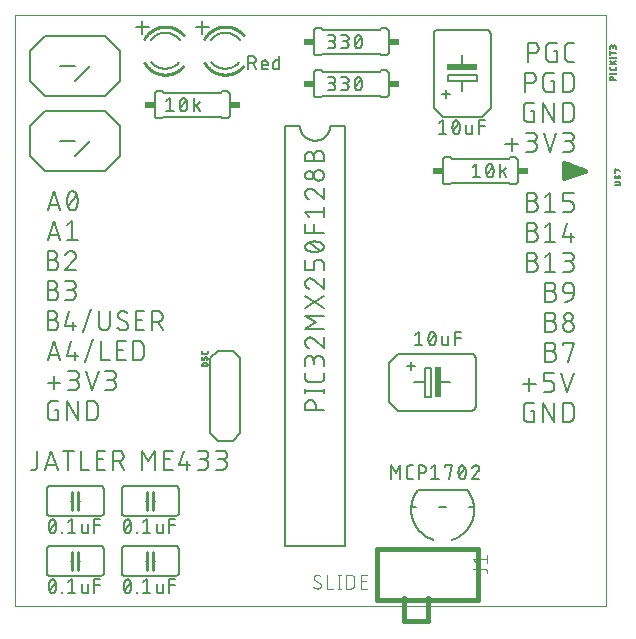
<source format=gto>
G75*
%MOIN*%
%OFA0B0*%
%FSLAX25Y25*%
%IPPOS*%
%LPD*%
%AMOC8*
5,1,8,0,0,1.08239X$1,22.5*
%
%ADD10C,0.00000*%
%ADD11C,0.00600*%
%ADD12C,0.01600*%
%ADD13C,0.01000*%
%ADD14C,0.00500*%
%ADD15R,0.02000X0.10000*%
%ADD16R,0.10000X0.02000*%
%ADD17C,0.00400*%
%ADD18R,0.03400X0.02400*%
%ADD19C,0.00700*%
%ADD20C,0.00800*%
%ADD21C,0.00787*%
D10*
X0006300Y0007048D02*
X0006300Y0203898D01*
X0203150Y0203898D01*
X0203150Y0007048D01*
X0006300Y0007048D01*
D11*
X0016800Y0018048D02*
X0016800Y0026048D01*
X0016802Y0026108D01*
X0016807Y0026169D01*
X0016816Y0026228D01*
X0016829Y0026287D01*
X0016845Y0026346D01*
X0016865Y0026403D01*
X0016888Y0026458D01*
X0016915Y0026513D01*
X0016944Y0026565D01*
X0016977Y0026616D01*
X0017013Y0026665D01*
X0017051Y0026711D01*
X0017093Y0026755D01*
X0017137Y0026797D01*
X0017183Y0026835D01*
X0017232Y0026871D01*
X0017283Y0026904D01*
X0017335Y0026933D01*
X0017390Y0026960D01*
X0017445Y0026983D01*
X0017502Y0027003D01*
X0017561Y0027019D01*
X0017620Y0027032D01*
X0017679Y0027041D01*
X0017740Y0027046D01*
X0017800Y0027048D01*
X0034800Y0027048D01*
X0034860Y0027046D01*
X0034921Y0027041D01*
X0034980Y0027032D01*
X0035039Y0027019D01*
X0035098Y0027003D01*
X0035155Y0026983D01*
X0035210Y0026960D01*
X0035265Y0026933D01*
X0035317Y0026904D01*
X0035368Y0026871D01*
X0035417Y0026835D01*
X0035463Y0026797D01*
X0035507Y0026755D01*
X0035549Y0026711D01*
X0035587Y0026665D01*
X0035623Y0026616D01*
X0035656Y0026565D01*
X0035685Y0026513D01*
X0035712Y0026458D01*
X0035735Y0026403D01*
X0035755Y0026346D01*
X0035771Y0026287D01*
X0035784Y0026228D01*
X0035793Y0026169D01*
X0035798Y0026108D01*
X0035800Y0026048D01*
X0035800Y0018048D01*
X0035798Y0017988D01*
X0035793Y0017927D01*
X0035784Y0017868D01*
X0035771Y0017809D01*
X0035755Y0017750D01*
X0035735Y0017693D01*
X0035712Y0017638D01*
X0035685Y0017583D01*
X0035656Y0017531D01*
X0035623Y0017480D01*
X0035587Y0017431D01*
X0035549Y0017385D01*
X0035507Y0017341D01*
X0035463Y0017299D01*
X0035417Y0017261D01*
X0035368Y0017225D01*
X0035317Y0017192D01*
X0035265Y0017163D01*
X0035210Y0017136D01*
X0035155Y0017113D01*
X0035098Y0017093D01*
X0035039Y0017077D01*
X0034980Y0017064D01*
X0034921Y0017055D01*
X0034860Y0017050D01*
X0034800Y0017048D01*
X0017800Y0017048D01*
X0017740Y0017050D01*
X0017679Y0017055D01*
X0017620Y0017064D01*
X0017561Y0017077D01*
X0017502Y0017093D01*
X0017445Y0017113D01*
X0017390Y0017136D01*
X0017335Y0017163D01*
X0017283Y0017192D01*
X0017232Y0017225D01*
X0017183Y0017261D01*
X0017137Y0017299D01*
X0017093Y0017341D01*
X0017051Y0017385D01*
X0017013Y0017431D01*
X0016977Y0017480D01*
X0016944Y0017531D01*
X0016915Y0017583D01*
X0016888Y0017638D01*
X0016865Y0017693D01*
X0016845Y0017750D01*
X0016829Y0017809D01*
X0016816Y0017868D01*
X0016807Y0017927D01*
X0016802Y0017988D01*
X0016800Y0018048D01*
X0024800Y0022048D02*
X0025300Y0022048D01*
X0027300Y0022048D02*
X0027800Y0022048D01*
X0041800Y0026048D02*
X0041800Y0018048D01*
X0041802Y0017988D01*
X0041807Y0017927D01*
X0041816Y0017868D01*
X0041829Y0017809D01*
X0041845Y0017750D01*
X0041865Y0017693D01*
X0041888Y0017638D01*
X0041915Y0017583D01*
X0041944Y0017531D01*
X0041977Y0017480D01*
X0042013Y0017431D01*
X0042051Y0017385D01*
X0042093Y0017341D01*
X0042137Y0017299D01*
X0042183Y0017261D01*
X0042232Y0017225D01*
X0042283Y0017192D01*
X0042335Y0017163D01*
X0042390Y0017136D01*
X0042445Y0017113D01*
X0042502Y0017093D01*
X0042561Y0017077D01*
X0042620Y0017064D01*
X0042679Y0017055D01*
X0042740Y0017050D01*
X0042800Y0017048D01*
X0059800Y0017048D01*
X0059860Y0017050D01*
X0059921Y0017055D01*
X0059980Y0017064D01*
X0060039Y0017077D01*
X0060098Y0017093D01*
X0060155Y0017113D01*
X0060210Y0017136D01*
X0060265Y0017163D01*
X0060317Y0017192D01*
X0060368Y0017225D01*
X0060417Y0017261D01*
X0060463Y0017299D01*
X0060507Y0017341D01*
X0060549Y0017385D01*
X0060587Y0017431D01*
X0060623Y0017480D01*
X0060656Y0017531D01*
X0060685Y0017583D01*
X0060712Y0017638D01*
X0060735Y0017693D01*
X0060755Y0017750D01*
X0060771Y0017809D01*
X0060784Y0017868D01*
X0060793Y0017927D01*
X0060798Y0017988D01*
X0060800Y0018048D01*
X0060800Y0026048D01*
X0060798Y0026108D01*
X0060793Y0026169D01*
X0060784Y0026228D01*
X0060771Y0026287D01*
X0060755Y0026346D01*
X0060735Y0026403D01*
X0060712Y0026458D01*
X0060685Y0026513D01*
X0060656Y0026565D01*
X0060623Y0026616D01*
X0060587Y0026665D01*
X0060549Y0026711D01*
X0060507Y0026755D01*
X0060463Y0026797D01*
X0060417Y0026835D01*
X0060368Y0026871D01*
X0060317Y0026904D01*
X0060265Y0026933D01*
X0060210Y0026960D01*
X0060155Y0026983D01*
X0060098Y0027003D01*
X0060039Y0027019D01*
X0059980Y0027032D01*
X0059921Y0027041D01*
X0059860Y0027046D01*
X0059800Y0027048D01*
X0042800Y0027048D01*
X0042740Y0027046D01*
X0042679Y0027041D01*
X0042620Y0027032D01*
X0042561Y0027019D01*
X0042502Y0027003D01*
X0042445Y0026983D01*
X0042390Y0026960D01*
X0042335Y0026933D01*
X0042283Y0026904D01*
X0042232Y0026871D01*
X0042183Y0026835D01*
X0042137Y0026797D01*
X0042093Y0026755D01*
X0042051Y0026711D01*
X0042013Y0026665D01*
X0041977Y0026616D01*
X0041944Y0026565D01*
X0041915Y0026513D01*
X0041888Y0026458D01*
X0041865Y0026403D01*
X0041845Y0026346D01*
X0041829Y0026287D01*
X0041816Y0026228D01*
X0041807Y0026169D01*
X0041802Y0026108D01*
X0041800Y0026048D01*
X0049800Y0022048D02*
X0050300Y0022048D01*
X0052300Y0022048D02*
X0052800Y0022048D01*
X0059800Y0037048D02*
X0042800Y0037048D01*
X0042740Y0037050D01*
X0042679Y0037055D01*
X0042620Y0037064D01*
X0042561Y0037077D01*
X0042502Y0037093D01*
X0042445Y0037113D01*
X0042390Y0037136D01*
X0042335Y0037163D01*
X0042283Y0037192D01*
X0042232Y0037225D01*
X0042183Y0037261D01*
X0042137Y0037299D01*
X0042093Y0037341D01*
X0042051Y0037385D01*
X0042013Y0037431D01*
X0041977Y0037480D01*
X0041944Y0037531D01*
X0041915Y0037583D01*
X0041888Y0037638D01*
X0041865Y0037693D01*
X0041845Y0037750D01*
X0041829Y0037809D01*
X0041816Y0037868D01*
X0041807Y0037927D01*
X0041802Y0037988D01*
X0041800Y0038048D01*
X0041800Y0046048D01*
X0041802Y0046108D01*
X0041807Y0046169D01*
X0041816Y0046228D01*
X0041829Y0046287D01*
X0041845Y0046346D01*
X0041865Y0046403D01*
X0041888Y0046458D01*
X0041915Y0046513D01*
X0041944Y0046565D01*
X0041977Y0046616D01*
X0042013Y0046665D01*
X0042051Y0046711D01*
X0042093Y0046755D01*
X0042137Y0046797D01*
X0042183Y0046835D01*
X0042232Y0046871D01*
X0042283Y0046904D01*
X0042335Y0046933D01*
X0042390Y0046960D01*
X0042445Y0046983D01*
X0042502Y0047003D01*
X0042561Y0047019D01*
X0042620Y0047032D01*
X0042679Y0047041D01*
X0042740Y0047046D01*
X0042800Y0047048D01*
X0059800Y0047048D01*
X0059860Y0047046D01*
X0059921Y0047041D01*
X0059980Y0047032D01*
X0060039Y0047019D01*
X0060098Y0047003D01*
X0060155Y0046983D01*
X0060210Y0046960D01*
X0060265Y0046933D01*
X0060317Y0046904D01*
X0060368Y0046871D01*
X0060417Y0046835D01*
X0060463Y0046797D01*
X0060507Y0046755D01*
X0060549Y0046711D01*
X0060587Y0046665D01*
X0060623Y0046616D01*
X0060656Y0046565D01*
X0060685Y0046513D01*
X0060712Y0046458D01*
X0060735Y0046403D01*
X0060755Y0046346D01*
X0060771Y0046287D01*
X0060784Y0046228D01*
X0060793Y0046169D01*
X0060798Y0046108D01*
X0060800Y0046048D01*
X0060800Y0038048D01*
X0060798Y0037988D01*
X0060793Y0037927D01*
X0060784Y0037868D01*
X0060771Y0037809D01*
X0060755Y0037750D01*
X0060735Y0037693D01*
X0060712Y0037638D01*
X0060685Y0037583D01*
X0060656Y0037531D01*
X0060623Y0037480D01*
X0060587Y0037431D01*
X0060549Y0037385D01*
X0060507Y0037341D01*
X0060463Y0037299D01*
X0060417Y0037261D01*
X0060368Y0037225D01*
X0060317Y0037192D01*
X0060265Y0037163D01*
X0060210Y0037136D01*
X0060155Y0037113D01*
X0060098Y0037093D01*
X0060039Y0037077D01*
X0059980Y0037064D01*
X0059921Y0037055D01*
X0059860Y0037050D01*
X0059800Y0037048D01*
X0052800Y0042048D02*
X0052300Y0042048D01*
X0050300Y0042048D02*
X0049800Y0042048D01*
X0048571Y0052348D02*
X0048571Y0058748D01*
X0050705Y0055192D01*
X0052838Y0058748D01*
X0052838Y0052348D01*
X0055913Y0052348D02*
X0055913Y0058748D01*
X0058758Y0058748D01*
X0058046Y0055904D02*
X0055913Y0055904D01*
X0055913Y0052348D02*
X0058758Y0052348D01*
X0061030Y0053770D02*
X0064585Y0053770D01*
X0063519Y0055192D02*
X0063519Y0052348D01*
X0067184Y0052348D02*
X0068962Y0052348D01*
X0069045Y0052350D01*
X0069128Y0052356D01*
X0069211Y0052366D01*
X0069294Y0052379D01*
X0069375Y0052397D01*
X0069456Y0052418D01*
X0069535Y0052443D01*
X0069613Y0052472D01*
X0069690Y0052504D01*
X0069765Y0052540D01*
X0069839Y0052579D01*
X0069910Y0052622D01*
X0069980Y0052668D01*
X0070047Y0052718D01*
X0070112Y0052770D01*
X0070174Y0052825D01*
X0070234Y0052884D01*
X0070291Y0052945D01*
X0070345Y0053008D01*
X0070396Y0053074D01*
X0070443Y0053143D01*
X0070488Y0053213D01*
X0070529Y0053286D01*
X0070566Y0053360D01*
X0070601Y0053436D01*
X0070631Y0053514D01*
X0070658Y0053592D01*
X0070681Y0053673D01*
X0070701Y0053754D01*
X0070716Y0053836D01*
X0070728Y0053918D01*
X0070736Y0054001D01*
X0070740Y0054084D01*
X0070740Y0054168D01*
X0070736Y0054251D01*
X0070728Y0054334D01*
X0070716Y0054416D01*
X0070701Y0054498D01*
X0070681Y0054579D01*
X0070658Y0054660D01*
X0070631Y0054738D01*
X0070601Y0054816D01*
X0070566Y0054892D01*
X0070529Y0054966D01*
X0070488Y0055039D01*
X0070443Y0055109D01*
X0070396Y0055178D01*
X0070345Y0055244D01*
X0070291Y0055307D01*
X0070234Y0055368D01*
X0070174Y0055427D01*
X0070112Y0055482D01*
X0070047Y0055534D01*
X0069980Y0055584D01*
X0069910Y0055630D01*
X0069839Y0055673D01*
X0069765Y0055712D01*
X0069690Y0055748D01*
X0069613Y0055780D01*
X0069535Y0055809D01*
X0069456Y0055834D01*
X0069375Y0055855D01*
X0069294Y0055873D01*
X0069211Y0055886D01*
X0069128Y0055896D01*
X0069045Y0055902D01*
X0068962Y0055904D01*
X0069317Y0055904D02*
X0067895Y0055904D01*
X0069317Y0055904D02*
X0069391Y0055906D01*
X0069466Y0055912D01*
X0069539Y0055922D01*
X0069613Y0055935D01*
X0069685Y0055952D01*
X0069756Y0055974D01*
X0069827Y0055998D01*
X0069895Y0056027D01*
X0069963Y0056059D01*
X0070028Y0056095D01*
X0070091Y0056133D01*
X0070153Y0056176D01*
X0070212Y0056221D01*
X0070269Y0056269D01*
X0070323Y0056320D01*
X0070374Y0056374D01*
X0070422Y0056431D01*
X0070467Y0056490D01*
X0070510Y0056552D01*
X0070548Y0056615D01*
X0070584Y0056680D01*
X0070616Y0056748D01*
X0070645Y0056816D01*
X0070669Y0056887D01*
X0070691Y0056958D01*
X0070708Y0057030D01*
X0070721Y0057104D01*
X0070731Y0057177D01*
X0070737Y0057252D01*
X0070739Y0057326D01*
X0070737Y0057400D01*
X0070731Y0057475D01*
X0070721Y0057548D01*
X0070708Y0057622D01*
X0070691Y0057694D01*
X0070669Y0057765D01*
X0070645Y0057836D01*
X0070616Y0057904D01*
X0070584Y0057972D01*
X0070548Y0058037D01*
X0070510Y0058100D01*
X0070467Y0058162D01*
X0070422Y0058221D01*
X0070374Y0058278D01*
X0070323Y0058332D01*
X0070269Y0058383D01*
X0070212Y0058431D01*
X0070153Y0058476D01*
X0070091Y0058519D01*
X0070028Y0058557D01*
X0069963Y0058593D01*
X0069895Y0058625D01*
X0069827Y0058654D01*
X0069756Y0058678D01*
X0069685Y0058700D01*
X0069613Y0058717D01*
X0069539Y0058730D01*
X0069466Y0058740D01*
X0069391Y0058746D01*
X0069317Y0058748D01*
X0067184Y0058748D01*
X0062452Y0058748D02*
X0061030Y0053770D01*
X0073338Y0052348D02*
X0075116Y0052348D01*
X0075199Y0052350D01*
X0075282Y0052356D01*
X0075365Y0052366D01*
X0075448Y0052379D01*
X0075529Y0052397D01*
X0075610Y0052418D01*
X0075689Y0052443D01*
X0075767Y0052472D01*
X0075844Y0052504D01*
X0075919Y0052540D01*
X0075993Y0052579D01*
X0076064Y0052622D01*
X0076134Y0052668D01*
X0076201Y0052718D01*
X0076266Y0052770D01*
X0076328Y0052825D01*
X0076388Y0052884D01*
X0076445Y0052945D01*
X0076499Y0053008D01*
X0076550Y0053074D01*
X0076597Y0053143D01*
X0076642Y0053213D01*
X0076683Y0053286D01*
X0076720Y0053360D01*
X0076755Y0053436D01*
X0076785Y0053514D01*
X0076812Y0053592D01*
X0076835Y0053673D01*
X0076855Y0053754D01*
X0076870Y0053836D01*
X0076882Y0053918D01*
X0076890Y0054001D01*
X0076894Y0054084D01*
X0076894Y0054168D01*
X0076890Y0054251D01*
X0076882Y0054334D01*
X0076870Y0054416D01*
X0076855Y0054498D01*
X0076835Y0054579D01*
X0076812Y0054660D01*
X0076785Y0054738D01*
X0076755Y0054816D01*
X0076720Y0054892D01*
X0076683Y0054966D01*
X0076642Y0055039D01*
X0076597Y0055109D01*
X0076550Y0055178D01*
X0076499Y0055244D01*
X0076445Y0055307D01*
X0076388Y0055368D01*
X0076328Y0055427D01*
X0076266Y0055482D01*
X0076201Y0055534D01*
X0076134Y0055584D01*
X0076064Y0055630D01*
X0075993Y0055673D01*
X0075919Y0055712D01*
X0075844Y0055748D01*
X0075767Y0055780D01*
X0075689Y0055809D01*
X0075610Y0055834D01*
X0075529Y0055855D01*
X0075448Y0055873D01*
X0075365Y0055886D01*
X0075282Y0055896D01*
X0075199Y0055902D01*
X0075116Y0055904D01*
X0075471Y0055904D02*
X0074049Y0055904D01*
X0075471Y0055904D02*
X0075545Y0055906D01*
X0075620Y0055912D01*
X0075693Y0055922D01*
X0075767Y0055935D01*
X0075839Y0055952D01*
X0075910Y0055974D01*
X0075981Y0055998D01*
X0076049Y0056027D01*
X0076117Y0056059D01*
X0076182Y0056095D01*
X0076245Y0056133D01*
X0076307Y0056176D01*
X0076366Y0056221D01*
X0076423Y0056269D01*
X0076477Y0056320D01*
X0076528Y0056374D01*
X0076576Y0056431D01*
X0076621Y0056490D01*
X0076664Y0056552D01*
X0076702Y0056615D01*
X0076738Y0056680D01*
X0076770Y0056748D01*
X0076799Y0056816D01*
X0076823Y0056887D01*
X0076845Y0056958D01*
X0076862Y0057030D01*
X0076875Y0057104D01*
X0076885Y0057177D01*
X0076891Y0057252D01*
X0076893Y0057326D01*
X0076891Y0057400D01*
X0076885Y0057475D01*
X0076875Y0057548D01*
X0076862Y0057622D01*
X0076845Y0057694D01*
X0076823Y0057765D01*
X0076799Y0057836D01*
X0076770Y0057904D01*
X0076738Y0057972D01*
X0076702Y0058037D01*
X0076664Y0058100D01*
X0076621Y0058162D01*
X0076576Y0058221D01*
X0076528Y0058278D01*
X0076477Y0058332D01*
X0076423Y0058383D01*
X0076366Y0058431D01*
X0076307Y0058476D01*
X0076245Y0058519D01*
X0076182Y0058557D01*
X0076117Y0058593D01*
X0076049Y0058625D01*
X0075981Y0058654D01*
X0075910Y0058678D01*
X0075839Y0058700D01*
X0075767Y0058717D01*
X0075693Y0058730D01*
X0075620Y0058740D01*
X0075545Y0058746D01*
X0075471Y0058748D01*
X0073338Y0058748D01*
X0042467Y0052348D02*
X0041045Y0055192D01*
X0040689Y0055192D02*
X0038911Y0055192D01*
X0040689Y0055192D02*
X0040772Y0055194D01*
X0040855Y0055200D01*
X0040938Y0055210D01*
X0041021Y0055223D01*
X0041102Y0055241D01*
X0041183Y0055262D01*
X0041262Y0055287D01*
X0041340Y0055316D01*
X0041417Y0055348D01*
X0041492Y0055384D01*
X0041566Y0055423D01*
X0041637Y0055466D01*
X0041707Y0055512D01*
X0041774Y0055562D01*
X0041839Y0055614D01*
X0041901Y0055669D01*
X0041961Y0055728D01*
X0042018Y0055789D01*
X0042072Y0055852D01*
X0042123Y0055918D01*
X0042170Y0055987D01*
X0042215Y0056057D01*
X0042256Y0056130D01*
X0042293Y0056204D01*
X0042328Y0056280D01*
X0042358Y0056358D01*
X0042385Y0056436D01*
X0042408Y0056517D01*
X0042428Y0056598D01*
X0042443Y0056680D01*
X0042455Y0056762D01*
X0042463Y0056845D01*
X0042467Y0056928D01*
X0042467Y0057012D01*
X0042463Y0057095D01*
X0042455Y0057178D01*
X0042443Y0057260D01*
X0042428Y0057342D01*
X0042408Y0057423D01*
X0042385Y0057504D01*
X0042358Y0057582D01*
X0042328Y0057660D01*
X0042293Y0057736D01*
X0042256Y0057810D01*
X0042215Y0057883D01*
X0042170Y0057953D01*
X0042123Y0058022D01*
X0042072Y0058088D01*
X0042018Y0058151D01*
X0041961Y0058212D01*
X0041901Y0058271D01*
X0041839Y0058326D01*
X0041774Y0058378D01*
X0041707Y0058428D01*
X0041637Y0058474D01*
X0041566Y0058517D01*
X0041492Y0058556D01*
X0041417Y0058592D01*
X0041340Y0058624D01*
X0041262Y0058653D01*
X0041183Y0058678D01*
X0041102Y0058699D01*
X0041021Y0058717D01*
X0040938Y0058730D01*
X0040855Y0058740D01*
X0040772Y0058746D01*
X0040689Y0058748D01*
X0038911Y0058748D01*
X0038911Y0052348D01*
X0036398Y0052348D02*
X0033554Y0052348D01*
X0033554Y0058748D01*
X0036398Y0058748D01*
X0035687Y0055904D02*
X0033554Y0055904D01*
X0031064Y0052348D02*
X0028220Y0052348D01*
X0028220Y0058748D01*
X0025815Y0058748D02*
X0022259Y0058748D01*
X0024037Y0058748D02*
X0024037Y0052348D01*
X0020427Y0052348D02*
X0018293Y0058748D01*
X0016160Y0052348D01*
X0016693Y0053948D02*
X0019893Y0053948D01*
X0013733Y0053770D02*
X0013733Y0058748D01*
X0013733Y0053770D02*
X0013731Y0053696D01*
X0013725Y0053621D01*
X0013715Y0053548D01*
X0013702Y0053474D01*
X0013685Y0053402D01*
X0013663Y0053331D01*
X0013639Y0053260D01*
X0013610Y0053192D01*
X0013578Y0053124D01*
X0013542Y0053059D01*
X0013504Y0052996D01*
X0013461Y0052934D01*
X0013416Y0052875D01*
X0013368Y0052818D01*
X0013317Y0052764D01*
X0013263Y0052713D01*
X0013206Y0052665D01*
X0013147Y0052620D01*
X0013085Y0052577D01*
X0013022Y0052539D01*
X0012957Y0052503D01*
X0012889Y0052471D01*
X0012821Y0052442D01*
X0012750Y0052418D01*
X0012679Y0052396D01*
X0012607Y0052379D01*
X0012533Y0052366D01*
X0012460Y0052356D01*
X0012385Y0052350D01*
X0012311Y0052348D01*
X0011600Y0052348D01*
X0017800Y0047048D02*
X0034800Y0047048D01*
X0034860Y0047046D01*
X0034921Y0047041D01*
X0034980Y0047032D01*
X0035039Y0047019D01*
X0035098Y0047003D01*
X0035155Y0046983D01*
X0035210Y0046960D01*
X0035265Y0046933D01*
X0035317Y0046904D01*
X0035368Y0046871D01*
X0035417Y0046835D01*
X0035463Y0046797D01*
X0035507Y0046755D01*
X0035549Y0046711D01*
X0035587Y0046665D01*
X0035623Y0046616D01*
X0035656Y0046565D01*
X0035685Y0046513D01*
X0035712Y0046458D01*
X0035735Y0046403D01*
X0035755Y0046346D01*
X0035771Y0046287D01*
X0035784Y0046228D01*
X0035793Y0046169D01*
X0035798Y0046108D01*
X0035800Y0046048D01*
X0035800Y0038048D01*
X0035798Y0037988D01*
X0035793Y0037927D01*
X0035784Y0037868D01*
X0035771Y0037809D01*
X0035755Y0037750D01*
X0035735Y0037693D01*
X0035712Y0037638D01*
X0035685Y0037583D01*
X0035656Y0037531D01*
X0035623Y0037480D01*
X0035587Y0037431D01*
X0035549Y0037385D01*
X0035507Y0037341D01*
X0035463Y0037299D01*
X0035417Y0037261D01*
X0035368Y0037225D01*
X0035317Y0037192D01*
X0035265Y0037163D01*
X0035210Y0037136D01*
X0035155Y0037113D01*
X0035098Y0037093D01*
X0035039Y0037077D01*
X0034980Y0037064D01*
X0034921Y0037055D01*
X0034860Y0037050D01*
X0034800Y0037048D01*
X0017800Y0037048D01*
X0017740Y0037050D01*
X0017679Y0037055D01*
X0017620Y0037064D01*
X0017561Y0037077D01*
X0017502Y0037093D01*
X0017445Y0037113D01*
X0017390Y0037136D01*
X0017335Y0037163D01*
X0017283Y0037192D01*
X0017232Y0037225D01*
X0017183Y0037261D01*
X0017137Y0037299D01*
X0017093Y0037341D01*
X0017051Y0037385D01*
X0017013Y0037431D01*
X0016977Y0037480D01*
X0016944Y0037531D01*
X0016915Y0037583D01*
X0016888Y0037638D01*
X0016865Y0037693D01*
X0016845Y0037750D01*
X0016829Y0037809D01*
X0016816Y0037868D01*
X0016807Y0037927D01*
X0016802Y0037988D01*
X0016800Y0038048D01*
X0016800Y0046048D01*
X0016802Y0046108D01*
X0016807Y0046169D01*
X0016816Y0046228D01*
X0016829Y0046287D01*
X0016845Y0046346D01*
X0016865Y0046403D01*
X0016888Y0046458D01*
X0016915Y0046513D01*
X0016944Y0046565D01*
X0016977Y0046616D01*
X0017013Y0046665D01*
X0017051Y0046711D01*
X0017093Y0046755D01*
X0017137Y0046797D01*
X0017183Y0046835D01*
X0017232Y0046871D01*
X0017283Y0046904D01*
X0017335Y0046933D01*
X0017390Y0046960D01*
X0017445Y0046983D01*
X0017502Y0047003D01*
X0017561Y0047019D01*
X0017620Y0047032D01*
X0017679Y0047041D01*
X0017740Y0047046D01*
X0017800Y0047048D01*
X0024800Y0042048D02*
X0025300Y0042048D01*
X0027300Y0042048D02*
X0027800Y0042048D01*
X0027220Y0068848D02*
X0027220Y0075248D01*
X0023664Y0075248D02*
X0027220Y0068848D01*
X0023664Y0068848D02*
X0023664Y0075248D01*
X0024020Y0078848D02*
X0025798Y0078848D01*
X0025881Y0078850D01*
X0025964Y0078856D01*
X0026047Y0078866D01*
X0026130Y0078879D01*
X0026211Y0078897D01*
X0026292Y0078918D01*
X0026371Y0078943D01*
X0026449Y0078972D01*
X0026526Y0079004D01*
X0026601Y0079040D01*
X0026675Y0079079D01*
X0026746Y0079122D01*
X0026816Y0079168D01*
X0026883Y0079218D01*
X0026948Y0079270D01*
X0027010Y0079325D01*
X0027070Y0079384D01*
X0027127Y0079445D01*
X0027181Y0079508D01*
X0027232Y0079574D01*
X0027279Y0079643D01*
X0027324Y0079713D01*
X0027365Y0079786D01*
X0027402Y0079860D01*
X0027437Y0079936D01*
X0027467Y0080014D01*
X0027494Y0080092D01*
X0027517Y0080173D01*
X0027537Y0080254D01*
X0027552Y0080336D01*
X0027564Y0080418D01*
X0027572Y0080501D01*
X0027576Y0080584D01*
X0027576Y0080668D01*
X0027572Y0080751D01*
X0027564Y0080834D01*
X0027552Y0080916D01*
X0027537Y0080998D01*
X0027517Y0081079D01*
X0027494Y0081160D01*
X0027467Y0081238D01*
X0027437Y0081316D01*
X0027402Y0081392D01*
X0027365Y0081466D01*
X0027324Y0081539D01*
X0027279Y0081609D01*
X0027232Y0081678D01*
X0027181Y0081744D01*
X0027127Y0081807D01*
X0027070Y0081868D01*
X0027010Y0081927D01*
X0026948Y0081982D01*
X0026883Y0082034D01*
X0026816Y0082084D01*
X0026746Y0082130D01*
X0026675Y0082173D01*
X0026601Y0082212D01*
X0026526Y0082248D01*
X0026449Y0082280D01*
X0026371Y0082309D01*
X0026292Y0082334D01*
X0026211Y0082355D01*
X0026130Y0082373D01*
X0026047Y0082386D01*
X0025964Y0082396D01*
X0025881Y0082402D01*
X0025798Y0082404D01*
X0026153Y0082404D02*
X0024731Y0082404D01*
X0026153Y0082404D02*
X0026227Y0082406D01*
X0026302Y0082412D01*
X0026375Y0082422D01*
X0026449Y0082435D01*
X0026521Y0082452D01*
X0026592Y0082474D01*
X0026663Y0082498D01*
X0026731Y0082527D01*
X0026799Y0082559D01*
X0026864Y0082595D01*
X0026927Y0082633D01*
X0026989Y0082676D01*
X0027048Y0082721D01*
X0027105Y0082769D01*
X0027159Y0082820D01*
X0027210Y0082874D01*
X0027258Y0082931D01*
X0027303Y0082990D01*
X0027346Y0083052D01*
X0027384Y0083115D01*
X0027420Y0083180D01*
X0027452Y0083248D01*
X0027481Y0083316D01*
X0027505Y0083387D01*
X0027527Y0083458D01*
X0027544Y0083530D01*
X0027557Y0083604D01*
X0027567Y0083677D01*
X0027573Y0083752D01*
X0027575Y0083826D01*
X0027573Y0083900D01*
X0027567Y0083975D01*
X0027557Y0084048D01*
X0027544Y0084122D01*
X0027527Y0084194D01*
X0027505Y0084265D01*
X0027481Y0084336D01*
X0027452Y0084404D01*
X0027420Y0084472D01*
X0027384Y0084537D01*
X0027346Y0084600D01*
X0027303Y0084662D01*
X0027258Y0084721D01*
X0027210Y0084778D01*
X0027159Y0084832D01*
X0027105Y0084883D01*
X0027048Y0084931D01*
X0026989Y0084976D01*
X0026927Y0085019D01*
X0026864Y0085057D01*
X0026799Y0085093D01*
X0026731Y0085125D01*
X0026663Y0085154D01*
X0026592Y0085178D01*
X0026521Y0085200D01*
X0026449Y0085217D01*
X0026375Y0085230D01*
X0026302Y0085240D01*
X0026227Y0085246D01*
X0026153Y0085248D01*
X0024020Y0085248D01*
X0021367Y0081337D02*
X0017100Y0081337D01*
X0019233Y0079204D02*
X0019233Y0083470D01*
X0017100Y0088848D02*
X0019233Y0095248D01*
X0021367Y0088848D01*
X0020833Y0090448D02*
X0017633Y0090448D01*
X0023610Y0090270D02*
X0027165Y0090270D01*
X0026098Y0091692D02*
X0026098Y0088848D01*
X0023610Y0090270D02*
X0025032Y0095248D01*
X0025455Y0098848D02*
X0025455Y0101692D01*
X0026521Y0100270D02*
X0022966Y0100270D01*
X0024388Y0105248D01*
X0024744Y0108848D02*
X0022966Y0108848D01*
X0024744Y0108848D02*
X0024827Y0108850D01*
X0024910Y0108856D01*
X0024993Y0108866D01*
X0025076Y0108879D01*
X0025157Y0108897D01*
X0025238Y0108918D01*
X0025317Y0108943D01*
X0025395Y0108972D01*
X0025472Y0109004D01*
X0025547Y0109040D01*
X0025621Y0109079D01*
X0025692Y0109122D01*
X0025762Y0109168D01*
X0025829Y0109218D01*
X0025894Y0109270D01*
X0025956Y0109325D01*
X0026016Y0109384D01*
X0026073Y0109445D01*
X0026127Y0109508D01*
X0026178Y0109574D01*
X0026225Y0109643D01*
X0026270Y0109713D01*
X0026311Y0109786D01*
X0026348Y0109860D01*
X0026383Y0109936D01*
X0026413Y0110014D01*
X0026440Y0110092D01*
X0026463Y0110173D01*
X0026483Y0110254D01*
X0026498Y0110336D01*
X0026510Y0110418D01*
X0026518Y0110501D01*
X0026522Y0110584D01*
X0026522Y0110668D01*
X0026518Y0110751D01*
X0026510Y0110834D01*
X0026498Y0110916D01*
X0026483Y0110998D01*
X0026463Y0111079D01*
X0026440Y0111160D01*
X0026413Y0111238D01*
X0026383Y0111316D01*
X0026348Y0111392D01*
X0026311Y0111466D01*
X0026270Y0111539D01*
X0026225Y0111609D01*
X0026178Y0111678D01*
X0026127Y0111744D01*
X0026073Y0111807D01*
X0026016Y0111868D01*
X0025956Y0111927D01*
X0025894Y0111982D01*
X0025829Y0112034D01*
X0025762Y0112084D01*
X0025692Y0112130D01*
X0025621Y0112173D01*
X0025547Y0112212D01*
X0025472Y0112248D01*
X0025395Y0112280D01*
X0025317Y0112309D01*
X0025238Y0112334D01*
X0025157Y0112355D01*
X0025076Y0112373D01*
X0024993Y0112386D01*
X0024910Y0112396D01*
X0024827Y0112402D01*
X0024744Y0112404D01*
X0025099Y0112404D02*
X0023677Y0112404D01*
X0025099Y0112404D02*
X0025173Y0112406D01*
X0025248Y0112412D01*
X0025321Y0112422D01*
X0025395Y0112435D01*
X0025467Y0112452D01*
X0025538Y0112474D01*
X0025609Y0112498D01*
X0025677Y0112527D01*
X0025745Y0112559D01*
X0025810Y0112595D01*
X0025873Y0112633D01*
X0025935Y0112676D01*
X0025994Y0112721D01*
X0026051Y0112769D01*
X0026105Y0112820D01*
X0026156Y0112874D01*
X0026204Y0112931D01*
X0026249Y0112990D01*
X0026292Y0113052D01*
X0026330Y0113115D01*
X0026366Y0113180D01*
X0026398Y0113248D01*
X0026427Y0113316D01*
X0026451Y0113387D01*
X0026473Y0113458D01*
X0026490Y0113530D01*
X0026503Y0113604D01*
X0026513Y0113677D01*
X0026519Y0113752D01*
X0026521Y0113826D01*
X0026519Y0113900D01*
X0026513Y0113975D01*
X0026503Y0114048D01*
X0026490Y0114122D01*
X0026473Y0114194D01*
X0026451Y0114265D01*
X0026427Y0114336D01*
X0026398Y0114404D01*
X0026366Y0114472D01*
X0026330Y0114537D01*
X0026292Y0114600D01*
X0026249Y0114662D01*
X0026204Y0114721D01*
X0026156Y0114778D01*
X0026105Y0114832D01*
X0026051Y0114883D01*
X0025994Y0114931D01*
X0025935Y0114976D01*
X0025873Y0115019D01*
X0025810Y0115057D01*
X0025745Y0115093D01*
X0025677Y0115125D01*
X0025609Y0115154D01*
X0025538Y0115178D01*
X0025467Y0115200D01*
X0025395Y0115217D01*
X0025321Y0115230D01*
X0025248Y0115240D01*
X0025173Y0115246D01*
X0025099Y0115248D01*
X0022966Y0115248D01*
X0022966Y0118848D02*
X0026521Y0118848D01*
X0022966Y0118848D02*
X0025988Y0122404D01*
X0024921Y0125248D02*
X0024832Y0125246D01*
X0024743Y0125240D01*
X0024654Y0125231D01*
X0024566Y0125217D01*
X0024479Y0125200D01*
X0024392Y0125179D01*
X0024306Y0125154D01*
X0024222Y0125126D01*
X0024139Y0125093D01*
X0024057Y0125058D01*
X0023977Y0125018D01*
X0023899Y0124976D01*
X0023822Y0124930D01*
X0023748Y0124881D01*
X0023676Y0124828D01*
X0023606Y0124773D01*
X0023539Y0124714D01*
X0023474Y0124653D01*
X0023412Y0124589D01*
X0023353Y0124522D01*
X0023297Y0124453D01*
X0023244Y0124381D01*
X0023194Y0124307D01*
X0023147Y0124231D01*
X0023104Y0124154D01*
X0023064Y0124074D01*
X0023027Y0123993D01*
X0022994Y0123910D01*
X0022965Y0123825D01*
X0025989Y0122403D02*
X0026046Y0122461D01*
X0026102Y0122522D01*
X0026154Y0122585D01*
X0026203Y0122650D01*
X0026249Y0122718D01*
X0026291Y0122788D01*
X0026331Y0122860D01*
X0026366Y0122933D01*
X0026399Y0123009D01*
X0026427Y0123085D01*
X0026452Y0123163D01*
X0026473Y0123242D01*
X0026491Y0123322D01*
X0026504Y0123403D01*
X0026514Y0123484D01*
X0026520Y0123566D01*
X0026522Y0123648D01*
X0026521Y0123648D02*
X0026519Y0123727D01*
X0026513Y0123805D01*
X0026504Y0123883D01*
X0026490Y0123960D01*
X0026473Y0124037D01*
X0026452Y0124112D01*
X0026427Y0124187D01*
X0026399Y0124260D01*
X0026367Y0124332D01*
X0026332Y0124402D01*
X0026293Y0124471D01*
X0026251Y0124537D01*
X0026206Y0124601D01*
X0026158Y0124663D01*
X0026107Y0124722D01*
X0026052Y0124779D01*
X0025995Y0124834D01*
X0025936Y0124885D01*
X0025874Y0124933D01*
X0025810Y0124978D01*
X0025744Y0125020D01*
X0025675Y0125059D01*
X0025605Y0125094D01*
X0025533Y0125126D01*
X0025460Y0125154D01*
X0025385Y0125179D01*
X0025310Y0125200D01*
X0025233Y0125217D01*
X0025156Y0125231D01*
X0025078Y0125240D01*
X0025000Y0125246D01*
X0024921Y0125248D01*
X0025387Y0128848D02*
X0025387Y0135248D01*
X0023610Y0133826D01*
X0020833Y0130448D02*
X0017633Y0130448D01*
X0017100Y0128848D02*
X0019233Y0135248D01*
X0021367Y0128848D01*
X0023610Y0128848D02*
X0027165Y0128848D01*
X0018878Y0125248D02*
X0017100Y0125248D01*
X0017100Y0118848D01*
X0018878Y0118848D01*
X0018961Y0118850D01*
X0019044Y0118856D01*
X0019127Y0118866D01*
X0019210Y0118879D01*
X0019291Y0118897D01*
X0019372Y0118918D01*
X0019451Y0118943D01*
X0019529Y0118972D01*
X0019606Y0119004D01*
X0019681Y0119040D01*
X0019755Y0119079D01*
X0019826Y0119122D01*
X0019896Y0119168D01*
X0019963Y0119218D01*
X0020028Y0119270D01*
X0020090Y0119325D01*
X0020150Y0119384D01*
X0020207Y0119445D01*
X0020261Y0119508D01*
X0020312Y0119574D01*
X0020359Y0119643D01*
X0020404Y0119713D01*
X0020445Y0119786D01*
X0020482Y0119860D01*
X0020517Y0119936D01*
X0020547Y0120014D01*
X0020574Y0120092D01*
X0020597Y0120173D01*
X0020617Y0120254D01*
X0020632Y0120336D01*
X0020644Y0120418D01*
X0020652Y0120501D01*
X0020656Y0120584D01*
X0020656Y0120668D01*
X0020652Y0120751D01*
X0020644Y0120834D01*
X0020632Y0120916D01*
X0020617Y0120998D01*
X0020597Y0121079D01*
X0020574Y0121160D01*
X0020547Y0121238D01*
X0020517Y0121316D01*
X0020482Y0121392D01*
X0020445Y0121466D01*
X0020404Y0121539D01*
X0020359Y0121609D01*
X0020312Y0121678D01*
X0020261Y0121744D01*
X0020207Y0121807D01*
X0020150Y0121868D01*
X0020090Y0121927D01*
X0020028Y0121982D01*
X0019963Y0122034D01*
X0019896Y0122084D01*
X0019826Y0122130D01*
X0019755Y0122173D01*
X0019681Y0122212D01*
X0019606Y0122248D01*
X0019529Y0122280D01*
X0019451Y0122309D01*
X0019372Y0122334D01*
X0019291Y0122355D01*
X0019210Y0122373D01*
X0019127Y0122386D01*
X0019044Y0122396D01*
X0018961Y0122402D01*
X0018878Y0122404D01*
X0017100Y0122404D01*
X0018878Y0122404D02*
X0018952Y0122406D01*
X0019027Y0122412D01*
X0019100Y0122422D01*
X0019174Y0122435D01*
X0019246Y0122452D01*
X0019317Y0122474D01*
X0019388Y0122498D01*
X0019456Y0122527D01*
X0019524Y0122559D01*
X0019589Y0122595D01*
X0019652Y0122633D01*
X0019714Y0122676D01*
X0019773Y0122721D01*
X0019830Y0122769D01*
X0019884Y0122820D01*
X0019935Y0122874D01*
X0019983Y0122931D01*
X0020028Y0122990D01*
X0020071Y0123052D01*
X0020109Y0123115D01*
X0020145Y0123180D01*
X0020177Y0123248D01*
X0020206Y0123316D01*
X0020230Y0123387D01*
X0020252Y0123458D01*
X0020269Y0123530D01*
X0020282Y0123604D01*
X0020292Y0123677D01*
X0020298Y0123752D01*
X0020300Y0123826D01*
X0020298Y0123900D01*
X0020292Y0123975D01*
X0020282Y0124048D01*
X0020269Y0124122D01*
X0020252Y0124194D01*
X0020230Y0124265D01*
X0020206Y0124336D01*
X0020177Y0124404D01*
X0020145Y0124472D01*
X0020109Y0124537D01*
X0020071Y0124600D01*
X0020028Y0124662D01*
X0019983Y0124721D01*
X0019935Y0124778D01*
X0019884Y0124832D01*
X0019830Y0124883D01*
X0019773Y0124931D01*
X0019714Y0124976D01*
X0019652Y0125019D01*
X0019589Y0125057D01*
X0019524Y0125093D01*
X0019456Y0125125D01*
X0019388Y0125154D01*
X0019317Y0125178D01*
X0019246Y0125200D01*
X0019174Y0125217D01*
X0019100Y0125230D01*
X0019027Y0125240D01*
X0018952Y0125246D01*
X0018878Y0125248D01*
X0018878Y0115248D02*
X0017100Y0115248D01*
X0017100Y0108848D01*
X0018878Y0108848D01*
X0018961Y0108850D01*
X0019044Y0108856D01*
X0019127Y0108866D01*
X0019210Y0108879D01*
X0019291Y0108897D01*
X0019372Y0108918D01*
X0019451Y0108943D01*
X0019529Y0108972D01*
X0019606Y0109004D01*
X0019681Y0109040D01*
X0019755Y0109079D01*
X0019826Y0109122D01*
X0019896Y0109168D01*
X0019963Y0109218D01*
X0020028Y0109270D01*
X0020090Y0109325D01*
X0020150Y0109384D01*
X0020207Y0109445D01*
X0020261Y0109508D01*
X0020312Y0109574D01*
X0020359Y0109643D01*
X0020404Y0109713D01*
X0020445Y0109786D01*
X0020482Y0109860D01*
X0020517Y0109936D01*
X0020547Y0110014D01*
X0020574Y0110092D01*
X0020597Y0110173D01*
X0020617Y0110254D01*
X0020632Y0110336D01*
X0020644Y0110418D01*
X0020652Y0110501D01*
X0020656Y0110584D01*
X0020656Y0110668D01*
X0020652Y0110751D01*
X0020644Y0110834D01*
X0020632Y0110916D01*
X0020617Y0110998D01*
X0020597Y0111079D01*
X0020574Y0111160D01*
X0020547Y0111238D01*
X0020517Y0111316D01*
X0020482Y0111392D01*
X0020445Y0111466D01*
X0020404Y0111539D01*
X0020359Y0111609D01*
X0020312Y0111678D01*
X0020261Y0111744D01*
X0020207Y0111807D01*
X0020150Y0111868D01*
X0020090Y0111927D01*
X0020028Y0111982D01*
X0019963Y0112034D01*
X0019896Y0112084D01*
X0019826Y0112130D01*
X0019755Y0112173D01*
X0019681Y0112212D01*
X0019606Y0112248D01*
X0019529Y0112280D01*
X0019451Y0112309D01*
X0019372Y0112334D01*
X0019291Y0112355D01*
X0019210Y0112373D01*
X0019127Y0112386D01*
X0019044Y0112396D01*
X0018961Y0112402D01*
X0018878Y0112404D01*
X0017100Y0112404D01*
X0018878Y0112404D02*
X0018952Y0112406D01*
X0019027Y0112412D01*
X0019100Y0112422D01*
X0019174Y0112435D01*
X0019246Y0112452D01*
X0019317Y0112474D01*
X0019388Y0112498D01*
X0019456Y0112527D01*
X0019524Y0112559D01*
X0019589Y0112595D01*
X0019652Y0112633D01*
X0019714Y0112676D01*
X0019773Y0112721D01*
X0019830Y0112769D01*
X0019884Y0112820D01*
X0019935Y0112874D01*
X0019983Y0112931D01*
X0020028Y0112990D01*
X0020071Y0113052D01*
X0020109Y0113115D01*
X0020145Y0113180D01*
X0020177Y0113248D01*
X0020206Y0113316D01*
X0020230Y0113387D01*
X0020252Y0113458D01*
X0020269Y0113530D01*
X0020282Y0113604D01*
X0020292Y0113677D01*
X0020298Y0113752D01*
X0020300Y0113826D01*
X0020298Y0113900D01*
X0020292Y0113975D01*
X0020282Y0114048D01*
X0020269Y0114122D01*
X0020252Y0114194D01*
X0020230Y0114265D01*
X0020206Y0114336D01*
X0020177Y0114404D01*
X0020145Y0114472D01*
X0020109Y0114537D01*
X0020071Y0114600D01*
X0020028Y0114662D01*
X0019983Y0114721D01*
X0019935Y0114778D01*
X0019884Y0114832D01*
X0019830Y0114883D01*
X0019773Y0114931D01*
X0019714Y0114976D01*
X0019652Y0115019D01*
X0019589Y0115057D01*
X0019524Y0115093D01*
X0019456Y0115125D01*
X0019388Y0115154D01*
X0019317Y0115178D01*
X0019246Y0115200D01*
X0019174Y0115217D01*
X0019100Y0115230D01*
X0019027Y0115240D01*
X0018952Y0115246D01*
X0018878Y0115248D01*
X0018878Y0105248D02*
X0017100Y0105248D01*
X0017100Y0098848D01*
X0018878Y0098848D01*
X0018961Y0098850D01*
X0019044Y0098856D01*
X0019127Y0098866D01*
X0019210Y0098879D01*
X0019291Y0098897D01*
X0019372Y0098918D01*
X0019451Y0098943D01*
X0019529Y0098972D01*
X0019606Y0099004D01*
X0019681Y0099040D01*
X0019755Y0099079D01*
X0019826Y0099122D01*
X0019896Y0099168D01*
X0019963Y0099218D01*
X0020028Y0099270D01*
X0020090Y0099325D01*
X0020150Y0099384D01*
X0020207Y0099445D01*
X0020261Y0099508D01*
X0020312Y0099574D01*
X0020359Y0099643D01*
X0020404Y0099713D01*
X0020445Y0099786D01*
X0020482Y0099860D01*
X0020517Y0099936D01*
X0020547Y0100014D01*
X0020574Y0100092D01*
X0020597Y0100173D01*
X0020617Y0100254D01*
X0020632Y0100336D01*
X0020644Y0100418D01*
X0020652Y0100501D01*
X0020656Y0100584D01*
X0020656Y0100668D01*
X0020652Y0100751D01*
X0020644Y0100834D01*
X0020632Y0100916D01*
X0020617Y0100998D01*
X0020597Y0101079D01*
X0020574Y0101160D01*
X0020547Y0101238D01*
X0020517Y0101316D01*
X0020482Y0101392D01*
X0020445Y0101466D01*
X0020404Y0101539D01*
X0020359Y0101609D01*
X0020312Y0101678D01*
X0020261Y0101744D01*
X0020207Y0101807D01*
X0020150Y0101868D01*
X0020090Y0101927D01*
X0020028Y0101982D01*
X0019963Y0102034D01*
X0019896Y0102084D01*
X0019826Y0102130D01*
X0019755Y0102173D01*
X0019681Y0102212D01*
X0019606Y0102248D01*
X0019529Y0102280D01*
X0019451Y0102309D01*
X0019372Y0102334D01*
X0019291Y0102355D01*
X0019210Y0102373D01*
X0019127Y0102386D01*
X0019044Y0102396D01*
X0018961Y0102402D01*
X0018878Y0102404D01*
X0017100Y0102404D01*
X0018878Y0102404D02*
X0018952Y0102406D01*
X0019027Y0102412D01*
X0019100Y0102422D01*
X0019174Y0102435D01*
X0019246Y0102452D01*
X0019317Y0102474D01*
X0019388Y0102498D01*
X0019456Y0102527D01*
X0019524Y0102559D01*
X0019589Y0102595D01*
X0019652Y0102633D01*
X0019714Y0102676D01*
X0019773Y0102721D01*
X0019830Y0102769D01*
X0019884Y0102820D01*
X0019935Y0102874D01*
X0019983Y0102931D01*
X0020028Y0102990D01*
X0020071Y0103052D01*
X0020109Y0103115D01*
X0020145Y0103180D01*
X0020177Y0103248D01*
X0020206Y0103316D01*
X0020230Y0103387D01*
X0020252Y0103458D01*
X0020269Y0103530D01*
X0020282Y0103604D01*
X0020292Y0103677D01*
X0020298Y0103752D01*
X0020300Y0103826D01*
X0020298Y0103900D01*
X0020292Y0103975D01*
X0020282Y0104048D01*
X0020269Y0104122D01*
X0020252Y0104194D01*
X0020230Y0104265D01*
X0020206Y0104336D01*
X0020177Y0104404D01*
X0020145Y0104472D01*
X0020109Y0104537D01*
X0020071Y0104600D01*
X0020028Y0104662D01*
X0019983Y0104721D01*
X0019935Y0104778D01*
X0019884Y0104832D01*
X0019830Y0104883D01*
X0019773Y0104931D01*
X0019714Y0104976D01*
X0019652Y0105019D01*
X0019589Y0105057D01*
X0019524Y0105093D01*
X0019456Y0105125D01*
X0019388Y0105154D01*
X0019317Y0105178D01*
X0019246Y0105200D01*
X0019174Y0105217D01*
X0019100Y0105230D01*
X0019027Y0105240D01*
X0018952Y0105246D01*
X0018878Y0105248D01*
X0028860Y0098137D02*
X0031704Y0105959D01*
X0034248Y0105248D02*
X0034248Y0100626D01*
X0034250Y0100543D01*
X0034256Y0100460D01*
X0034266Y0100377D01*
X0034279Y0100294D01*
X0034297Y0100213D01*
X0034318Y0100132D01*
X0034343Y0100053D01*
X0034372Y0099975D01*
X0034404Y0099898D01*
X0034440Y0099823D01*
X0034479Y0099749D01*
X0034522Y0099678D01*
X0034568Y0099608D01*
X0034618Y0099541D01*
X0034670Y0099476D01*
X0034725Y0099414D01*
X0034784Y0099354D01*
X0034845Y0099297D01*
X0034908Y0099243D01*
X0034974Y0099192D01*
X0035043Y0099145D01*
X0035113Y0099100D01*
X0035186Y0099059D01*
X0035260Y0099022D01*
X0035336Y0098987D01*
X0035414Y0098957D01*
X0035492Y0098930D01*
X0035573Y0098907D01*
X0035654Y0098887D01*
X0035736Y0098872D01*
X0035818Y0098860D01*
X0035901Y0098852D01*
X0035984Y0098848D01*
X0036068Y0098848D01*
X0036151Y0098852D01*
X0036234Y0098860D01*
X0036316Y0098872D01*
X0036398Y0098887D01*
X0036479Y0098907D01*
X0036560Y0098930D01*
X0036638Y0098957D01*
X0036716Y0098987D01*
X0036792Y0099022D01*
X0036866Y0099059D01*
X0036939Y0099100D01*
X0037009Y0099145D01*
X0037078Y0099192D01*
X0037144Y0099243D01*
X0037207Y0099297D01*
X0037268Y0099354D01*
X0037327Y0099414D01*
X0037382Y0099476D01*
X0037434Y0099541D01*
X0037484Y0099608D01*
X0037530Y0099678D01*
X0037573Y0099749D01*
X0037612Y0099823D01*
X0037648Y0099898D01*
X0037680Y0099975D01*
X0037709Y0100053D01*
X0037734Y0100132D01*
X0037755Y0100213D01*
X0037773Y0100294D01*
X0037786Y0100377D01*
X0037796Y0100460D01*
X0037802Y0100543D01*
X0037804Y0100626D01*
X0037804Y0105248D01*
X0041291Y0102581D02*
X0043247Y0101515D01*
X0042536Y0098849D02*
X0042428Y0098851D01*
X0042321Y0098857D01*
X0042213Y0098866D01*
X0042106Y0098880D01*
X0042000Y0098897D01*
X0041894Y0098918D01*
X0041789Y0098943D01*
X0041685Y0098972D01*
X0041582Y0099004D01*
X0041481Y0099040D01*
X0041381Y0099080D01*
X0041282Y0099123D01*
X0041185Y0099170D01*
X0041089Y0099220D01*
X0040996Y0099274D01*
X0040904Y0099331D01*
X0040815Y0099391D01*
X0040728Y0099454D01*
X0040643Y0099521D01*
X0040560Y0099590D01*
X0040480Y0099663D01*
X0040403Y0099738D01*
X0043246Y0101514D02*
X0043310Y0101474D01*
X0043371Y0101431D01*
X0043430Y0101385D01*
X0043487Y0101336D01*
X0043541Y0101284D01*
X0043592Y0101230D01*
X0043640Y0101172D01*
X0043686Y0101113D01*
X0043728Y0101051D01*
X0043767Y0100986D01*
X0043802Y0100920D01*
X0043834Y0100853D01*
X0043863Y0100783D01*
X0043888Y0100713D01*
X0043909Y0100641D01*
X0043926Y0100568D01*
X0043940Y0100494D01*
X0043949Y0100420D01*
X0043955Y0100345D01*
X0043957Y0100270D01*
X0043958Y0100270D02*
X0043956Y0100196D01*
X0043950Y0100121D01*
X0043940Y0100048D01*
X0043927Y0099974D01*
X0043910Y0099902D01*
X0043888Y0099831D01*
X0043864Y0099760D01*
X0043835Y0099692D01*
X0043803Y0099624D01*
X0043767Y0099559D01*
X0043729Y0099496D01*
X0043686Y0099434D01*
X0043641Y0099375D01*
X0043593Y0099318D01*
X0043542Y0099264D01*
X0043488Y0099213D01*
X0043431Y0099165D01*
X0043372Y0099120D01*
X0043310Y0099077D01*
X0043247Y0099039D01*
X0043182Y0099003D01*
X0043114Y0098971D01*
X0043046Y0098942D01*
X0042975Y0098918D01*
X0042904Y0098896D01*
X0042832Y0098879D01*
X0042758Y0098866D01*
X0042685Y0098856D01*
X0042610Y0098850D01*
X0042536Y0098848D01*
X0043082Y0095248D02*
X0040237Y0095248D01*
X0040237Y0088848D01*
X0043082Y0088848D01*
X0045559Y0088848D02*
X0047337Y0088848D01*
X0047419Y0088850D01*
X0047501Y0088856D01*
X0047583Y0088865D01*
X0047664Y0088878D01*
X0047744Y0088895D01*
X0047824Y0088916D01*
X0047902Y0088940D01*
X0047979Y0088968D01*
X0048055Y0088999D01*
X0048130Y0089034D01*
X0048202Y0089073D01*
X0048273Y0089114D01*
X0048342Y0089159D01*
X0048408Y0089207D01*
X0048473Y0089258D01*
X0048535Y0089312D01*
X0048594Y0089369D01*
X0048651Y0089428D01*
X0048705Y0089490D01*
X0048756Y0089555D01*
X0048804Y0089621D01*
X0048849Y0089690D01*
X0048890Y0089761D01*
X0048929Y0089833D01*
X0048964Y0089908D01*
X0048995Y0089984D01*
X0049023Y0090061D01*
X0049047Y0090139D01*
X0049068Y0090219D01*
X0049085Y0090299D01*
X0049098Y0090380D01*
X0049107Y0090462D01*
X0049113Y0090544D01*
X0049115Y0090626D01*
X0049114Y0090626D02*
X0049114Y0093470D01*
X0049115Y0093470D02*
X0049113Y0093552D01*
X0049107Y0093634D01*
X0049098Y0093716D01*
X0049085Y0093797D01*
X0049068Y0093877D01*
X0049047Y0093957D01*
X0049023Y0094035D01*
X0048995Y0094112D01*
X0048964Y0094188D01*
X0048929Y0094263D01*
X0048890Y0094335D01*
X0048849Y0094406D01*
X0048804Y0094475D01*
X0048756Y0094541D01*
X0048705Y0094606D01*
X0048651Y0094668D01*
X0048594Y0094727D01*
X0048535Y0094784D01*
X0048473Y0094838D01*
X0048408Y0094889D01*
X0048342Y0094937D01*
X0048273Y0094982D01*
X0048202Y0095023D01*
X0048130Y0095062D01*
X0048055Y0095097D01*
X0047979Y0095128D01*
X0047902Y0095156D01*
X0047824Y0095180D01*
X0047744Y0095201D01*
X0047664Y0095218D01*
X0047583Y0095231D01*
X0047501Y0095240D01*
X0047419Y0095246D01*
X0047337Y0095248D01*
X0045559Y0095248D01*
X0045559Y0088848D01*
X0042370Y0092404D02*
X0040237Y0092404D01*
X0037748Y0088848D02*
X0034904Y0088848D01*
X0034904Y0095248D01*
X0032348Y0095959D02*
X0029504Y0088137D01*
X0029818Y0085248D02*
X0031952Y0078848D01*
X0034085Y0085248D01*
X0036328Y0085248D02*
X0038461Y0085248D01*
X0038535Y0085246D01*
X0038610Y0085240D01*
X0038683Y0085230D01*
X0038757Y0085217D01*
X0038829Y0085200D01*
X0038900Y0085178D01*
X0038971Y0085154D01*
X0039039Y0085125D01*
X0039107Y0085093D01*
X0039172Y0085057D01*
X0039235Y0085019D01*
X0039297Y0084976D01*
X0039356Y0084931D01*
X0039413Y0084883D01*
X0039467Y0084832D01*
X0039518Y0084778D01*
X0039566Y0084721D01*
X0039611Y0084662D01*
X0039654Y0084600D01*
X0039692Y0084537D01*
X0039728Y0084472D01*
X0039760Y0084404D01*
X0039789Y0084336D01*
X0039813Y0084265D01*
X0039835Y0084194D01*
X0039852Y0084122D01*
X0039865Y0084048D01*
X0039875Y0083975D01*
X0039881Y0083900D01*
X0039883Y0083826D01*
X0039881Y0083752D01*
X0039875Y0083677D01*
X0039865Y0083604D01*
X0039852Y0083530D01*
X0039835Y0083458D01*
X0039813Y0083387D01*
X0039789Y0083316D01*
X0039760Y0083248D01*
X0039728Y0083180D01*
X0039692Y0083115D01*
X0039654Y0083052D01*
X0039611Y0082990D01*
X0039566Y0082931D01*
X0039518Y0082874D01*
X0039467Y0082820D01*
X0039413Y0082769D01*
X0039356Y0082721D01*
X0039297Y0082676D01*
X0039235Y0082633D01*
X0039172Y0082595D01*
X0039107Y0082559D01*
X0039039Y0082527D01*
X0038971Y0082498D01*
X0038900Y0082474D01*
X0038829Y0082452D01*
X0038757Y0082435D01*
X0038683Y0082422D01*
X0038610Y0082412D01*
X0038535Y0082406D01*
X0038461Y0082404D01*
X0037039Y0082404D01*
X0038106Y0082404D02*
X0038189Y0082402D01*
X0038272Y0082396D01*
X0038355Y0082386D01*
X0038438Y0082373D01*
X0038519Y0082355D01*
X0038600Y0082334D01*
X0038679Y0082309D01*
X0038757Y0082280D01*
X0038834Y0082248D01*
X0038909Y0082212D01*
X0038983Y0082173D01*
X0039054Y0082130D01*
X0039124Y0082084D01*
X0039191Y0082034D01*
X0039256Y0081982D01*
X0039318Y0081927D01*
X0039378Y0081868D01*
X0039435Y0081807D01*
X0039489Y0081744D01*
X0039540Y0081678D01*
X0039587Y0081609D01*
X0039632Y0081539D01*
X0039673Y0081466D01*
X0039710Y0081392D01*
X0039745Y0081316D01*
X0039775Y0081238D01*
X0039802Y0081160D01*
X0039825Y0081079D01*
X0039845Y0080998D01*
X0039860Y0080916D01*
X0039872Y0080834D01*
X0039880Y0080751D01*
X0039884Y0080668D01*
X0039884Y0080584D01*
X0039880Y0080501D01*
X0039872Y0080418D01*
X0039860Y0080336D01*
X0039845Y0080254D01*
X0039825Y0080173D01*
X0039802Y0080092D01*
X0039775Y0080014D01*
X0039745Y0079936D01*
X0039710Y0079860D01*
X0039673Y0079786D01*
X0039632Y0079713D01*
X0039587Y0079643D01*
X0039540Y0079574D01*
X0039489Y0079508D01*
X0039435Y0079445D01*
X0039378Y0079384D01*
X0039318Y0079325D01*
X0039256Y0079270D01*
X0039191Y0079218D01*
X0039124Y0079168D01*
X0039054Y0079122D01*
X0038983Y0079079D01*
X0038909Y0079040D01*
X0038834Y0079004D01*
X0038757Y0078972D01*
X0038679Y0078943D01*
X0038600Y0078918D01*
X0038519Y0078897D01*
X0038438Y0078879D01*
X0038355Y0078866D01*
X0038272Y0078856D01*
X0038189Y0078850D01*
X0038106Y0078848D01*
X0036328Y0078848D01*
X0032006Y0075248D02*
X0030229Y0075248D01*
X0030229Y0068848D01*
X0032006Y0068848D01*
X0032088Y0068850D01*
X0032170Y0068856D01*
X0032252Y0068865D01*
X0032333Y0068878D01*
X0032413Y0068895D01*
X0032493Y0068916D01*
X0032571Y0068940D01*
X0032648Y0068968D01*
X0032724Y0068999D01*
X0032799Y0069034D01*
X0032871Y0069073D01*
X0032942Y0069114D01*
X0033011Y0069159D01*
X0033077Y0069207D01*
X0033142Y0069258D01*
X0033204Y0069312D01*
X0033263Y0069369D01*
X0033320Y0069428D01*
X0033374Y0069490D01*
X0033425Y0069555D01*
X0033473Y0069621D01*
X0033518Y0069690D01*
X0033559Y0069761D01*
X0033598Y0069833D01*
X0033633Y0069908D01*
X0033664Y0069984D01*
X0033692Y0070061D01*
X0033716Y0070139D01*
X0033737Y0070219D01*
X0033754Y0070299D01*
X0033767Y0070380D01*
X0033776Y0070462D01*
X0033782Y0070544D01*
X0033784Y0070626D01*
X0033784Y0073470D01*
X0033782Y0073552D01*
X0033776Y0073634D01*
X0033767Y0073716D01*
X0033754Y0073797D01*
X0033737Y0073877D01*
X0033716Y0073957D01*
X0033692Y0074035D01*
X0033664Y0074112D01*
X0033633Y0074188D01*
X0033598Y0074263D01*
X0033559Y0074335D01*
X0033518Y0074406D01*
X0033473Y0074475D01*
X0033425Y0074541D01*
X0033374Y0074606D01*
X0033320Y0074668D01*
X0033263Y0074727D01*
X0033204Y0074784D01*
X0033142Y0074838D01*
X0033077Y0074889D01*
X0033011Y0074937D01*
X0032942Y0074982D01*
X0032871Y0075023D01*
X0032799Y0075062D01*
X0032724Y0075097D01*
X0032648Y0075128D01*
X0032571Y0075156D01*
X0032493Y0075180D01*
X0032413Y0075201D01*
X0032333Y0075218D01*
X0032252Y0075231D01*
X0032170Y0075240D01*
X0032088Y0075246D01*
X0032006Y0075248D01*
X0020656Y0075248D02*
X0018522Y0075248D01*
X0018448Y0075246D01*
X0018373Y0075240D01*
X0018300Y0075230D01*
X0018226Y0075217D01*
X0018154Y0075200D01*
X0018083Y0075178D01*
X0018012Y0075154D01*
X0017944Y0075125D01*
X0017876Y0075093D01*
X0017811Y0075057D01*
X0017748Y0075019D01*
X0017686Y0074976D01*
X0017627Y0074931D01*
X0017570Y0074883D01*
X0017516Y0074832D01*
X0017465Y0074777D01*
X0017417Y0074721D01*
X0017372Y0074662D01*
X0017329Y0074600D01*
X0017291Y0074537D01*
X0017255Y0074472D01*
X0017223Y0074404D01*
X0017194Y0074336D01*
X0017170Y0074265D01*
X0017148Y0074194D01*
X0017131Y0074122D01*
X0017118Y0074048D01*
X0017108Y0073975D01*
X0017102Y0073900D01*
X0017100Y0073826D01*
X0017100Y0070270D01*
X0017102Y0070196D01*
X0017108Y0070121D01*
X0017118Y0070048D01*
X0017131Y0069974D01*
X0017148Y0069902D01*
X0017170Y0069831D01*
X0017194Y0069760D01*
X0017223Y0069692D01*
X0017255Y0069624D01*
X0017291Y0069559D01*
X0017329Y0069496D01*
X0017372Y0069434D01*
X0017417Y0069375D01*
X0017465Y0069318D01*
X0017516Y0069264D01*
X0017570Y0069213D01*
X0017627Y0069165D01*
X0017686Y0069120D01*
X0017748Y0069077D01*
X0017811Y0069039D01*
X0017876Y0069003D01*
X0017944Y0068971D01*
X0018012Y0068942D01*
X0018083Y0068918D01*
X0018154Y0068896D01*
X0018226Y0068879D01*
X0018300Y0068866D01*
X0018373Y0068856D01*
X0018448Y0068850D01*
X0018522Y0068848D01*
X0020656Y0068848D01*
X0020656Y0072404D01*
X0019589Y0072404D01*
X0046568Y0098848D02*
X0046568Y0105248D01*
X0049412Y0105248D01*
X0051926Y0105248D02*
X0053704Y0105248D01*
X0053787Y0105246D01*
X0053870Y0105240D01*
X0053953Y0105230D01*
X0054036Y0105217D01*
X0054117Y0105199D01*
X0054198Y0105178D01*
X0054277Y0105153D01*
X0054355Y0105124D01*
X0054432Y0105092D01*
X0054507Y0105056D01*
X0054581Y0105017D01*
X0054652Y0104974D01*
X0054722Y0104928D01*
X0054789Y0104878D01*
X0054854Y0104826D01*
X0054916Y0104771D01*
X0054976Y0104712D01*
X0055033Y0104651D01*
X0055087Y0104588D01*
X0055138Y0104522D01*
X0055185Y0104453D01*
X0055230Y0104383D01*
X0055271Y0104310D01*
X0055308Y0104236D01*
X0055343Y0104160D01*
X0055373Y0104082D01*
X0055400Y0104004D01*
X0055423Y0103923D01*
X0055443Y0103842D01*
X0055458Y0103760D01*
X0055470Y0103678D01*
X0055478Y0103595D01*
X0055482Y0103512D01*
X0055482Y0103428D01*
X0055478Y0103345D01*
X0055470Y0103262D01*
X0055458Y0103180D01*
X0055443Y0103098D01*
X0055423Y0103017D01*
X0055400Y0102936D01*
X0055373Y0102858D01*
X0055343Y0102780D01*
X0055308Y0102704D01*
X0055271Y0102630D01*
X0055230Y0102557D01*
X0055185Y0102487D01*
X0055138Y0102418D01*
X0055087Y0102352D01*
X0055033Y0102289D01*
X0054976Y0102228D01*
X0054916Y0102169D01*
X0054854Y0102114D01*
X0054789Y0102062D01*
X0054722Y0102012D01*
X0054652Y0101966D01*
X0054581Y0101923D01*
X0054507Y0101884D01*
X0054432Y0101848D01*
X0054355Y0101816D01*
X0054277Y0101787D01*
X0054198Y0101762D01*
X0054117Y0101741D01*
X0054036Y0101723D01*
X0053953Y0101710D01*
X0053870Y0101700D01*
X0053787Y0101694D01*
X0053704Y0101692D01*
X0051926Y0101692D01*
X0054059Y0101692D02*
X0055481Y0098848D01*
X0051926Y0098848D02*
X0051926Y0105248D01*
X0048701Y0102404D02*
X0046568Y0102404D01*
X0046568Y0098848D02*
X0049412Y0098848D01*
X0043602Y0104715D02*
X0043520Y0104774D01*
X0043436Y0104830D01*
X0043350Y0104882D01*
X0043262Y0104932D01*
X0043172Y0104978D01*
X0043081Y0105020D01*
X0042988Y0105059D01*
X0042893Y0105095D01*
X0042797Y0105127D01*
X0042700Y0105155D01*
X0042603Y0105180D01*
X0042504Y0105200D01*
X0042404Y0105217D01*
X0042304Y0105231D01*
X0042204Y0105240D01*
X0042103Y0105246D01*
X0042002Y0105248D01*
X0041928Y0105246D01*
X0041853Y0105240D01*
X0041780Y0105230D01*
X0041706Y0105217D01*
X0041634Y0105200D01*
X0041563Y0105178D01*
X0041492Y0105154D01*
X0041424Y0105125D01*
X0041356Y0105093D01*
X0041291Y0105057D01*
X0041228Y0105019D01*
X0041166Y0104976D01*
X0041107Y0104931D01*
X0041051Y0104883D01*
X0040996Y0104832D01*
X0040945Y0104778D01*
X0040897Y0104721D01*
X0040852Y0104662D01*
X0040809Y0104600D01*
X0040771Y0104537D01*
X0040735Y0104472D01*
X0040703Y0104404D01*
X0040674Y0104336D01*
X0040650Y0104265D01*
X0040628Y0104194D01*
X0040611Y0104122D01*
X0040598Y0104048D01*
X0040588Y0103975D01*
X0040582Y0103900D01*
X0040580Y0103826D01*
X0040582Y0103751D01*
X0040588Y0103676D01*
X0040597Y0103602D01*
X0040611Y0103528D01*
X0040628Y0103455D01*
X0040649Y0103383D01*
X0040674Y0103313D01*
X0040703Y0103243D01*
X0040735Y0103176D01*
X0040770Y0103110D01*
X0040809Y0103045D01*
X0040851Y0102983D01*
X0040897Y0102924D01*
X0040945Y0102866D01*
X0040996Y0102812D01*
X0041050Y0102760D01*
X0041107Y0102711D01*
X0041166Y0102665D01*
X0041227Y0102622D01*
X0041291Y0102582D01*
X0021367Y0138848D02*
X0019233Y0145248D01*
X0017100Y0138848D01*
X0017633Y0140448D02*
X0020833Y0140448D01*
X0026632Y0139737D02*
X0026692Y0139864D01*
X0026748Y0139993D01*
X0026801Y0140123D01*
X0026851Y0140255D01*
X0026897Y0140388D01*
X0026939Y0140522D01*
X0026978Y0140657D01*
X0027014Y0140794D01*
X0027045Y0140931D01*
X0027073Y0141069D01*
X0027098Y0141207D01*
X0027118Y0141346D01*
X0027135Y0141486D01*
X0027148Y0141626D01*
X0027157Y0141767D01*
X0027163Y0141907D01*
X0027165Y0142048D01*
X0023610Y0142048D02*
X0023612Y0142189D01*
X0023618Y0142329D01*
X0023627Y0142470D01*
X0023640Y0142610D01*
X0023657Y0142750D01*
X0023677Y0142889D01*
X0023702Y0143027D01*
X0023730Y0143165D01*
X0023761Y0143302D01*
X0023797Y0143439D01*
X0023836Y0143574D01*
X0023878Y0143708D01*
X0023924Y0143841D01*
X0023974Y0143973D01*
X0024027Y0144103D01*
X0024083Y0144232D01*
X0024143Y0144359D01*
X0025387Y0145248D02*
X0025458Y0145246D01*
X0025529Y0145240D01*
X0025599Y0145231D01*
X0025669Y0145217D01*
X0025738Y0145200D01*
X0025805Y0145180D01*
X0025872Y0145155D01*
X0025937Y0145127D01*
X0026001Y0145096D01*
X0026063Y0145061D01*
X0026123Y0145023D01*
X0026181Y0144982D01*
X0026236Y0144938D01*
X0026289Y0144890D01*
X0026339Y0144840D01*
X0026387Y0144788D01*
X0026432Y0144733D01*
X0026473Y0144675D01*
X0026512Y0144615D01*
X0026547Y0144554D01*
X0026579Y0144490D01*
X0026607Y0144425D01*
X0026632Y0144359D01*
X0026810Y0143826D02*
X0023965Y0140270D01*
X0025387Y0138848D02*
X0025458Y0138850D01*
X0025529Y0138856D01*
X0025599Y0138865D01*
X0025669Y0138879D01*
X0025738Y0138896D01*
X0025805Y0138916D01*
X0025872Y0138941D01*
X0025937Y0138969D01*
X0026001Y0139000D01*
X0026063Y0139035D01*
X0026123Y0139073D01*
X0026180Y0139114D01*
X0026236Y0139158D01*
X0026289Y0139206D01*
X0026339Y0139256D01*
X0026387Y0139308D01*
X0026432Y0139363D01*
X0026473Y0139421D01*
X0026512Y0139481D01*
X0026547Y0139542D01*
X0026579Y0139606D01*
X0026607Y0139671D01*
X0026632Y0139737D01*
X0025387Y0138848D02*
X0025316Y0138850D01*
X0025245Y0138856D01*
X0025175Y0138865D01*
X0025105Y0138879D01*
X0025036Y0138896D01*
X0024969Y0138916D01*
X0024902Y0138941D01*
X0024837Y0138969D01*
X0024773Y0139000D01*
X0024711Y0139035D01*
X0024651Y0139073D01*
X0024593Y0139114D01*
X0024538Y0139158D01*
X0024485Y0139206D01*
X0024435Y0139256D01*
X0024387Y0139308D01*
X0024342Y0139363D01*
X0024301Y0139421D01*
X0024262Y0139481D01*
X0024227Y0139542D01*
X0024195Y0139606D01*
X0024167Y0139671D01*
X0024142Y0139737D01*
X0027165Y0142048D02*
X0027163Y0142189D01*
X0027157Y0142329D01*
X0027148Y0142470D01*
X0027135Y0142610D01*
X0027118Y0142750D01*
X0027098Y0142889D01*
X0027073Y0143027D01*
X0027045Y0143165D01*
X0027014Y0143302D01*
X0026978Y0143439D01*
X0026939Y0143574D01*
X0026897Y0143708D01*
X0026851Y0143841D01*
X0026801Y0143973D01*
X0026748Y0144103D01*
X0026692Y0144232D01*
X0026632Y0144359D01*
X0025387Y0145248D02*
X0025316Y0145246D01*
X0025245Y0145240D01*
X0025175Y0145231D01*
X0025105Y0145217D01*
X0025036Y0145200D01*
X0024969Y0145180D01*
X0024902Y0145155D01*
X0024837Y0145127D01*
X0024773Y0145096D01*
X0024711Y0145061D01*
X0024651Y0145023D01*
X0024593Y0144982D01*
X0024538Y0144938D01*
X0024485Y0144890D01*
X0024435Y0144840D01*
X0024387Y0144788D01*
X0024342Y0144733D01*
X0024301Y0144675D01*
X0024262Y0144615D01*
X0024227Y0144554D01*
X0024195Y0144490D01*
X0024167Y0144425D01*
X0024142Y0144359D01*
X0023610Y0142048D02*
X0023612Y0141907D01*
X0023618Y0141767D01*
X0023627Y0141626D01*
X0023640Y0141486D01*
X0023657Y0141346D01*
X0023677Y0141207D01*
X0023702Y0141069D01*
X0023730Y0140931D01*
X0023761Y0140794D01*
X0023797Y0140657D01*
X0023836Y0140522D01*
X0023878Y0140388D01*
X0023924Y0140255D01*
X0023974Y0140123D01*
X0024027Y0139993D01*
X0024083Y0139864D01*
X0024143Y0139737D01*
X0053800Y0169548D02*
X0055300Y0169548D01*
X0055800Y0170048D01*
X0074800Y0170048D01*
X0075300Y0169548D01*
X0076800Y0169548D01*
X0076860Y0169550D01*
X0076921Y0169555D01*
X0076980Y0169564D01*
X0077039Y0169577D01*
X0077098Y0169593D01*
X0077155Y0169613D01*
X0077210Y0169636D01*
X0077265Y0169663D01*
X0077317Y0169692D01*
X0077368Y0169725D01*
X0077417Y0169761D01*
X0077463Y0169799D01*
X0077507Y0169841D01*
X0077549Y0169885D01*
X0077587Y0169931D01*
X0077623Y0169980D01*
X0077656Y0170031D01*
X0077685Y0170083D01*
X0077712Y0170138D01*
X0077735Y0170193D01*
X0077755Y0170250D01*
X0077771Y0170309D01*
X0077784Y0170368D01*
X0077793Y0170427D01*
X0077798Y0170488D01*
X0077800Y0170548D01*
X0077800Y0177548D01*
X0077798Y0177608D01*
X0077793Y0177669D01*
X0077784Y0177728D01*
X0077771Y0177787D01*
X0077755Y0177846D01*
X0077735Y0177903D01*
X0077712Y0177958D01*
X0077685Y0178013D01*
X0077656Y0178065D01*
X0077623Y0178116D01*
X0077587Y0178165D01*
X0077549Y0178211D01*
X0077507Y0178255D01*
X0077463Y0178297D01*
X0077417Y0178335D01*
X0077368Y0178371D01*
X0077317Y0178404D01*
X0077265Y0178433D01*
X0077210Y0178460D01*
X0077155Y0178483D01*
X0077098Y0178503D01*
X0077039Y0178519D01*
X0076980Y0178532D01*
X0076921Y0178541D01*
X0076860Y0178546D01*
X0076800Y0178548D01*
X0075300Y0178548D01*
X0074800Y0178048D01*
X0055800Y0178048D01*
X0055300Y0178548D01*
X0053800Y0178548D01*
X0053740Y0178546D01*
X0053679Y0178541D01*
X0053620Y0178532D01*
X0053561Y0178519D01*
X0053502Y0178503D01*
X0053445Y0178483D01*
X0053390Y0178460D01*
X0053335Y0178433D01*
X0053283Y0178404D01*
X0053232Y0178371D01*
X0053183Y0178335D01*
X0053137Y0178297D01*
X0053093Y0178255D01*
X0053051Y0178211D01*
X0053013Y0178165D01*
X0052977Y0178116D01*
X0052944Y0178065D01*
X0052915Y0178013D01*
X0052888Y0177958D01*
X0052865Y0177903D01*
X0052845Y0177846D01*
X0052829Y0177787D01*
X0052816Y0177728D01*
X0052807Y0177669D01*
X0052802Y0177608D01*
X0052800Y0177548D01*
X0052800Y0170548D01*
X0052802Y0170488D01*
X0052807Y0170427D01*
X0052816Y0170368D01*
X0052829Y0170309D01*
X0052845Y0170250D01*
X0052865Y0170193D01*
X0052888Y0170138D01*
X0052915Y0170083D01*
X0052944Y0170031D01*
X0052977Y0169980D01*
X0053013Y0169931D01*
X0053051Y0169885D01*
X0053093Y0169841D01*
X0053137Y0169799D01*
X0053183Y0169761D01*
X0053232Y0169725D01*
X0053283Y0169692D01*
X0053335Y0169663D01*
X0053390Y0169636D01*
X0053445Y0169613D01*
X0053502Y0169593D01*
X0053561Y0169577D01*
X0053620Y0169564D01*
X0053679Y0169555D01*
X0053740Y0169550D01*
X0053800Y0169548D01*
X0061182Y0195535D02*
X0061091Y0195660D01*
X0060997Y0195782D01*
X0060899Y0195901D01*
X0060799Y0196018D01*
X0060695Y0196132D01*
X0060589Y0196244D01*
X0060480Y0196352D01*
X0060368Y0196458D01*
X0060253Y0196561D01*
X0060136Y0196661D01*
X0060016Y0196759D01*
X0059894Y0196852D01*
X0059770Y0196943D01*
X0059643Y0197031D01*
X0059514Y0197115D01*
X0059382Y0197196D01*
X0059249Y0197273D01*
X0059114Y0197347D01*
X0058977Y0197418D01*
X0058838Y0197485D01*
X0058698Y0197548D01*
X0058555Y0197608D01*
X0058412Y0197664D01*
X0058267Y0197716D01*
X0058121Y0197765D01*
X0057973Y0197810D01*
X0057825Y0197851D01*
X0057675Y0197888D01*
X0057525Y0197922D01*
X0057373Y0197951D01*
X0057221Y0197977D01*
X0057069Y0197999D01*
X0056916Y0198016D01*
X0056762Y0198030D01*
X0056608Y0198040D01*
X0056454Y0198046D01*
X0056300Y0198048D01*
X0050867Y0199837D02*
X0046600Y0199837D01*
X0048733Y0197704D02*
X0048733Y0201970D01*
X0056300Y0186048D02*
X0056452Y0186050D01*
X0056603Y0186056D01*
X0056754Y0186065D01*
X0056906Y0186079D01*
X0057056Y0186096D01*
X0057206Y0186117D01*
X0057356Y0186142D01*
X0057505Y0186170D01*
X0057653Y0186203D01*
X0057800Y0186239D01*
X0057947Y0186278D01*
X0058092Y0186322D01*
X0058236Y0186369D01*
X0058379Y0186420D01*
X0058520Y0186474D01*
X0058661Y0186532D01*
X0058799Y0186593D01*
X0058936Y0186658D01*
X0059072Y0186727D01*
X0059205Y0186798D01*
X0059337Y0186873D01*
X0059467Y0186952D01*
X0059594Y0187033D01*
X0059720Y0187118D01*
X0059844Y0187206D01*
X0059965Y0187297D01*
X0060084Y0187391D01*
X0060200Y0187489D01*
X0060314Y0187589D01*
X0060426Y0187691D01*
X0060534Y0187797D01*
X0060640Y0187905D01*
X0060744Y0188016D01*
X0060844Y0188130D01*
X0060942Y0188246D01*
X0061036Y0188365D01*
X0056300Y0186048D02*
X0056148Y0186050D01*
X0055997Y0186056D01*
X0055846Y0186065D01*
X0055694Y0186079D01*
X0055544Y0186096D01*
X0055394Y0186117D01*
X0055244Y0186142D01*
X0055095Y0186170D01*
X0054947Y0186203D01*
X0054800Y0186239D01*
X0054653Y0186278D01*
X0054508Y0186322D01*
X0054364Y0186369D01*
X0054221Y0186420D01*
X0054080Y0186474D01*
X0053939Y0186532D01*
X0053801Y0186593D01*
X0053664Y0186658D01*
X0053528Y0186727D01*
X0053395Y0186798D01*
X0053263Y0186873D01*
X0053133Y0186952D01*
X0053006Y0187033D01*
X0052880Y0187118D01*
X0052756Y0187206D01*
X0052635Y0187297D01*
X0052516Y0187391D01*
X0052400Y0187489D01*
X0052286Y0187589D01*
X0052174Y0187691D01*
X0052066Y0187797D01*
X0051960Y0187905D01*
X0051856Y0188016D01*
X0051756Y0188130D01*
X0051658Y0188246D01*
X0051564Y0188365D01*
X0051500Y0195648D02*
X0051592Y0195767D01*
X0051686Y0195884D01*
X0051784Y0195998D01*
X0051884Y0196110D01*
X0051988Y0196220D01*
X0052093Y0196326D01*
X0052202Y0196431D01*
X0052313Y0196532D01*
X0052427Y0196630D01*
X0052543Y0196726D01*
X0052661Y0196819D01*
X0052782Y0196908D01*
X0052905Y0196995D01*
X0053030Y0197078D01*
X0053157Y0197159D01*
X0053286Y0197236D01*
X0053417Y0197310D01*
X0053550Y0197381D01*
X0053684Y0197448D01*
X0053820Y0197512D01*
X0053958Y0197572D01*
X0054097Y0197629D01*
X0054238Y0197682D01*
X0054380Y0197732D01*
X0054523Y0197779D01*
X0054667Y0197821D01*
X0054812Y0197861D01*
X0054958Y0197896D01*
X0055105Y0197928D01*
X0055253Y0197956D01*
X0055401Y0197980D01*
X0055550Y0198001D01*
X0055700Y0198018D01*
X0055849Y0198031D01*
X0055999Y0198040D01*
X0056150Y0198046D01*
X0056300Y0198048D01*
X0066600Y0199837D02*
X0070867Y0199837D01*
X0068733Y0197704D02*
X0068733Y0201970D01*
X0076300Y0198048D02*
X0076454Y0198046D01*
X0076608Y0198040D01*
X0076762Y0198030D01*
X0076916Y0198016D01*
X0077069Y0197999D01*
X0077221Y0197977D01*
X0077373Y0197951D01*
X0077525Y0197922D01*
X0077675Y0197888D01*
X0077825Y0197851D01*
X0077973Y0197810D01*
X0078121Y0197765D01*
X0078267Y0197716D01*
X0078412Y0197664D01*
X0078555Y0197608D01*
X0078698Y0197548D01*
X0078838Y0197485D01*
X0078977Y0197418D01*
X0079114Y0197347D01*
X0079249Y0197273D01*
X0079382Y0197196D01*
X0079514Y0197115D01*
X0079643Y0197031D01*
X0079770Y0196943D01*
X0079894Y0196852D01*
X0080016Y0196759D01*
X0080136Y0196661D01*
X0080253Y0196561D01*
X0080368Y0196458D01*
X0080480Y0196352D01*
X0080589Y0196244D01*
X0080695Y0196132D01*
X0080799Y0196018D01*
X0080899Y0195901D01*
X0080997Y0195782D01*
X0081091Y0195660D01*
X0081182Y0195535D01*
X0076300Y0186048D02*
X0076148Y0186050D01*
X0075997Y0186056D01*
X0075846Y0186065D01*
X0075694Y0186079D01*
X0075544Y0186096D01*
X0075394Y0186117D01*
X0075244Y0186142D01*
X0075095Y0186170D01*
X0074947Y0186203D01*
X0074800Y0186239D01*
X0074653Y0186278D01*
X0074508Y0186322D01*
X0074364Y0186369D01*
X0074221Y0186420D01*
X0074080Y0186474D01*
X0073939Y0186532D01*
X0073801Y0186593D01*
X0073664Y0186658D01*
X0073528Y0186727D01*
X0073395Y0186798D01*
X0073263Y0186873D01*
X0073133Y0186952D01*
X0073006Y0187033D01*
X0072880Y0187118D01*
X0072756Y0187206D01*
X0072635Y0187297D01*
X0072516Y0187391D01*
X0072400Y0187489D01*
X0072286Y0187589D01*
X0072174Y0187691D01*
X0072066Y0187797D01*
X0071960Y0187905D01*
X0071856Y0188016D01*
X0071756Y0188130D01*
X0071658Y0188246D01*
X0071564Y0188365D01*
X0076300Y0186048D02*
X0076452Y0186050D01*
X0076603Y0186056D01*
X0076754Y0186065D01*
X0076906Y0186079D01*
X0077056Y0186096D01*
X0077206Y0186117D01*
X0077356Y0186142D01*
X0077505Y0186170D01*
X0077653Y0186203D01*
X0077800Y0186239D01*
X0077947Y0186278D01*
X0078092Y0186322D01*
X0078236Y0186369D01*
X0078379Y0186420D01*
X0078520Y0186474D01*
X0078661Y0186532D01*
X0078799Y0186593D01*
X0078936Y0186658D01*
X0079072Y0186727D01*
X0079205Y0186798D01*
X0079337Y0186873D01*
X0079467Y0186952D01*
X0079594Y0187033D01*
X0079720Y0187118D01*
X0079844Y0187206D01*
X0079965Y0187297D01*
X0080084Y0187391D01*
X0080200Y0187489D01*
X0080314Y0187589D01*
X0080426Y0187691D01*
X0080534Y0187797D01*
X0080640Y0187905D01*
X0080744Y0188016D01*
X0080844Y0188130D01*
X0080942Y0188246D01*
X0081036Y0188365D01*
X0076300Y0198048D02*
X0076150Y0198046D01*
X0075999Y0198040D01*
X0075849Y0198031D01*
X0075700Y0198018D01*
X0075550Y0198001D01*
X0075401Y0197980D01*
X0075253Y0197956D01*
X0075105Y0197928D01*
X0074958Y0197896D01*
X0074812Y0197861D01*
X0074667Y0197821D01*
X0074523Y0197779D01*
X0074380Y0197732D01*
X0074238Y0197682D01*
X0074097Y0197629D01*
X0073958Y0197572D01*
X0073820Y0197512D01*
X0073684Y0197448D01*
X0073550Y0197381D01*
X0073417Y0197310D01*
X0073286Y0197236D01*
X0073157Y0197159D01*
X0073030Y0197078D01*
X0072905Y0196995D01*
X0072782Y0196908D01*
X0072661Y0196819D01*
X0072543Y0196726D01*
X0072427Y0196630D01*
X0072313Y0196532D01*
X0072202Y0196431D01*
X0072093Y0196326D01*
X0071988Y0196220D01*
X0071884Y0196110D01*
X0071784Y0195998D01*
X0071686Y0195884D01*
X0071592Y0195767D01*
X0071500Y0195648D01*
X0096300Y0167048D02*
X0101300Y0167048D01*
X0096300Y0166548D02*
X0096300Y0027048D01*
X0116300Y0027048D01*
X0116300Y0167048D01*
X0111300Y0167048D01*
X0111298Y0166908D01*
X0111292Y0166768D01*
X0111282Y0166628D01*
X0111269Y0166488D01*
X0111251Y0166349D01*
X0111229Y0166210D01*
X0111204Y0166073D01*
X0111175Y0165935D01*
X0111142Y0165799D01*
X0111105Y0165664D01*
X0111064Y0165530D01*
X0111019Y0165397D01*
X0110971Y0165265D01*
X0110919Y0165135D01*
X0110864Y0165006D01*
X0110805Y0164879D01*
X0110742Y0164753D01*
X0110676Y0164629D01*
X0110607Y0164508D01*
X0110534Y0164388D01*
X0110457Y0164270D01*
X0110378Y0164155D01*
X0110295Y0164041D01*
X0110209Y0163931D01*
X0110120Y0163822D01*
X0110028Y0163716D01*
X0109933Y0163613D01*
X0109836Y0163512D01*
X0109735Y0163415D01*
X0109632Y0163320D01*
X0109526Y0163228D01*
X0109417Y0163139D01*
X0109307Y0163053D01*
X0109193Y0162970D01*
X0109078Y0162891D01*
X0108960Y0162814D01*
X0108840Y0162741D01*
X0108719Y0162672D01*
X0108595Y0162606D01*
X0108469Y0162543D01*
X0108342Y0162484D01*
X0108213Y0162429D01*
X0108083Y0162377D01*
X0107951Y0162329D01*
X0107818Y0162284D01*
X0107684Y0162243D01*
X0107549Y0162206D01*
X0107413Y0162173D01*
X0107275Y0162144D01*
X0107138Y0162119D01*
X0106999Y0162097D01*
X0106860Y0162079D01*
X0106720Y0162066D01*
X0106580Y0162056D01*
X0106440Y0162050D01*
X0106300Y0162048D01*
X0106160Y0162050D01*
X0106020Y0162056D01*
X0105880Y0162066D01*
X0105740Y0162079D01*
X0105601Y0162097D01*
X0105462Y0162119D01*
X0105325Y0162144D01*
X0105187Y0162173D01*
X0105051Y0162206D01*
X0104916Y0162243D01*
X0104782Y0162284D01*
X0104649Y0162329D01*
X0104517Y0162377D01*
X0104387Y0162429D01*
X0104258Y0162484D01*
X0104131Y0162543D01*
X0104005Y0162606D01*
X0103881Y0162672D01*
X0103760Y0162741D01*
X0103640Y0162814D01*
X0103522Y0162891D01*
X0103407Y0162970D01*
X0103293Y0163053D01*
X0103183Y0163139D01*
X0103074Y0163228D01*
X0102968Y0163320D01*
X0102865Y0163415D01*
X0102764Y0163512D01*
X0102667Y0163613D01*
X0102572Y0163716D01*
X0102480Y0163822D01*
X0102391Y0163931D01*
X0102305Y0164041D01*
X0102222Y0164155D01*
X0102143Y0164270D01*
X0102066Y0164388D01*
X0101993Y0164508D01*
X0101924Y0164629D01*
X0101858Y0164753D01*
X0101795Y0164879D01*
X0101736Y0165006D01*
X0101681Y0165135D01*
X0101629Y0165265D01*
X0101581Y0165397D01*
X0101536Y0165530D01*
X0101495Y0165664D01*
X0101458Y0165799D01*
X0101425Y0165935D01*
X0101396Y0166073D01*
X0101371Y0166210D01*
X0101349Y0166349D01*
X0101331Y0166488D01*
X0101318Y0166628D01*
X0101308Y0166768D01*
X0101302Y0166908D01*
X0101300Y0167048D01*
X0106800Y0176548D02*
X0108300Y0176548D01*
X0108800Y0177048D01*
X0127800Y0177048D01*
X0128300Y0176548D01*
X0129800Y0176548D01*
X0129860Y0176550D01*
X0129921Y0176555D01*
X0129980Y0176564D01*
X0130039Y0176577D01*
X0130098Y0176593D01*
X0130155Y0176613D01*
X0130210Y0176636D01*
X0130265Y0176663D01*
X0130317Y0176692D01*
X0130368Y0176725D01*
X0130417Y0176761D01*
X0130463Y0176799D01*
X0130507Y0176841D01*
X0130549Y0176885D01*
X0130587Y0176931D01*
X0130623Y0176980D01*
X0130656Y0177031D01*
X0130685Y0177083D01*
X0130712Y0177138D01*
X0130735Y0177193D01*
X0130755Y0177250D01*
X0130771Y0177309D01*
X0130784Y0177368D01*
X0130793Y0177427D01*
X0130798Y0177488D01*
X0130800Y0177548D01*
X0130800Y0184548D01*
X0130798Y0184608D01*
X0130793Y0184669D01*
X0130784Y0184728D01*
X0130771Y0184787D01*
X0130755Y0184846D01*
X0130735Y0184903D01*
X0130712Y0184958D01*
X0130685Y0185013D01*
X0130656Y0185065D01*
X0130623Y0185116D01*
X0130587Y0185165D01*
X0130549Y0185211D01*
X0130507Y0185255D01*
X0130463Y0185297D01*
X0130417Y0185335D01*
X0130368Y0185371D01*
X0130317Y0185404D01*
X0130265Y0185433D01*
X0130210Y0185460D01*
X0130155Y0185483D01*
X0130098Y0185503D01*
X0130039Y0185519D01*
X0129980Y0185532D01*
X0129921Y0185541D01*
X0129860Y0185546D01*
X0129800Y0185548D01*
X0128300Y0185548D01*
X0127800Y0185048D01*
X0108800Y0185048D01*
X0108300Y0185548D01*
X0106800Y0185548D01*
X0106740Y0185546D01*
X0106679Y0185541D01*
X0106620Y0185532D01*
X0106561Y0185519D01*
X0106502Y0185503D01*
X0106445Y0185483D01*
X0106390Y0185460D01*
X0106335Y0185433D01*
X0106283Y0185404D01*
X0106232Y0185371D01*
X0106183Y0185335D01*
X0106137Y0185297D01*
X0106093Y0185255D01*
X0106051Y0185211D01*
X0106013Y0185165D01*
X0105977Y0185116D01*
X0105944Y0185065D01*
X0105915Y0185013D01*
X0105888Y0184958D01*
X0105865Y0184903D01*
X0105845Y0184846D01*
X0105829Y0184787D01*
X0105816Y0184728D01*
X0105807Y0184669D01*
X0105802Y0184608D01*
X0105800Y0184548D01*
X0105800Y0177548D01*
X0105802Y0177488D01*
X0105807Y0177427D01*
X0105816Y0177368D01*
X0105829Y0177309D01*
X0105845Y0177250D01*
X0105865Y0177193D01*
X0105888Y0177138D01*
X0105915Y0177083D01*
X0105944Y0177031D01*
X0105977Y0176980D01*
X0106013Y0176931D01*
X0106051Y0176885D01*
X0106093Y0176841D01*
X0106137Y0176799D01*
X0106183Y0176761D01*
X0106232Y0176725D01*
X0106283Y0176692D01*
X0106335Y0176663D01*
X0106390Y0176636D01*
X0106445Y0176613D01*
X0106502Y0176593D01*
X0106561Y0176577D01*
X0106620Y0176564D01*
X0106679Y0176555D01*
X0106740Y0176550D01*
X0106800Y0176548D01*
X0106800Y0190548D02*
X0108300Y0190548D01*
X0108800Y0191048D01*
X0127800Y0191048D01*
X0128300Y0190548D01*
X0129800Y0190548D01*
X0129860Y0190550D01*
X0129921Y0190555D01*
X0129980Y0190564D01*
X0130039Y0190577D01*
X0130098Y0190593D01*
X0130155Y0190613D01*
X0130210Y0190636D01*
X0130265Y0190663D01*
X0130317Y0190692D01*
X0130368Y0190725D01*
X0130417Y0190761D01*
X0130463Y0190799D01*
X0130507Y0190841D01*
X0130549Y0190885D01*
X0130587Y0190931D01*
X0130623Y0190980D01*
X0130656Y0191031D01*
X0130685Y0191083D01*
X0130712Y0191138D01*
X0130735Y0191193D01*
X0130755Y0191250D01*
X0130771Y0191309D01*
X0130784Y0191368D01*
X0130793Y0191427D01*
X0130798Y0191488D01*
X0130800Y0191548D01*
X0130800Y0198548D01*
X0130798Y0198608D01*
X0130793Y0198669D01*
X0130784Y0198728D01*
X0130771Y0198787D01*
X0130755Y0198846D01*
X0130735Y0198903D01*
X0130712Y0198958D01*
X0130685Y0199013D01*
X0130656Y0199065D01*
X0130623Y0199116D01*
X0130587Y0199165D01*
X0130549Y0199211D01*
X0130507Y0199255D01*
X0130463Y0199297D01*
X0130417Y0199335D01*
X0130368Y0199371D01*
X0130317Y0199404D01*
X0130265Y0199433D01*
X0130210Y0199460D01*
X0130155Y0199483D01*
X0130098Y0199503D01*
X0130039Y0199519D01*
X0129980Y0199532D01*
X0129921Y0199541D01*
X0129860Y0199546D01*
X0129800Y0199548D01*
X0128300Y0199548D01*
X0127800Y0199048D01*
X0108800Y0199048D01*
X0108300Y0199548D01*
X0106800Y0199548D01*
X0106740Y0199546D01*
X0106679Y0199541D01*
X0106620Y0199532D01*
X0106561Y0199519D01*
X0106502Y0199503D01*
X0106445Y0199483D01*
X0106390Y0199460D01*
X0106335Y0199433D01*
X0106283Y0199404D01*
X0106232Y0199371D01*
X0106183Y0199335D01*
X0106137Y0199297D01*
X0106093Y0199255D01*
X0106051Y0199211D01*
X0106013Y0199165D01*
X0105977Y0199116D01*
X0105944Y0199065D01*
X0105915Y0199013D01*
X0105888Y0198958D01*
X0105865Y0198903D01*
X0105845Y0198846D01*
X0105829Y0198787D01*
X0105816Y0198728D01*
X0105807Y0198669D01*
X0105802Y0198608D01*
X0105800Y0198548D01*
X0105800Y0191548D01*
X0105802Y0191488D01*
X0105807Y0191427D01*
X0105816Y0191368D01*
X0105829Y0191309D01*
X0105845Y0191250D01*
X0105865Y0191193D01*
X0105888Y0191138D01*
X0105915Y0191083D01*
X0105944Y0191031D01*
X0105977Y0190980D01*
X0106013Y0190931D01*
X0106051Y0190885D01*
X0106093Y0190841D01*
X0106137Y0190799D01*
X0106183Y0190761D01*
X0106232Y0190725D01*
X0106283Y0190692D01*
X0106335Y0190663D01*
X0106390Y0190636D01*
X0106445Y0190613D01*
X0106502Y0190593D01*
X0106561Y0190577D01*
X0106620Y0190564D01*
X0106679Y0190555D01*
X0106740Y0190550D01*
X0106800Y0190548D01*
X0145800Y0197548D02*
X0145800Y0173048D01*
X0148800Y0170048D01*
X0161800Y0170048D01*
X0164800Y0173048D01*
X0164800Y0197548D01*
X0164798Y0197624D01*
X0164792Y0197700D01*
X0164783Y0197775D01*
X0164769Y0197850D01*
X0164752Y0197924D01*
X0164731Y0197997D01*
X0164707Y0198069D01*
X0164678Y0198140D01*
X0164647Y0198209D01*
X0164612Y0198276D01*
X0164573Y0198341D01*
X0164531Y0198405D01*
X0164486Y0198466D01*
X0164438Y0198525D01*
X0164387Y0198581D01*
X0164333Y0198635D01*
X0164277Y0198686D01*
X0164218Y0198734D01*
X0164157Y0198779D01*
X0164093Y0198821D01*
X0164028Y0198860D01*
X0163961Y0198895D01*
X0163892Y0198926D01*
X0163821Y0198955D01*
X0163749Y0198979D01*
X0163676Y0199000D01*
X0163602Y0199017D01*
X0163527Y0199031D01*
X0163452Y0199040D01*
X0163376Y0199046D01*
X0163300Y0199048D01*
X0147300Y0199048D01*
X0147224Y0199046D01*
X0147148Y0199040D01*
X0147073Y0199031D01*
X0146998Y0199017D01*
X0146924Y0199000D01*
X0146851Y0198979D01*
X0146779Y0198955D01*
X0146708Y0198926D01*
X0146639Y0198895D01*
X0146572Y0198860D01*
X0146507Y0198821D01*
X0146443Y0198779D01*
X0146382Y0198734D01*
X0146323Y0198686D01*
X0146267Y0198635D01*
X0146213Y0198581D01*
X0146162Y0198525D01*
X0146114Y0198466D01*
X0146069Y0198405D01*
X0146027Y0198341D01*
X0145988Y0198276D01*
X0145953Y0198209D01*
X0145922Y0198140D01*
X0145893Y0198069D01*
X0145869Y0197997D01*
X0145848Y0197924D01*
X0145831Y0197850D01*
X0145817Y0197775D01*
X0145808Y0197700D01*
X0145802Y0197624D01*
X0145800Y0197548D01*
X0155300Y0190548D02*
X0155300Y0187048D01*
X0155300Y0182048D02*
X0150500Y0182048D01*
X0150500Y0184048D01*
X0160100Y0184048D01*
X0160100Y0182048D01*
X0155300Y0182048D01*
X0155300Y0178548D01*
X0151200Y0177548D02*
X0148700Y0177548D01*
X0149900Y0178848D02*
X0149900Y0176248D01*
X0149800Y0156548D02*
X0151300Y0156548D01*
X0151800Y0156048D01*
X0170800Y0156048D01*
X0171300Y0156548D01*
X0172800Y0156548D01*
X0172860Y0156546D01*
X0172921Y0156541D01*
X0172980Y0156532D01*
X0173039Y0156519D01*
X0173098Y0156503D01*
X0173155Y0156483D01*
X0173210Y0156460D01*
X0173265Y0156433D01*
X0173317Y0156404D01*
X0173368Y0156371D01*
X0173417Y0156335D01*
X0173463Y0156297D01*
X0173507Y0156255D01*
X0173549Y0156211D01*
X0173587Y0156165D01*
X0173623Y0156116D01*
X0173656Y0156065D01*
X0173685Y0156013D01*
X0173712Y0155958D01*
X0173735Y0155903D01*
X0173755Y0155846D01*
X0173771Y0155787D01*
X0173784Y0155728D01*
X0173793Y0155669D01*
X0173798Y0155608D01*
X0173800Y0155548D01*
X0173800Y0148548D01*
X0173798Y0148488D01*
X0173793Y0148427D01*
X0173784Y0148368D01*
X0173771Y0148309D01*
X0173755Y0148250D01*
X0173735Y0148193D01*
X0173712Y0148138D01*
X0173685Y0148083D01*
X0173656Y0148031D01*
X0173623Y0147980D01*
X0173587Y0147931D01*
X0173549Y0147885D01*
X0173507Y0147841D01*
X0173463Y0147799D01*
X0173417Y0147761D01*
X0173368Y0147725D01*
X0173317Y0147692D01*
X0173265Y0147663D01*
X0173210Y0147636D01*
X0173155Y0147613D01*
X0173098Y0147593D01*
X0173039Y0147577D01*
X0172980Y0147564D01*
X0172921Y0147555D01*
X0172860Y0147550D01*
X0172800Y0147548D01*
X0171300Y0147548D01*
X0170800Y0148048D01*
X0151800Y0148048D01*
X0151300Y0147548D01*
X0149800Y0147548D01*
X0149740Y0147550D01*
X0149679Y0147555D01*
X0149620Y0147564D01*
X0149561Y0147577D01*
X0149502Y0147593D01*
X0149445Y0147613D01*
X0149390Y0147636D01*
X0149335Y0147663D01*
X0149283Y0147692D01*
X0149232Y0147725D01*
X0149183Y0147761D01*
X0149137Y0147799D01*
X0149093Y0147841D01*
X0149051Y0147885D01*
X0149013Y0147931D01*
X0148977Y0147980D01*
X0148944Y0148031D01*
X0148915Y0148083D01*
X0148888Y0148138D01*
X0148865Y0148193D01*
X0148845Y0148250D01*
X0148829Y0148309D01*
X0148816Y0148368D01*
X0148807Y0148427D01*
X0148802Y0148488D01*
X0148800Y0148548D01*
X0148800Y0155548D01*
X0148802Y0155608D01*
X0148807Y0155669D01*
X0148816Y0155728D01*
X0148829Y0155787D01*
X0148845Y0155846D01*
X0148865Y0155903D01*
X0148888Y0155958D01*
X0148915Y0156013D01*
X0148944Y0156065D01*
X0148977Y0156116D01*
X0149013Y0156165D01*
X0149051Y0156211D01*
X0149093Y0156255D01*
X0149137Y0156297D01*
X0149183Y0156335D01*
X0149232Y0156371D01*
X0149283Y0156404D01*
X0149335Y0156433D01*
X0149390Y0156460D01*
X0149445Y0156483D01*
X0149502Y0156503D01*
X0149561Y0156519D01*
X0149620Y0156532D01*
X0149679Y0156541D01*
X0149740Y0156546D01*
X0149800Y0156548D01*
X0169717Y0160837D02*
X0173983Y0160837D01*
X0171850Y0158704D02*
X0171850Y0162970D01*
X0176636Y0164748D02*
X0178770Y0164748D01*
X0178844Y0164746D01*
X0178919Y0164740D01*
X0178992Y0164730D01*
X0179066Y0164717D01*
X0179138Y0164700D01*
X0179209Y0164678D01*
X0179280Y0164654D01*
X0179348Y0164625D01*
X0179416Y0164593D01*
X0179481Y0164557D01*
X0179544Y0164519D01*
X0179606Y0164476D01*
X0179665Y0164431D01*
X0179722Y0164383D01*
X0179776Y0164332D01*
X0179827Y0164278D01*
X0179875Y0164221D01*
X0179920Y0164162D01*
X0179963Y0164100D01*
X0180001Y0164037D01*
X0180037Y0163972D01*
X0180069Y0163904D01*
X0180098Y0163836D01*
X0180122Y0163765D01*
X0180144Y0163694D01*
X0180161Y0163622D01*
X0180174Y0163548D01*
X0180184Y0163475D01*
X0180190Y0163400D01*
X0180192Y0163326D01*
X0180190Y0163252D01*
X0180184Y0163177D01*
X0180174Y0163104D01*
X0180161Y0163030D01*
X0180144Y0162958D01*
X0180122Y0162887D01*
X0180098Y0162816D01*
X0180069Y0162748D01*
X0180037Y0162680D01*
X0180001Y0162615D01*
X0179963Y0162552D01*
X0179920Y0162490D01*
X0179875Y0162431D01*
X0179827Y0162374D01*
X0179776Y0162320D01*
X0179722Y0162269D01*
X0179665Y0162221D01*
X0179606Y0162176D01*
X0179544Y0162133D01*
X0179481Y0162095D01*
X0179416Y0162059D01*
X0179348Y0162027D01*
X0179280Y0161998D01*
X0179209Y0161974D01*
X0179138Y0161952D01*
X0179066Y0161935D01*
X0178992Y0161922D01*
X0178919Y0161912D01*
X0178844Y0161906D01*
X0178770Y0161904D01*
X0177348Y0161904D01*
X0178414Y0161904D02*
X0178497Y0161902D01*
X0178580Y0161896D01*
X0178663Y0161886D01*
X0178746Y0161873D01*
X0178827Y0161855D01*
X0178908Y0161834D01*
X0178987Y0161809D01*
X0179065Y0161780D01*
X0179142Y0161748D01*
X0179217Y0161712D01*
X0179291Y0161673D01*
X0179362Y0161630D01*
X0179432Y0161584D01*
X0179499Y0161534D01*
X0179564Y0161482D01*
X0179626Y0161427D01*
X0179686Y0161368D01*
X0179743Y0161307D01*
X0179797Y0161244D01*
X0179848Y0161178D01*
X0179895Y0161109D01*
X0179940Y0161039D01*
X0179981Y0160966D01*
X0180018Y0160892D01*
X0180053Y0160816D01*
X0180083Y0160738D01*
X0180110Y0160660D01*
X0180133Y0160579D01*
X0180153Y0160498D01*
X0180168Y0160416D01*
X0180180Y0160334D01*
X0180188Y0160251D01*
X0180192Y0160168D01*
X0180192Y0160084D01*
X0180188Y0160001D01*
X0180180Y0159918D01*
X0180168Y0159836D01*
X0180153Y0159754D01*
X0180133Y0159673D01*
X0180110Y0159592D01*
X0180083Y0159514D01*
X0180053Y0159436D01*
X0180018Y0159360D01*
X0179981Y0159286D01*
X0179940Y0159213D01*
X0179895Y0159143D01*
X0179848Y0159074D01*
X0179797Y0159008D01*
X0179743Y0158945D01*
X0179686Y0158884D01*
X0179626Y0158825D01*
X0179564Y0158770D01*
X0179499Y0158718D01*
X0179432Y0158668D01*
X0179362Y0158622D01*
X0179291Y0158579D01*
X0179217Y0158540D01*
X0179142Y0158504D01*
X0179065Y0158472D01*
X0178987Y0158443D01*
X0178908Y0158418D01*
X0178827Y0158397D01*
X0178746Y0158379D01*
X0178663Y0158366D01*
X0178580Y0158356D01*
X0178497Y0158350D01*
X0178414Y0158348D01*
X0176636Y0158348D01*
X0184568Y0158348D02*
X0182435Y0164748D01*
X0182380Y0168348D02*
X0182380Y0174748D01*
X0185936Y0168348D01*
X0185936Y0174748D01*
X0188944Y0174748D02*
X0190722Y0174748D01*
X0188944Y0174748D02*
X0188944Y0168348D01*
X0190722Y0168348D01*
X0190804Y0168350D01*
X0190886Y0168356D01*
X0190968Y0168365D01*
X0191049Y0168378D01*
X0191129Y0168395D01*
X0191209Y0168416D01*
X0191287Y0168440D01*
X0191364Y0168468D01*
X0191440Y0168499D01*
X0191515Y0168534D01*
X0191587Y0168573D01*
X0191658Y0168614D01*
X0191727Y0168659D01*
X0191793Y0168707D01*
X0191858Y0168758D01*
X0191920Y0168812D01*
X0191979Y0168869D01*
X0192036Y0168928D01*
X0192090Y0168990D01*
X0192141Y0169055D01*
X0192189Y0169121D01*
X0192234Y0169190D01*
X0192275Y0169261D01*
X0192314Y0169333D01*
X0192349Y0169408D01*
X0192380Y0169484D01*
X0192408Y0169561D01*
X0192432Y0169639D01*
X0192453Y0169719D01*
X0192470Y0169799D01*
X0192483Y0169880D01*
X0192492Y0169962D01*
X0192498Y0170044D01*
X0192500Y0170126D01*
X0192500Y0172970D01*
X0192498Y0173052D01*
X0192492Y0173134D01*
X0192483Y0173216D01*
X0192470Y0173297D01*
X0192453Y0173377D01*
X0192432Y0173457D01*
X0192408Y0173535D01*
X0192380Y0173612D01*
X0192349Y0173688D01*
X0192314Y0173763D01*
X0192275Y0173835D01*
X0192234Y0173906D01*
X0192189Y0173975D01*
X0192141Y0174041D01*
X0192090Y0174106D01*
X0192036Y0174168D01*
X0191979Y0174227D01*
X0191920Y0174284D01*
X0191858Y0174338D01*
X0191793Y0174389D01*
X0191727Y0174437D01*
X0191658Y0174482D01*
X0191587Y0174523D01*
X0191515Y0174562D01*
X0191440Y0174597D01*
X0191364Y0174628D01*
X0191287Y0174656D01*
X0191209Y0174680D01*
X0191129Y0174701D01*
X0191049Y0174718D01*
X0190968Y0174731D01*
X0190886Y0174740D01*
X0190804Y0174746D01*
X0190722Y0174748D01*
X0190722Y0178348D02*
X0188944Y0178348D01*
X0188944Y0184748D01*
X0190722Y0184748D01*
X0190804Y0184746D01*
X0190886Y0184740D01*
X0190968Y0184731D01*
X0191049Y0184718D01*
X0191129Y0184701D01*
X0191209Y0184680D01*
X0191287Y0184656D01*
X0191364Y0184628D01*
X0191440Y0184597D01*
X0191515Y0184562D01*
X0191587Y0184523D01*
X0191658Y0184482D01*
X0191727Y0184437D01*
X0191793Y0184389D01*
X0191858Y0184338D01*
X0191920Y0184284D01*
X0191979Y0184227D01*
X0192036Y0184168D01*
X0192090Y0184106D01*
X0192141Y0184041D01*
X0192189Y0183975D01*
X0192234Y0183906D01*
X0192275Y0183835D01*
X0192314Y0183763D01*
X0192349Y0183688D01*
X0192380Y0183612D01*
X0192408Y0183535D01*
X0192432Y0183457D01*
X0192453Y0183377D01*
X0192470Y0183297D01*
X0192483Y0183216D01*
X0192492Y0183134D01*
X0192498Y0183052D01*
X0192500Y0182970D01*
X0192500Y0180126D01*
X0192498Y0180044D01*
X0192492Y0179962D01*
X0192483Y0179880D01*
X0192470Y0179799D01*
X0192453Y0179719D01*
X0192432Y0179639D01*
X0192408Y0179561D01*
X0192380Y0179484D01*
X0192349Y0179408D01*
X0192314Y0179333D01*
X0192275Y0179261D01*
X0192234Y0179190D01*
X0192189Y0179121D01*
X0192141Y0179055D01*
X0192090Y0178990D01*
X0192036Y0178928D01*
X0191979Y0178869D01*
X0191920Y0178812D01*
X0191858Y0178758D01*
X0191793Y0178707D01*
X0191727Y0178659D01*
X0191658Y0178614D01*
X0191587Y0178573D01*
X0191515Y0178534D01*
X0191440Y0178499D01*
X0191364Y0178468D01*
X0191287Y0178440D01*
X0191209Y0178416D01*
X0191129Y0178395D01*
X0191049Y0178378D01*
X0190968Y0178365D01*
X0190886Y0178356D01*
X0190804Y0178350D01*
X0190722Y0178348D01*
X0185936Y0178348D02*
X0183802Y0178348D01*
X0183728Y0178350D01*
X0183653Y0178356D01*
X0183580Y0178366D01*
X0183506Y0178379D01*
X0183434Y0178396D01*
X0183363Y0178418D01*
X0183292Y0178442D01*
X0183224Y0178471D01*
X0183156Y0178503D01*
X0183091Y0178539D01*
X0183028Y0178577D01*
X0182966Y0178620D01*
X0182907Y0178665D01*
X0182850Y0178713D01*
X0182796Y0178764D01*
X0182745Y0178818D01*
X0182697Y0178875D01*
X0182652Y0178934D01*
X0182609Y0178996D01*
X0182571Y0179059D01*
X0182535Y0179124D01*
X0182503Y0179192D01*
X0182474Y0179260D01*
X0182450Y0179331D01*
X0182428Y0179402D01*
X0182411Y0179474D01*
X0182398Y0179548D01*
X0182388Y0179621D01*
X0182382Y0179696D01*
X0182380Y0179770D01*
X0182380Y0183326D01*
X0182382Y0183400D01*
X0182388Y0183475D01*
X0182398Y0183548D01*
X0182411Y0183622D01*
X0182428Y0183694D01*
X0182450Y0183765D01*
X0182474Y0183836D01*
X0182503Y0183904D01*
X0182535Y0183972D01*
X0182571Y0184037D01*
X0182609Y0184100D01*
X0182652Y0184162D01*
X0182697Y0184221D01*
X0182745Y0184277D01*
X0182796Y0184332D01*
X0182850Y0184383D01*
X0182907Y0184431D01*
X0182966Y0184476D01*
X0183028Y0184519D01*
X0183091Y0184557D01*
X0183156Y0184593D01*
X0183224Y0184625D01*
X0183292Y0184654D01*
X0183363Y0184678D01*
X0183434Y0184700D01*
X0183506Y0184717D01*
X0183580Y0184730D01*
X0183653Y0184740D01*
X0183728Y0184746D01*
X0183802Y0184748D01*
X0185936Y0184748D01*
X0185936Y0181904D02*
X0185936Y0178348D01*
X0185936Y0181904D02*
X0184869Y0181904D01*
X0184734Y0188348D02*
X0186867Y0188348D01*
X0186867Y0191904D01*
X0185801Y0191904D01*
X0183312Y0193326D02*
X0183314Y0193400D01*
X0183320Y0193475D01*
X0183330Y0193548D01*
X0183343Y0193622D01*
X0183360Y0193694D01*
X0183382Y0193765D01*
X0183406Y0193836D01*
X0183435Y0193904D01*
X0183467Y0193972D01*
X0183503Y0194037D01*
X0183541Y0194100D01*
X0183584Y0194162D01*
X0183629Y0194221D01*
X0183677Y0194277D01*
X0183728Y0194332D01*
X0183782Y0194383D01*
X0183839Y0194431D01*
X0183898Y0194476D01*
X0183960Y0194519D01*
X0184023Y0194557D01*
X0184088Y0194593D01*
X0184156Y0194625D01*
X0184224Y0194654D01*
X0184295Y0194678D01*
X0184366Y0194700D01*
X0184438Y0194717D01*
X0184512Y0194730D01*
X0184585Y0194740D01*
X0184660Y0194746D01*
X0184734Y0194748D01*
X0186867Y0194748D01*
X0189656Y0193326D02*
X0189656Y0189770D01*
X0189658Y0189696D01*
X0189664Y0189621D01*
X0189674Y0189548D01*
X0189687Y0189474D01*
X0189704Y0189402D01*
X0189726Y0189331D01*
X0189750Y0189260D01*
X0189779Y0189192D01*
X0189811Y0189124D01*
X0189847Y0189059D01*
X0189885Y0188996D01*
X0189928Y0188934D01*
X0189973Y0188875D01*
X0190021Y0188818D01*
X0190072Y0188764D01*
X0190126Y0188713D01*
X0190183Y0188665D01*
X0190242Y0188620D01*
X0190304Y0188577D01*
X0190367Y0188539D01*
X0190432Y0188503D01*
X0190500Y0188471D01*
X0190568Y0188442D01*
X0190639Y0188418D01*
X0190710Y0188396D01*
X0190782Y0188379D01*
X0190856Y0188366D01*
X0190929Y0188356D01*
X0191004Y0188350D01*
X0191078Y0188348D01*
X0192500Y0188348D01*
X0189656Y0193326D02*
X0189658Y0193400D01*
X0189664Y0193475D01*
X0189674Y0193548D01*
X0189687Y0193622D01*
X0189704Y0193694D01*
X0189726Y0193765D01*
X0189750Y0193836D01*
X0189779Y0193904D01*
X0189811Y0193972D01*
X0189847Y0194037D01*
X0189885Y0194100D01*
X0189928Y0194162D01*
X0189973Y0194221D01*
X0190021Y0194277D01*
X0190072Y0194332D01*
X0190126Y0194383D01*
X0190183Y0194431D01*
X0190242Y0194476D01*
X0190304Y0194519D01*
X0190367Y0194557D01*
X0190432Y0194593D01*
X0190500Y0194625D01*
X0190568Y0194654D01*
X0190639Y0194678D01*
X0190710Y0194700D01*
X0190782Y0194717D01*
X0190856Y0194730D01*
X0190929Y0194740D01*
X0191004Y0194746D01*
X0191078Y0194748D01*
X0192500Y0194748D01*
X0184734Y0188348D02*
X0184660Y0188350D01*
X0184585Y0188356D01*
X0184512Y0188366D01*
X0184438Y0188379D01*
X0184366Y0188396D01*
X0184295Y0188418D01*
X0184224Y0188442D01*
X0184156Y0188471D01*
X0184088Y0188503D01*
X0184023Y0188539D01*
X0183960Y0188577D01*
X0183898Y0188620D01*
X0183839Y0188665D01*
X0183782Y0188713D01*
X0183728Y0188764D01*
X0183677Y0188818D01*
X0183629Y0188875D01*
X0183584Y0188934D01*
X0183541Y0188996D01*
X0183503Y0189059D01*
X0183467Y0189124D01*
X0183435Y0189192D01*
X0183406Y0189260D01*
X0183382Y0189331D01*
X0183360Y0189402D01*
X0183343Y0189474D01*
X0183330Y0189548D01*
X0183320Y0189621D01*
X0183314Y0189696D01*
X0183312Y0189770D01*
X0183312Y0193326D01*
X0179019Y0194748D02*
X0179102Y0194746D01*
X0179185Y0194740D01*
X0179268Y0194730D01*
X0179351Y0194717D01*
X0179432Y0194699D01*
X0179513Y0194678D01*
X0179592Y0194653D01*
X0179670Y0194624D01*
X0179747Y0194592D01*
X0179822Y0194556D01*
X0179896Y0194517D01*
X0179967Y0194474D01*
X0180037Y0194428D01*
X0180104Y0194378D01*
X0180169Y0194326D01*
X0180231Y0194271D01*
X0180291Y0194212D01*
X0180348Y0194151D01*
X0180402Y0194088D01*
X0180453Y0194022D01*
X0180500Y0193953D01*
X0180545Y0193883D01*
X0180586Y0193810D01*
X0180623Y0193736D01*
X0180658Y0193660D01*
X0180688Y0193582D01*
X0180715Y0193504D01*
X0180738Y0193423D01*
X0180758Y0193342D01*
X0180773Y0193260D01*
X0180785Y0193178D01*
X0180793Y0193095D01*
X0180797Y0193012D01*
X0180797Y0192928D01*
X0180793Y0192845D01*
X0180785Y0192762D01*
X0180773Y0192680D01*
X0180758Y0192598D01*
X0180738Y0192517D01*
X0180715Y0192436D01*
X0180688Y0192358D01*
X0180658Y0192280D01*
X0180623Y0192204D01*
X0180586Y0192130D01*
X0180545Y0192057D01*
X0180500Y0191987D01*
X0180453Y0191918D01*
X0180402Y0191852D01*
X0180348Y0191789D01*
X0180291Y0191728D01*
X0180231Y0191669D01*
X0180169Y0191614D01*
X0180104Y0191562D01*
X0180037Y0191512D01*
X0179967Y0191466D01*
X0179896Y0191423D01*
X0179822Y0191384D01*
X0179747Y0191348D01*
X0179670Y0191316D01*
X0179592Y0191287D01*
X0179513Y0191262D01*
X0179432Y0191241D01*
X0179351Y0191223D01*
X0179268Y0191210D01*
X0179185Y0191200D01*
X0179102Y0191194D01*
X0179019Y0191192D01*
X0177241Y0191192D01*
X0177241Y0188348D02*
X0177241Y0194748D01*
X0179019Y0194748D01*
X0178087Y0184748D02*
X0176309Y0184748D01*
X0176309Y0178348D01*
X0176309Y0181192D02*
X0178087Y0181192D01*
X0178170Y0181194D01*
X0178253Y0181200D01*
X0178336Y0181210D01*
X0178419Y0181223D01*
X0178500Y0181241D01*
X0178581Y0181262D01*
X0178660Y0181287D01*
X0178738Y0181316D01*
X0178815Y0181348D01*
X0178890Y0181384D01*
X0178964Y0181423D01*
X0179035Y0181466D01*
X0179105Y0181512D01*
X0179172Y0181562D01*
X0179237Y0181614D01*
X0179299Y0181669D01*
X0179359Y0181728D01*
X0179416Y0181789D01*
X0179470Y0181852D01*
X0179521Y0181918D01*
X0179568Y0181987D01*
X0179613Y0182057D01*
X0179654Y0182130D01*
X0179691Y0182204D01*
X0179726Y0182280D01*
X0179756Y0182358D01*
X0179783Y0182436D01*
X0179806Y0182517D01*
X0179826Y0182598D01*
X0179841Y0182680D01*
X0179853Y0182762D01*
X0179861Y0182845D01*
X0179865Y0182928D01*
X0179865Y0183012D01*
X0179861Y0183095D01*
X0179853Y0183178D01*
X0179841Y0183260D01*
X0179826Y0183342D01*
X0179806Y0183423D01*
X0179783Y0183504D01*
X0179756Y0183582D01*
X0179726Y0183660D01*
X0179691Y0183736D01*
X0179654Y0183810D01*
X0179613Y0183883D01*
X0179568Y0183953D01*
X0179521Y0184022D01*
X0179470Y0184088D01*
X0179416Y0184151D01*
X0179359Y0184212D01*
X0179299Y0184271D01*
X0179237Y0184326D01*
X0179172Y0184378D01*
X0179105Y0184428D01*
X0179035Y0184474D01*
X0178964Y0184517D01*
X0178890Y0184556D01*
X0178815Y0184592D01*
X0178738Y0184624D01*
X0178660Y0184653D01*
X0178581Y0184678D01*
X0178500Y0184699D01*
X0178419Y0184717D01*
X0178336Y0184730D01*
X0178253Y0184740D01*
X0178170Y0184746D01*
X0178087Y0184748D01*
X0177238Y0174748D02*
X0179371Y0174748D01*
X0177238Y0174748D02*
X0177164Y0174746D01*
X0177089Y0174740D01*
X0177016Y0174730D01*
X0176942Y0174717D01*
X0176870Y0174700D01*
X0176799Y0174678D01*
X0176728Y0174654D01*
X0176660Y0174625D01*
X0176592Y0174593D01*
X0176527Y0174557D01*
X0176464Y0174519D01*
X0176402Y0174476D01*
X0176343Y0174431D01*
X0176286Y0174383D01*
X0176232Y0174332D01*
X0176181Y0174277D01*
X0176133Y0174221D01*
X0176088Y0174162D01*
X0176045Y0174100D01*
X0176007Y0174037D01*
X0175971Y0173972D01*
X0175939Y0173904D01*
X0175910Y0173836D01*
X0175886Y0173765D01*
X0175864Y0173694D01*
X0175847Y0173622D01*
X0175834Y0173548D01*
X0175824Y0173475D01*
X0175818Y0173400D01*
X0175816Y0173326D01*
X0175816Y0169770D01*
X0175818Y0169696D01*
X0175824Y0169621D01*
X0175834Y0169548D01*
X0175847Y0169474D01*
X0175864Y0169402D01*
X0175886Y0169331D01*
X0175910Y0169260D01*
X0175939Y0169192D01*
X0175971Y0169124D01*
X0176007Y0169059D01*
X0176045Y0168996D01*
X0176088Y0168934D01*
X0176133Y0168875D01*
X0176181Y0168818D01*
X0176232Y0168764D01*
X0176286Y0168713D01*
X0176343Y0168665D01*
X0176402Y0168620D01*
X0176464Y0168577D01*
X0176527Y0168539D01*
X0176592Y0168503D01*
X0176660Y0168471D01*
X0176728Y0168442D01*
X0176799Y0168418D01*
X0176870Y0168396D01*
X0176942Y0168379D01*
X0177016Y0168366D01*
X0177089Y0168356D01*
X0177164Y0168350D01*
X0177238Y0168348D01*
X0179371Y0168348D01*
X0179371Y0171904D01*
X0178305Y0171904D01*
X0186702Y0164748D02*
X0184568Y0158348D01*
X0188944Y0158348D02*
X0190722Y0158348D01*
X0190805Y0158350D01*
X0190888Y0158356D01*
X0190971Y0158366D01*
X0191054Y0158379D01*
X0191135Y0158397D01*
X0191216Y0158418D01*
X0191295Y0158443D01*
X0191373Y0158472D01*
X0191450Y0158504D01*
X0191525Y0158540D01*
X0191599Y0158579D01*
X0191670Y0158622D01*
X0191740Y0158668D01*
X0191807Y0158718D01*
X0191872Y0158770D01*
X0191934Y0158825D01*
X0191994Y0158884D01*
X0192051Y0158945D01*
X0192105Y0159008D01*
X0192156Y0159074D01*
X0192203Y0159143D01*
X0192248Y0159213D01*
X0192289Y0159286D01*
X0192326Y0159360D01*
X0192361Y0159436D01*
X0192391Y0159514D01*
X0192418Y0159592D01*
X0192441Y0159673D01*
X0192461Y0159754D01*
X0192476Y0159836D01*
X0192488Y0159918D01*
X0192496Y0160001D01*
X0192500Y0160084D01*
X0192500Y0160168D01*
X0192496Y0160251D01*
X0192488Y0160334D01*
X0192476Y0160416D01*
X0192461Y0160498D01*
X0192441Y0160579D01*
X0192418Y0160660D01*
X0192391Y0160738D01*
X0192361Y0160816D01*
X0192326Y0160892D01*
X0192289Y0160966D01*
X0192248Y0161039D01*
X0192203Y0161109D01*
X0192156Y0161178D01*
X0192105Y0161244D01*
X0192051Y0161307D01*
X0191994Y0161368D01*
X0191934Y0161427D01*
X0191872Y0161482D01*
X0191807Y0161534D01*
X0191740Y0161584D01*
X0191670Y0161630D01*
X0191599Y0161673D01*
X0191525Y0161712D01*
X0191450Y0161748D01*
X0191373Y0161780D01*
X0191295Y0161809D01*
X0191216Y0161834D01*
X0191135Y0161855D01*
X0191054Y0161873D01*
X0190971Y0161886D01*
X0190888Y0161896D01*
X0190805Y0161902D01*
X0190722Y0161904D01*
X0191078Y0161904D02*
X0189656Y0161904D01*
X0191078Y0161904D02*
X0191152Y0161906D01*
X0191227Y0161912D01*
X0191300Y0161922D01*
X0191374Y0161935D01*
X0191446Y0161952D01*
X0191517Y0161974D01*
X0191588Y0161998D01*
X0191656Y0162027D01*
X0191724Y0162059D01*
X0191789Y0162095D01*
X0191852Y0162133D01*
X0191914Y0162176D01*
X0191973Y0162221D01*
X0192030Y0162269D01*
X0192084Y0162320D01*
X0192135Y0162374D01*
X0192183Y0162431D01*
X0192228Y0162490D01*
X0192271Y0162552D01*
X0192309Y0162615D01*
X0192345Y0162680D01*
X0192377Y0162748D01*
X0192406Y0162816D01*
X0192430Y0162887D01*
X0192452Y0162958D01*
X0192469Y0163030D01*
X0192482Y0163104D01*
X0192492Y0163177D01*
X0192498Y0163252D01*
X0192500Y0163326D01*
X0192498Y0163400D01*
X0192492Y0163475D01*
X0192482Y0163548D01*
X0192469Y0163622D01*
X0192452Y0163694D01*
X0192430Y0163765D01*
X0192406Y0163836D01*
X0192377Y0163904D01*
X0192345Y0163972D01*
X0192309Y0164037D01*
X0192271Y0164100D01*
X0192228Y0164162D01*
X0192183Y0164221D01*
X0192135Y0164278D01*
X0192084Y0164332D01*
X0192030Y0164383D01*
X0191973Y0164431D01*
X0191914Y0164476D01*
X0191852Y0164519D01*
X0191789Y0164557D01*
X0191724Y0164593D01*
X0191656Y0164625D01*
X0191588Y0164654D01*
X0191517Y0164678D01*
X0191446Y0164700D01*
X0191374Y0164717D01*
X0191300Y0164730D01*
X0191227Y0164740D01*
X0191152Y0164746D01*
X0191078Y0164748D01*
X0188944Y0164748D01*
X0188944Y0144748D02*
X0192500Y0144748D01*
X0191078Y0141904D02*
X0188944Y0141904D01*
X0188944Y0144748D01*
X0184568Y0144748D02*
X0184568Y0138348D01*
X0182790Y0138348D02*
X0186346Y0138348D01*
X0188944Y0138348D02*
X0191078Y0138348D01*
X0191152Y0138350D01*
X0191227Y0138356D01*
X0191300Y0138366D01*
X0191374Y0138379D01*
X0191446Y0138396D01*
X0191517Y0138418D01*
X0191588Y0138442D01*
X0191656Y0138471D01*
X0191724Y0138503D01*
X0191789Y0138539D01*
X0191852Y0138577D01*
X0191914Y0138620D01*
X0191973Y0138665D01*
X0192030Y0138713D01*
X0192084Y0138764D01*
X0192135Y0138818D01*
X0192183Y0138875D01*
X0192228Y0138934D01*
X0192271Y0138996D01*
X0192309Y0139059D01*
X0192345Y0139124D01*
X0192377Y0139192D01*
X0192406Y0139260D01*
X0192430Y0139331D01*
X0192452Y0139402D01*
X0192469Y0139474D01*
X0192482Y0139548D01*
X0192492Y0139621D01*
X0192498Y0139696D01*
X0192500Y0139770D01*
X0192500Y0140481D01*
X0192498Y0140555D01*
X0192492Y0140630D01*
X0192482Y0140703D01*
X0192469Y0140777D01*
X0192452Y0140849D01*
X0192430Y0140920D01*
X0192406Y0140991D01*
X0192377Y0141059D01*
X0192345Y0141127D01*
X0192309Y0141192D01*
X0192271Y0141255D01*
X0192228Y0141317D01*
X0192183Y0141376D01*
X0192135Y0141433D01*
X0192084Y0141487D01*
X0192030Y0141538D01*
X0191973Y0141586D01*
X0191914Y0141631D01*
X0191852Y0141674D01*
X0191789Y0141712D01*
X0191724Y0141748D01*
X0191656Y0141780D01*
X0191588Y0141809D01*
X0191517Y0141833D01*
X0191446Y0141855D01*
X0191374Y0141872D01*
X0191300Y0141885D01*
X0191227Y0141895D01*
X0191152Y0141901D01*
X0191078Y0141903D01*
X0184568Y0144748D02*
X0182790Y0143326D01*
X0178702Y0141904D02*
X0178776Y0141906D01*
X0178851Y0141912D01*
X0178924Y0141922D01*
X0178998Y0141935D01*
X0179070Y0141952D01*
X0179141Y0141974D01*
X0179212Y0141998D01*
X0179280Y0142027D01*
X0179348Y0142059D01*
X0179413Y0142095D01*
X0179476Y0142133D01*
X0179538Y0142176D01*
X0179597Y0142221D01*
X0179654Y0142269D01*
X0179708Y0142320D01*
X0179759Y0142374D01*
X0179807Y0142431D01*
X0179852Y0142490D01*
X0179895Y0142552D01*
X0179933Y0142615D01*
X0179969Y0142680D01*
X0180001Y0142748D01*
X0180030Y0142816D01*
X0180054Y0142887D01*
X0180076Y0142958D01*
X0180093Y0143030D01*
X0180106Y0143104D01*
X0180116Y0143177D01*
X0180122Y0143252D01*
X0180124Y0143326D01*
X0180122Y0143400D01*
X0180116Y0143475D01*
X0180106Y0143548D01*
X0180093Y0143622D01*
X0180076Y0143694D01*
X0180054Y0143765D01*
X0180030Y0143836D01*
X0180001Y0143904D01*
X0179969Y0143972D01*
X0179933Y0144037D01*
X0179895Y0144100D01*
X0179852Y0144162D01*
X0179807Y0144221D01*
X0179759Y0144278D01*
X0179708Y0144332D01*
X0179654Y0144383D01*
X0179597Y0144431D01*
X0179538Y0144476D01*
X0179476Y0144519D01*
X0179413Y0144557D01*
X0179348Y0144593D01*
X0179280Y0144625D01*
X0179212Y0144654D01*
X0179141Y0144678D01*
X0179070Y0144700D01*
X0178998Y0144717D01*
X0178924Y0144730D01*
X0178851Y0144740D01*
X0178776Y0144746D01*
X0178702Y0144748D01*
X0176925Y0144748D01*
X0176925Y0138348D01*
X0178702Y0138348D01*
X0178785Y0138350D01*
X0178868Y0138356D01*
X0178951Y0138366D01*
X0179034Y0138379D01*
X0179115Y0138397D01*
X0179196Y0138418D01*
X0179275Y0138443D01*
X0179353Y0138472D01*
X0179430Y0138504D01*
X0179505Y0138540D01*
X0179579Y0138579D01*
X0179650Y0138622D01*
X0179720Y0138668D01*
X0179787Y0138718D01*
X0179852Y0138770D01*
X0179914Y0138825D01*
X0179974Y0138884D01*
X0180031Y0138945D01*
X0180085Y0139008D01*
X0180136Y0139074D01*
X0180183Y0139143D01*
X0180228Y0139213D01*
X0180269Y0139286D01*
X0180306Y0139360D01*
X0180341Y0139436D01*
X0180371Y0139514D01*
X0180398Y0139592D01*
X0180421Y0139673D01*
X0180441Y0139754D01*
X0180456Y0139836D01*
X0180468Y0139918D01*
X0180476Y0140001D01*
X0180480Y0140084D01*
X0180480Y0140168D01*
X0180476Y0140251D01*
X0180468Y0140334D01*
X0180456Y0140416D01*
X0180441Y0140498D01*
X0180421Y0140579D01*
X0180398Y0140660D01*
X0180371Y0140738D01*
X0180341Y0140816D01*
X0180306Y0140892D01*
X0180269Y0140966D01*
X0180228Y0141039D01*
X0180183Y0141109D01*
X0180136Y0141178D01*
X0180085Y0141244D01*
X0180031Y0141307D01*
X0179974Y0141368D01*
X0179914Y0141427D01*
X0179852Y0141482D01*
X0179787Y0141534D01*
X0179720Y0141584D01*
X0179650Y0141630D01*
X0179579Y0141673D01*
X0179505Y0141712D01*
X0179430Y0141748D01*
X0179353Y0141780D01*
X0179275Y0141809D01*
X0179196Y0141834D01*
X0179115Y0141855D01*
X0179034Y0141873D01*
X0178951Y0141886D01*
X0178868Y0141896D01*
X0178785Y0141902D01*
X0178702Y0141904D01*
X0176925Y0141904D01*
X0176925Y0134748D02*
X0178702Y0134748D01*
X0178776Y0134746D01*
X0178851Y0134740D01*
X0178924Y0134730D01*
X0178998Y0134717D01*
X0179070Y0134700D01*
X0179141Y0134678D01*
X0179212Y0134654D01*
X0179280Y0134625D01*
X0179348Y0134593D01*
X0179413Y0134557D01*
X0179476Y0134519D01*
X0179538Y0134476D01*
X0179597Y0134431D01*
X0179654Y0134383D01*
X0179708Y0134332D01*
X0179759Y0134278D01*
X0179807Y0134221D01*
X0179852Y0134162D01*
X0179895Y0134100D01*
X0179933Y0134037D01*
X0179969Y0133972D01*
X0180001Y0133904D01*
X0180030Y0133836D01*
X0180054Y0133765D01*
X0180076Y0133694D01*
X0180093Y0133622D01*
X0180106Y0133548D01*
X0180116Y0133475D01*
X0180122Y0133400D01*
X0180124Y0133326D01*
X0180122Y0133252D01*
X0180116Y0133177D01*
X0180106Y0133104D01*
X0180093Y0133030D01*
X0180076Y0132958D01*
X0180054Y0132887D01*
X0180030Y0132816D01*
X0180001Y0132748D01*
X0179969Y0132680D01*
X0179933Y0132615D01*
X0179895Y0132552D01*
X0179852Y0132490D01*
X0179807Y0132431D01*
X0179759Y0132374D01*
X0179708Y0132320D01*
X0179654Y0132269D01*
X0179597Y0132221D01*
X0179538Y0132176D01*
X0179476Y0132133D01*
X0179413Y0132095D01*
X0179348Y0132059D01*
X0179280Y0132027D01*
X0179212Y0131998D01*
X0179141Y0131974D01*
X0179070Y0131952D01*
X0178998Y0131935D01*
X0178924Y0131922D01*
X0178851Y0131912D01*
X0178776Y0131906D01*
X0178702Y0131904D01*
X0176925Y0131904D01*
X0178702Y0131904D02*
X0178785Y0131902D01*
X0178868Y0131896D01*
X0178951Y0131886D01*
X0179034Y0131873D01*
X0179115Y0131855D01*
X0179196Y0131834D01*
X0179275Y0131809D01*
X0179353Y0131780D01*
X0179430Y0131748D01*
X0179505Y0131712D01*
X0179579Y0131673D01*
X0179650Y0131630D01*
X0179720Y0131584D01*
X0179787Y0131534D01*
X0179852Y0131482D01*
X0179914Y0131427D01*
X0179974Y0131368D01*
X0180031Y0131307D01*
X0180085Y0131244D01*
X0180136Y0131178D01*
X0180183Y0131109D01*
X0180228Y0131039D01*
X0180269Y0130966D01*
X0180306Y0130892D01*
X0180341Y0130816D01*
X0180371Y0130738D01*
X0180398Y0130660D01*
X0180421Y0130579D01*
X0180441Y0130498D01*
X0180456Y0130416D01*
X0180468Y0130334D01*
X0180476Y0130251D01*
X0180480Y0130168D01*
X0180480Y0130084D01*
X0180476Y0130001D01*
X0180468Y0129918D01*
X0180456Y0129836D01*
X0180441Y0129754D01*
X0180421Y0129673D01*
X0180398Y0129592D01*
X0180371Y0129514D01*
X0180341Y0129436D01*
X0180306Y0129360D01*
X0180269Y0129286D01*
X0180228Y0129213D01*
X0180183Y0129143D01*
X0180136Y0129074D01*
X0180085Y0129008D01*
X0180031Y0128945D01*
X0179974Y0128884D01*
X0179914Y0128825D01*
X0179852Y0128770D01*
X0179787Y0128718D01*
X0179720Y0128668D01*
X0179650Y0128622D01*
X0179579Y0128579D01*
X0179505Y0128540D01*
X0179430Y0128504D01*
X0179353Y0128472D01*
X0179275Y0128443D01*
X0179196Y0128418D01*
X0179115Y0128397D01*
X0179034Y0128379D01*
X0178951Y0128366D01*
X0178868Y0128356D01*
X0178785Y0128350D01*
X0178702Y0128348D01*
X0176925Y0128348D01*
X0176925Y0134748D01*
X0182790Y0133326D02*
X0184568Y0134748D01*
X0184568Y0128348D01*
X0182790Y0128348D02*
X0186346Y0128348D01*
X0188944Y0129770D02*
X0192500Y0129770D01*
X0191433Y0131192D02*
X0191433Y0128348D01*
X0188944Y0129770D02*
X0190367Y0134748D01*
X0191078Y0124748D02*
X0188944Y0124748D01*
X0191078Y0124748D02*
X0191152Y0124746D01*
X0191227Y0124740D01*
X0191300Y0124730D01*
X0191374Y0124717D01*
X0191446Y0124700D01*
X0191517Y0124678D01*
X0191588Y0124654D01*
X0191656Y0124625D01*
X0191724Y0124593D01*
X0191789Y0124557D01*
X0191852Y0124519D01*
X0191914Y0124476D01*
X0191973Y0124431D01*
X0192030Y0124383D01*
X0192084Y0124332D01*
X0192135Y0124278D01*
X0192183Y0124221D01*
X0192228Y0124162D01*
X0192271Y0124100D01*
X0192309Y0124037D01*
X0192345Y0123972D01*
X0192377Y0123904D01*
X0192406Y0123836D01*
X0192430Y0123765D01*
X0192452Y0123694D01*
X0192469Y0123622D01*
X0192482Y0123548D01*
X0192492Y0123475D01*
X0192498Y0123400D01*
X0192500Y0123326D01*
X0192498Y0123252D01*
X0192492Y0123177D01*
X0192482Y0123104D01*
X0192469Y0123030D01*
X0192452Y0122958D01*
X0192430Y0122887D01*
X0192406Y0122816D01*
X0192377Y0122748D01*
X0192345Y0122680D01*
X0192309Y0122615D01*
X0192271Y0122552D01*
X0192228Y0122490D01*
X0192183Y0122431D01*
X0192135Y0122374D01*
X0192084Y0122320D01*
X0192030Y0122269D01*
X0191973Y0122221D01*
X0191914Y0122176D01*
X0191852Y0122133D01*
X0191789Y0122095D01*
X0191724Y0122059D01*
X0191656Y0122027D01*
X0191588Y0121998D01*
X0191517Y0121974D01*
X0191446Y0121952D01*
X0191374Y0121935D01*
X0191300Y0121922D01*
X0191227Y0121912D01*
X0191152Y0121906D01*
X0191078Y0121904D01*
X0189656Y0121904D01*
X0190722Y0121904D02*
X0190805Y0121902D01*
X0190888Y0121896D01*
X0190971Y0121886D01*
X0191054Y0121873D01*
X0191135Y0121855D01*
X0191216Y0121834D01*
X0191295Y0121809D01*
X0191373Y0121780D01*
X0191450Y0121748D01*
X0191525Y0121712D01*
X0191599Y0121673D01*
X0191670Y0121630D01*
X0191740Y0121584D01*
X0191807Y0121534D01*
X0191872Y0121482D01*
X0191934Y0121427D01*
X0191994Y0121368D01*
X0192051Y0121307D01*
X0192105Y0121244D01*
X0192156Y0121178D01*
X0192203Y0121109D01*
X0192248Y0121039D01*
X0192289Y0120966D01*
X0192326Y0120892D01*
X0192361Y0120816D01*
X0192391Y0120738D01*
X0192418Y0120660D01*
X0192441Y0120579D01*
X0192461Y0120498D01*
X0192476Y0120416D01*
X0192488Y0120334D01*
X0192496Y0120251D01*
X0192500Y0120168D01*
X0192500Y0120084D01*
X0192496Y0120001D01*
X0192488Y0119918D01*
X0192476Y0119836D01*
X0192461Y0119754D01*
X0192441Y0119673D01*
X0192418Y0119592D01*
X0192391Y0119514D01*
X0192361Y0119436D01*
X0192326Y0119360D01*
X0192289Y0119286D01*
X0192248Y0119213D01*
X0192203Y0119143D01*
X0192156Y0119074D01*
X0192105Y0119008D01*
X0192051Y0118945D01*
X0191994Y0118884D01*
X0191934Y0118825D01*
X0191872Y0118770D01*
X0191807Y0118718D01*
X0191740Y0118668D01*
X0191670Y0118622D01*
X0191599Y0118579D01*
X0191525Y0118540D01*
X0191450Y0118504D01*
X0191373Y0118472D01*
X0191295Y0118443D01*
X0191216Y0118418D01*
X0191135Y0118397D01*
X0191054Y0118379D01*
X0190971Y0118366D01*
X0190888Y0118356D01*
X0190805Y0118350D01*
X0190722Y0118348D01*
X0188944Y0118348D01*
X0186346Y0118348D02*
X0182790Y0118348D01*
X0184568Y0118348D02*
X0184568Y0124748D01*
X0182790Y0123326D01*
X0178702Y0121904D02*
X0178776Y0121906D01*
X0178851Y0121912D01*
X0178924Y0121922D01*
X0178998Y0121935D01*
X0179070Y0121952D01*
X0179141Y0121974D01*
X0179212Y0121998D01*
X0179280Y0122027D01*
X0179348Y0122059D01*
X0179413Y0122095D01*
X0179476Y0122133D01*
X0179538Y0122176D01*
X0179597Y0122221D01*
X0179654Y0122269D01*
X0179708Y0122320D01*
X0179759Y0122374D01*
X0179807Y0122431D01*
X0179852Y0122490D01*
X0179895Y0122552D01*
X0179933Y0122615D01*
X0179969Y0122680D01*
X0180001Y0122748D01*
X0180030Y0122816D01*
X0180054Y0122887D01*
X0180076Y0122958D01*
X0180093Y0123030D01*
X0180106Y0123104D01*
X0180116Y0123177D01*
X0180122Y0123252D01*
X0180124Y0123326D01*
X0180122Y0123400D01*
X0180116Y0123475D01*
X0180106Y0123548D01*
X0180093Y0123622D01*
X0180076Y0123694D01*
X0180054Y0123765D01*
X0180030Y0123836D01*
X0180001Y0123904D01*
X0179969Y0123972D01*
X0179933Y0124037D01*
X0179895Y0124100D01*
X0179852Y0124162D01*
X0179807Y0124221D01*
X0179759Y0124278D01*
X0179708Y0124332D01*
X0179654Y0124383D01*
X0179597Y0124431D01*
X0179538Y0124476D01*
X0179476Y0124519D01*
X0179413Y0124557D01*
X0179348Y0124593D01*
X0179280Y0124625D01*
X0179212Y0124654D01*
X0179141Y0124678D01*
X0179070Y0124700D01*
X0178998Y0124717D01*
X0178924Y0124730D01*
X0178851Y0124740D01*
X0178776Y0124746D01*
X0178702Y0124748D01*
X0176925Y0124748D01*
X0176925Y0118348D01*
X0178702Y0118348D01*
X0178785Y0118350D01*
X0178868Y0118356D01*
X0178951Y0118366D01*
X0179034Y0118379D01*
X0179115Y0118397D01*
X0179196Y0118418D01*
X0179275Y0118443D01*
X0179353Y0118472D01*
X0179430Y0118504D01*
X0179505Y0118540D01*
X0179579Y0118579D01*
X0179650Y0118622D01*
X0179720Y0118668D01*
X0179787Y0118718D01*
X0179852Y0118770D01*
X0179914Y0118825D01*
X0179974Y0118884D01*
X0180031Y0118945D01*
X0180085Y0119008D01*
X0180136Y0119074D01*
X0180183Y0119143D01*
X0180228Y0119213D01*
X0180269Y0119286D01*
X0180306Y0119360D01*
X0180341Y0119436D01*
X0180371Y0119514D01*
X0180398Y0119592D01*
X0180421Y0119673D01*
X0180441Y0119754D01*
X0180456Y0119836D01*
X0180468Y0119918D01*
X0180476Y0120001D01*
X0180480Y0120084D01*
X0180480Y0120168D01*
X0180476Y0120251D01*
X0180468Y0120334D01*
X0180456Y0120416D01*
X0180441Y0120498D01*
X0180421Y0120579D01*
X0180398Y0120660D01*
X0180371Y0120738D01*
X0180341Y0120816D01*
X0180306Y0120892D01*
X0180269Y0120966D01*
X0180228Y0121039D01*
X0180183Y0121109D01*
X0180136Y0121178D01*
X0180085Y0121244D01*
X0180031Y0121307D01*
X0179974Y0121368D01*
X0179914Y0121427D01*
X0179852Y0121482D01*
X0179787Y0121534D01*
X0179720Y0121584D01*
X0179650Y0121630D01*
X0179579Y0121673D01*
X0179505Y0121712D01*
X0179430Y0121748D01*
X0179353Y0121780D01*
X0179275Y0121809D01*
X0179196Y0121834D01*
X0179115Y0121855D01*
X0179034Y0121873D01*
X0178951Y0121886D01*
X0178868Y0121896D01*
X0178785Y0121902D01*
X0178702Y0121904D01*
X0176925Y0121904D01*
X0183079Y0114748D02*
X0184856Y0114748D01*
X0184930Y0114746D01*
X0185005Y0114740D01*
X0185078Y0114730D01*
X0185152Y0114717D01*
X0185224Y0114700D01*
X0185295Y0114678D01*
X0185366Y0114654D01*
X0185434Y0114625D01*
X0185502Y0114593D01*
X0185567Y0114557D01*
X0185630Y0114519D01*
X0185692Y0114476D01*
X0185751Y0114431D01*
X0185808Y0114383D01*
X0185862Y0114332D01*
X0185913Y0114278D01*
X0185961Y0114221D01*
X0186006Y0114162D01*
X0186049Y0114100D01*
X0186087Y0114037D01*
X0186123Y0113972D01*
X0186155Y0113904D01*
X0186184Y0113836D01*
X0186208Y0113765D01*
X0186230Y0113694D01*
X0186247Y0113622D01*
X0186260Y0113548D01*
X0186270Y0113475D01*
X0186276Y0113400D01*
X0186278Y0113326D01*
X0186276Y0113252D01*
X0186270Y0113177D01*
X0186260Y0113104D01*
X0186247Y0113030D01*
X0186230Y0112958D01*
X0186208Y0112887D01*
X0186184Y0112816D01*
X0186155Y0112748D01*
X0186123Y0112680D01*
X0186087Y0112615D01*
X0186049Y0112552D01*
X0186006Y0112490D01*
X0185961Y0112431D01*
X0185913Y0112374D01*
X0185862Y0112320D01*
X0185808Y0112269D01*
X0185751Y0112221D01*
X0185692Y0112176D01*
X0185630Y0112133D01*
X0185567Y0112095D01*
X0185502Y0112059D01*
X0185434Y0112027D01*
X0185366Y0111998D01*
X0185295Y0111974D01*
X0185224Y0111952D01*
X0185152Y0111935D01*
X0185078Y0111922D01*
X0185005Y0111912D01*
X0184930Y0111906D01*
X0184856Y0111904D01*
X0183079Y0111904D01*
X0184856Y0111904D02*
X0184939Y0111902D01*
X0185022Y0111896D01*
X0185105Y0111886D01*
X0185188Y0111873D01*
X0185269Y0111855D01*
X0185350Y0111834D01*
X0185429Y0111809D01*
X0185507Y0111780D01*
X0185584Y0111748D01*
X0185659Y0111712D01*
X0185733Y0111673D01*
X0185804Y0111630D01*
X0185874Y0111584D01*
X0185941Y0111534D01*
X0186006Y0111482D01*
X0186068Y0111427D01*
X0186128Y0111368D01*
X0186185Y0111307D01*
X0186239Y0111244D01*
X0186290Y0111178D01*
X0186337Y0111109D01*
X0186382Y0111039D01*
X0186423Y0110966D01*
X0186460Y0110892D01*
X0186495Y0110816D01*
X0186525Y0110738D01*
X0186552Y0110660D01*
X0186575Y0110579D01*
X0186595Y0110498D01*
X0186610Y0110416D01*
X0186622Y0110334D01*
X0186630Y0110251D01*
X0186634Y0110168D01*
X0186634Y0110084D01*
X0186630Y0110001D01*
X0186622Y0109918D01*
X0186610Y0109836D01*
X0186595Y0109754D01*
X0186575Y0109673D01*
X0186552Y0109592D01*
X0186525Y0109514D01*
X0186495Y0109436D01*
X0186460Y0109360D01*
X0186423Y0109286D01*
X0186382Y0109213D01*
X0186337Y0109143D01*
X0186290Y0109074D01*
X0186239Y0109008D01*
X0186185Y0108945D01*
X0186128Y0108884D01*
X0186068Y0108825D01*
X0186006Y0108770D01*
X0185941Y0108718D01*
X0185874Y0108668D01*
X0185804Y0108622D01*
X0185733Y0108579D01*
X0185659Y0108540D01*
X0185584Y0108504D01*
X0185507Y0108472D01*
X0185429Y0108443D01*
X0185350Y0108418D01*
X0185269Y0108397D01*
X0185188Y0108379D01*
X0185105Y0108366D01*
X0185022Y0108356D01*
X0184939Y0108350D01*
X0184856Y0108348D01*
X0183079Y0108348D01*
X0183079Y0114748D01*
X0188944Y0112970D02*
X0188944Y0112615D01*
X0188945Y0112615D02*
X0188947Y0112541D01*
X0188953Y0112466D01*
X0188963Y0112393D01*
X0188976Y0112319D01*
X0188993Y0112247D01*
X0189015Y0112176D01*
X0189039Y0112105D01*
X0189068Y0112037D01*
X0189100Y0111969D01*
X0189136Y0111904D01*
X0189174Y0111841D01*
X0189217Y0111779D01*
X0189262Y0111720D01*
X0189310Y0111663D01*
X0189361Y0111609D01*
X0189415Y0111558D01*
X0189472Y0111510D01*
X0189531Y0111465D01*
X0189593Y0111422D01*
X0189656Y0111384D01*
X0189721Y0111348D01*
X0189789Y0111316D01*
X0189857Y0111287D01*
X0189928Y0111263D01*
X0189999Y0111241D01*
X0190071Y0111224D01*
X0190145Y0111211D01*
X0190218Y0111201D01*
X0190293Y0111195D01*
X0190367Y0111193D01*
X0190367Y0111192D02*
X0192500Y0111192D01*
X0192500Y0112970D01*
X0192498Y0113053D01*
X0192492Y0113136D01*
X0192482Y0113219D01*
X0192469Y0113302D01*
X0192451Y0113383D01*
X0192430Y0113464D01*
X0192405Y0113543D01*
X0192376Y0113621D01*
X0192344Y0113698D01*
X0192308Y0113773D01*
X0192269Y0113847D01*
X0192226Y0113918D01*
X0192180Y0113988D01*
X0192130Y0114055D01*
X0192078Y0114120D01*
X0192023Y0114182D01*
X0191964Y0114242D01*
X0191903Y0114299D01*
X0191840Y0114353D01*
X0191774Y0114404D01*
X0191705Y0114451D01*
X0191635Y0114496D01*
X0191562Y0114537D01*
X0191488Y0114574D01*
X0191412Y0114609D01*
X0191334Y0114639D01*
X0191256Y0114666D01*
X0191175Y0114689D01*
X0191094Y0114709D01*
X0191012Y0114724D01*
X0190930Y0114736D01*
X0190847Y0114744D01*
X0190764Y0114748D01*
X0190680Y0114748D01*
X0190597Y0114744D01*
X0190514Y0114736D01*
X0190432Y0114724D01*
X0190350Y0114709D01*
X0190269Y0114689D01*
X0190188Y0114666D01*
X0190110Y0114639D01*
X0190032Y0114609D01*
X0189956Y0114574D01*
X0189882Y0114537D01*
X0189809Y0114496D01*
X0189739Y0114451D01*
X0189670Y0114404D01*
X0189604Y0114353D01*
X0189541Y0114299D01*
X0189480Y0114242D01*
X0189421Y0114182D01*
X0189366Y0114120D01*
X0189314Y0114055D01*
X0189264Y0113988D01*
X0189218Y0113918D01*
X0189175Y0113847D01*
X0189136Y0113773D01*
X0189100Y0113698D01*
X0189068Y0113621D01*
X0189039Y0113543D01*
X0189014Y0113464D01*
X0188993Y0113383D01*
X0188975Y0113302D01*
X0188962Y0113219D01*
X0188952Y0113136D01*
X0188946Y0113053D01*
X0188944Y0112970D01*
X0192500Y0111192D02*
X0192498Y0111088D01*
X0192492Y0110984D01*
X0192483Y0110881D01*
X0192470Y0110778D01*
X0192453Y0110675D01*
X0192432Y0110574D01*
X0192408Y0110473D01*
X0192379Y0110373D01*
X0192348Y0110274D01*
X0192312Y0110176D01*
X0192273Y0110080D01*
X0192231Y0109985D01*
X0192185Y0109892D01*
X0192136Y0109800D01*
X0192084Y0109710D01*
X0192028Y0109623D01*
X0191969Y0109537D01*
X0191907Y0109454D01*
X0191842Y0109373D01*
X0191774Y0109294D01*
X0191703Y0109218D01*
X0191630Y0109145D01*
X0191554Y0109074D01*
X0191475Y0109006D01*
X0191394Y0108941D01*
X0191311Y0108879D01*
X0191225Y0108820D01*
X0191138Y0108764D01*
X0191048Y0108712D01*
X0190956Y0108663D01*
X0190863Y0108617D01*
X0190768Y0108575D01*
X0190672Y0108536D01*
X0190574Y0108500D01*
X0190475Y0108469D01*
X0190375Y0108440D01*
X0190274Y0108416D01*
X0190173Y0108395D01*
X0190070Y0108378D01*
X0189967Y0108365D01*
X0189864Y0108356D01*
X0189760Y0108350D01*
X0189656Y0108348D01*
X0184856Y0104748D02*
X0183079Y0104748D01*
X0183079Y0098348D01*
X0184856Y0098348D01*
X0184939Y0098350D01*
X0185022Y0098356D01*
X0185105Y0098366D01*
X0185188Y0098379D01*
X0185269Y0098397D01*
X0185350Y0098418D01*
X0185429Y0098443D01*
X0185507Y0098472D01*
X0185584Y0098504D01*
X0185659Y0098540D01*
X0185733Y0098579D01*
X0185804Y0098622D01*
X0185874Y0098668D01*
X0185941Y0098718D01*
X0186006Y0098770D01*
X0186068Y0098825D01*
X0186128Y0098884D01*
X0186185Y0098945D01*
X0186239Y0099008D01*
X0186290Y0099074D01*
X0186337Y0099143D01*
X0186382Y0099213D01*
X0186423Y0099286D01*
X0186460Y0099360D01*
X0186495Y0099436D01*
X0186525Y0099514D01*
X0186552Y0099592D01*
X0186575Y0099673D01*
X0186595Y0099754D01*
X0186610Y0099836D01*
X0186622Y0099918D01*
X0186630Y0100001D01*
X0186634Y0100084D01*
X0186634Y0100168D01*
X0186630Y0100251D01*
X0186622Y0100334D01*
X0186610Y0100416D01*
X0186595Y0100498D01*
X0186575Y0100579D01*
X0186552Y0100660D01*
X0186525Y0100738D01*
X0186495Y0100816D01*
X0186460Y0100892D01*
X0186423Y0100966D01*
X0186382Y0101039D01*
X0186337Y0101109D01*
X0186290Y0101178D01*
X0186239Y0101244D01*
X0186185Y0101307D01*
X0186128Y0101368D01*
X0186068Y0101427D01*
X0186006Y0101482D01*
X0185941Y0101534D01*
X0185874Y0101584D01*
X0185804Y0101630D01*
X0185733Y0101673D01*
X0185659Y0101712D01*
X0185584Y0101748D01*
X0185507Y0101780D01*
X0185429Y0101809D01*
X0185350Y0101834D01*
X0185269Y0101855D01*
X0185188Y0101873D01*
X0185105Y0101886D01*
X0185022Y0101896D01*
X0184939Y0101902D01*
X0184856Y0101904D01*
X0183079Y0101904D01*
X0184856Y0101904D02*
X0184930Y0101906D01*
X0185005Y0101912D01*
X0185078Y0101922D01*
X0185152Y0101935D01*
X0185224Y0101952D01*
X0185295Y0101974D01*
X0185366Y0101998D01*
X0185434Y0102027D01*
X0185502Y0102059D01*
X0185567Y0102095D01*
X0185630Y0102133D01*
X0185692Y0102176D01*
X0185751Y0102221D01*
X0185808Y0102269D01*
X0185862Y0102320D01*
X0185913Y0102374D01*
X0185961Y0102431D01*
X0186006Y0102490D01*
X0186049Y0102552D01*
X0186087Y0102615D01*
X0186123Y0102680D01*
X0186155Y0102748D01*
X0186184Y0102816D01*
X0186208Y0102887D01*
X0186230Y0102958D01*
X0186247Y0103030D01*
X0186260Y0103104D01*
X0186270Y0103177D01*
X0186276Y0103252D01*
X0186278Y0103326D01*
X0186276Y0103400D01*
X0186270Y0103475D01*
X0186260Y0103548D01*
X0186247Y0103622D01*
X0186230Y0103694D01*
X0186208Y0103765D01*
X0186184Y0103836D01*
X0186155Y0103904D01*
X0186123Y0103972D01*
X0186087Y0104037D01*
X0186049Y0104100D01*
X0186006Y0104162D01*
X0185961Y0104221D01*
X0185913Y0104278D01*
X0185862Y0104332D01*
X0185808Y0104383D01*
X0185751Y0104431D01*
X0185692Y0104476D01*
X0185630Y0104519D01*
X0185567Y0104557D01*
X0185502Y0104593D01*
X0185434Y0104625D01*
X0185366Y0104654D01*
X0185295Y0104678D01*
X0185224Y0104700D01*
X0185152Y0104717D01*
X0185078Y0104730D01*
X0185005Y0104740D01*
X0184930Y0104746D01*
X0184856Y0104748D01*
X0189300Y0103326D02*
X0189302Y0103252D01*
X0189308Y0103177D01*
X0189318Y0103104D01*
X0189331Y0103030D01*
X0189348Y0102958D01*
X0189370Y0102887D01*
X0189394Y0102816D01*
X0189423Y0102748D01*
X0189455Y0102680D01*
X0189491Y0102615D01*
X0189529Y0102552D01*
X0189572Y0102490D01*
X0189617Y0102431D01*
X0189665Y0102374D01*
X0189716Y0102320D01*
X0189770Y0102269D01*
X0189827Y0102221D01*
X0189886Y0102176D01*
X0189948Y0102133D01*
X0190011Y0102095D01*
X0190076Y0102059D01*
X0190144Y0102027D01*
X0190212Y0101998D01*
X0190283Y0101974D01*
X0190354Y0101952D01*
X0190426Y0101935D01*
X0190500Y0101922D01*
X0190573Y0101912D01*
X0190648Y0101906D01*
X0190722Y0101904D01*
X0190796Y0101906D01*
X0190871Y0101912D01*
X0190944Y0101922D01*
X0191018Y0101935D01*
X0191090Y0101952D01*
X0191161Y0101974D01*
X0191232Y0101998D01*
X0191300Y0102027D01*
X0191368Y0102059D01*
X0191433Y0102095D01*
X0191496Y0102133D01*
X0191558Y0102176D01*
X0191617Y0102221D01*
X0191674Y0102269D01*
X0191728Y0102320D01*
X0191779Y0102374D01*
X0191827Y0102431D01*
X0191872Y0102490D01*
X0191915Y0102552D01*
X0191953Y0102615D01*
X0191989Y0102680D01*
X0192021Y0102748D01*
X0192050Y0102816D01*
X0192074Y0102887D01*
X0192096Y0102958D01*
X0192113Y0103030D01*
X0192126Y0103104D01*
X0192136Y0103177D01*
X0192142Y0103252D01*
X0192144Y0103326D01*
X0192142Y0103400D01*
X0192136Y0103475D01*
X0192126Y0103548D01*
X0192113Y0103622D01*
X0192096Y0103694D01*
X0192074Y0103765D01*
X0192050Y0103836D01*
X0192021Y0103904D01*
X0191989Y0103972D01*
X0191953Y0104037D01*
X0191915Y0104100D01*
X0191872Y0104162D01*
X0191827Y0104221D01*
X0191779Y0104278D01*
X0191728Y0104332D01*
X0191674Y0104383D01*
X0191617Y0104431D01*
X0191558Y0104476D01*
X0191496Y0104519D01*
X0191433Y0104557D01*
X0191368Y0104593D01*
X0191300Y0104625D01*
X0191232Y0104654D01*
X0191161Y0104678D01*
X0191090Y0104700D01*
X0191018Y0104717D01*
X0190944Y0104730D01*
X0190871Y0104740D01*
X0190796Y0104746D01*
X0190722Y0104748D01*
X0190648Y0104746D01*
X0190573Y0104740D01*
X0190500Y0104730D01*
X0190426Y0104717D01*
X0190354Y0104700D01*
X0190283Y0104678D01*
X0190212Y0104654D01*
X0190144Y0104625D01*
X0190076Y0104593D01*
X0190011Y0104557D01*
X0189948Y0104519D01*
X0189886Y0104476D01*
X0189827Y0104431D01*
X0189770Y0104383D01*
X0189716Y0104332D01*
X0189665Y0104278D01*
X0189617Y0104221D01*
X0189572Y0104162D01*
X0189529Y0104100D01*
X0189491Y0104037D01*
X0189455Y0103972D01*
X0189423Y0103904D01*
X0189394Y0103836D01*
X0189370Y0103765D01*
X0189348Y0103694D01*
X0189331Y0103622D01*
X0189318Y0103548D01*
X0189308Y0103475D01*
X0189302Y0103400D01*
X0189300Y0103326D01*
X0188944Y0100126D02*
X0188946Y0100043D01*
X0188952Y0099960D01*
X0188962Y0099877D01*
X0188975Y0099794D01*
X0188993Y0099713D01*
X0189014Y0099632D01*
X0189039Y0099553D01*
X0189068Y0099475D01*
X0189100Y0099398D01*
X0189136Y0099323D01*
X0189175Y0099249D01*
X0189218Y0099178D01*
X0189264Y0099108D01*
X0189314Y0099041D01*
X0189366Y0098976D01*
X0189421Y0098914D01*
X0189480Y0098854D01*
X0189541Y0098797D01*
X0189604Y0098743D01*
X0189670Y0098692D01*
X0189739Y0098645D01*
X0189809Y0098600D01*
X0189882Y0098559D01*
X0189956Y0098522D01*
X0190032Y0098487D01*
X0190110Y0098457D01*
X0190188Y0098430D01*
X0190269Y0098407D01*
X0190350Y0098387D01*
X0190432Y0098372D01*
X0190514Y0098360D01*
X0190597Y0098352D01*
X0190680Y0098348D01*
X0190764Y0098348D01*
X0190847Y0098352D01*
X0190930Y0098360D01*
X0191012Y0098372D01*
X0191094Y0098387D01*
X0191175Y0098407D01*
X0191256Y0098430D01*
X0191334Y0098457D01*
X0191412Y0098487D01*
X0191488Y0098522D01*
X0191562Y0098559D01*
X0191635Y0098600D01*
X0191705Y0098645D01*
X0191774Y0098692D01*
X0191840Y0098743D01*
X0191903Y0098797D01*
X0191964Y0098854D01*
X0192023Y0098914D01*
X0192078Y0098976D01*
X0192130Y0099041D01*
X0192180Y0099108D01*
X0192226Y0099178D01*
X0192269Y0099249D01*
X0192308Y0099323D01*
X0192344Y0099398D01*
X0192376Y0099475D01*
X0192405Y0099553D01*
X0192430Y0099632D01*
X0192451Y0099713D01*
X0192469Y0099794D01*
X0192482Y0099877D01*
X0192492Y0099960D01*
X0192498Y0100043D01*
X0192500Y0100126D01*
X0192498Y0100209D01*
X0192492Y0100292D01*
X0192482Y0100375D01*
X0192469Y0100458D01*
X0192451Y0100539D01*
X0192430Y0100620D01*
X0192405Y0100699D01*
X0192376Y0100777D01*
X0192344Y0100854D01*
X0192308Y0100929D01*
X0192269Y0101003D01*
X0192226Y0101074D01*
X0192180Y0101144D01*
X0192130Y0101211D01*
X0192078Y0101276D01*
X0192023Y0101338D01*
X0191964Y0101398D01*
X0191903Y0101455D01*
X0191840Y0101509D01*
X0191774Y0101560D01*
X0191705Y0101607D01*
X0191635Y0101652D01*
X0191562Y0101693D01*
X0191488Y0101730D01*
X0191412Y0101765D01*
X0191334Y0101795D01*
X0191256Y0101822D01*
X0191175Y0101845D01*
X0191094Y0101865D01*
X0191012Y0101880D01*
X0190930Y0101892D01*
X0190847Y0101900D01*
X0190764Y0101904D01*
X0190680Y0101904D01*
X0190597Y0101900D01*
X0190514Y0101892D01*
X0190432Y0101880D01*
X0190350Y0101865D01*
X0190269Y0101845D01*
X0190188Y0101822D01*
X0190110Y0101795D01*
X0190032Y0101765D01*
X0189956Y0101730D01*
X0189882Y0101693D01*
X0189809Y0101652D01*
X0189739Y0101607D01*
X0189670Y0101560D01*
X0189604Y0101509D01*
X0189541Y0101455D01*
X0189480Y0101398D01*
X0189421Y0101338D01*
X0189366Y0101276D01*
X0189314Y0101211D01*
X0189264Y0101144D01*
X0189218Y0101074D01*
X0189175Y0101003D01*
X0189136Y0100929D01*
X0189100Y0100854D01*
X0189068Y0100777D01*
X0189039Y0100699D01*
X0189014Y0100620D01*
X0188993Y0100539D01*
X0188975Y0100458D01*
X0188962Y0100375D01*
X0188952Y0100292D01*
X0188946Y0100209D01*
X0188944Y0100126D01*
X0188944Y0094748D02*
X0192500Y0094748D01*
X0190722Y0088348D01*
X0192500Y0084748D02*
X0190367Y0078348D01*
X0188233Y0084748D01*
X0185990Y0084748D02*
X0182435Y0084748D01*
X0182435Y0081904D01*
X0184568Y0081904D01*
X0184568Y0081903D02*
X0184642Y0081901D01*
X0184717Y0081895D01*
X0184790Y0081885D01*
X0184864Y0081872D01*
X0184936Y0081855D01*
X0185007Y0081833D01*
X0185078Y0081809D01*
X0185146Y0081780D01*
X0185214Y0081748D01*
X0185279Y0081712D01*
X0185342Y0081674D01*
X0185404Y0081631D01*
X0185463Y0081586D01*
X0185520Y0081538D01*
X0185574Y0081487D01*
X0185625Y0081433D01*
X0185673Y0081376D01*
X0185718Y0081317D01*
X0185761Y0081255D01*
X0185799Y0081192D01*
X0185835Y0081127D01*
X0185867Y0081059D01*
X0185896Y0080991D01*
X0185920Y0080920D01*
X0185942Y0080849D01*
X0185959Y0080777D01*
X0185972Y0080703D01*
X0185982Y0080630D01*
X0185988Y0080555D01*
X0185990Y0080481D01*
X0185990Y0079770D01*
X0185988Y0079696D01*
X0185982Y0079621D01*
X0185972Y0079548D01*
X0185959Y0079474D01*
X0185942Y0079402D01*
X0185920Y0079331D01*
X0185896Y0079260D01*
X0185867Y0079192D01*
X0185835Y0079124D01*
X0185799Y0079059D01*
X0185761Y0078996D01*
X0185718Y0078934D01*
X0185673Y0078875D01*
X0185625Y0078818D01*
X0185574Y0078764D01*
X0185520Y0078713D01*
X0185463Y0078665D01*
X0185404Y0078620D01*
X0185342Y0078577D01*
X0185279Y0078539D01*
X0185214Y0078503D01*
X0185146Y0078471D01*
X0185078Y0078442D01*
X0185007Y0078418D01*
X0184936Y0078396D01*
X0184864Y0078379D01*
X0184790Y0078366D01*
X0184717Y0078356D01*
X0184642Y0078350D01*
X0184568Y0078348D01*
X0182435Y0078348D01*
X0179782Y0080837D02*
X0175515Y0080837D01*
X0177648Y0078704D02*
X0177648Y0082970D01*
X0183079Y0088348D02*
X0183079Y0094748D01*
X0184856Y0094748D01*
X0184930Y0094746D01*
X0185005Y0094740D01*
X0185078Y0094730D01*
X0185152Y0094717D01*
X0185224Y0094700D01*
X0185295Y0094678D01*
X0185366Y0094654D01*
X0185434Y0094625D01*
X0185502Y0094593D01*
X0185567Y0094557D01*
X0185630Y0094519D01*
X0185692Y0094476D01*
X0185751Y0094431D01*
X0185808Y0094383D01*
X0185862Y0094332D01*
X0185913Y0094278D01*
X0185961Y0094221D01*
X0186006Y0094162D01*
X0186049Y0094100D01*
X0186087Y0094037D01*
X0186123Y0093972D01*
X0186155Y0093904D01*
X0186184Y0093836D01*
X0186208Y0093765D01*
X0186230Y0093694D01*
X0186247Y0093622D01*
X0186260Y0093548D01*
X0186270Y0093475D01*
X0186276Y0093400D01*
X0186278Y0093326D01*
X0186276Y0093252D01*
X0186270Y0093177D01*
X0186260Y0093104D01*
X0186247Y0093030D01*
X0186230Y0092958D01*
X0186208Y0092887D01*
X0186184Y0092816D01*
X0186155Y0092748D01*
X0186123Y0092680D01*
X0186087Y0092615D01*
X0186049Y0092552D01*
X0186006Y0092490D01*
X0185961Y0092431D01*
X0185913Y0092374D01*
X0185862Y0092320D01*
X0185808Y0092269D01*
X0185751Y0092221D01*
X0185692Y0092176D01*
X0185630Y0092133D01*
X0185567Y0092095D01*
X0185502Y0092059D01*
X0185434Y0092027D01*
X0185366Y0091998D01*
X0185295Y0091974D01*
X0185224Y0091952D01*
X0185152Y0091935D01*
X0185078Y0091922D01*
X0185005Y0091912D01*
X0184930Y0091906D01*
X0184856Y0091904D01*
X0183079Y0091904D01*
X0184856Y0091904D02*
X0184939Y0091902D01*
X0185022Y0091896D01*
X0185105Y0091886D01*
X0185188Y0091873D01*
X0185269Y0091855D01*
X0185350Y0091834D01*
X0185429Y0091809D01*
X0185507Y0091780D01*
X0185584Y0091748D01*
X0185659Y0091712D01*
X0185733Y0091673D01*
X0185804Y0091630D01*
X0185874Y0091584D01*
X0185941Y0091534D01*
X0186006Y0091482D01*
X0186068Y0091427D01*
X0186128Y0091368D01*
X0186185Y0091307D01*
X0186239Y0091244D01*
X0186290Y0091178D01*
X0186337Y0091109D01*
X0186382Y0091039D01*
X0186423Y0090966D01*
X0186460Y0090892D01*
X0186495Y0090816D01*
X0186525Y0090738D01*
X0186552Y0090660D01*
X0186575Y0090579D01*
X0186595Y0090498D01*
X0186610Y0090416D01*
X0186622Y0090334D01*
X0186630Y0090251D01*
X0186634Y0090168D01*
X0186634Y0090084D01*
X0186630Y0090001D01*
X0186622Y0089918D01*
X0186610Y0089836D01*
X0186595Y0089754D01*
X0186575Y0089673D01*
X0186552Y0089592D01*
X0186525Y0089514D01*
X0186495Y0089436D01*
X0186460Y0089360D01*
X0186423Y0089286D01*
X0186382Y0089213D01*
X0186337Y0089143D01*
X0186290Y0089074D01*
X0186239Y0089008D01*
X0186185Y0088945D01*
X0186128Y0088884D01*
X0186068Y0088825D01*
X0186006Y0088770D01*
X0185941Y0088718D01*
X0185874Y0088668D01*
X0185804Y0088622D01*
X0185733Y0088579D01*
X0185659Y0088540D01*
X0185584Y0088504D01*
X0185507Y0088472D01*
X0185429Y0088443D01*
X0185350Y0088418D01*
X0185269Y0088397D01*
X0185188Y0088379D01*
X0185105Y0088366D01*
X0185022Y0088356D01*
X0184939Y0088350D01*
X0184856Y0088348D01*
X0183079Y0088348D01*
X0188944Y0094037D02*
X0188944Y0094748D01*
X0188944Y0074748D02*
X0190722Y0074748D01*
X0188944Y0074748D02*
X0188944Y0068348D01*
X0190722Y0068348D01*
X0190804Y0068350D01*
X0190886Y0068356D01*
X0190968Y0068365D01*
X0191049Y0068378D01*
X0191129Y0068395D01*
X0191209Y0068416D01*
X0191287Y0068440D01*
X0191364Y0068468D01*
X0191440Y0068499D01*
X0191515Y0068534D01*
X0191587Y0068573D01*
X0191658Y0068614D01*
X0191727Y0068659D01*
X0191793Y0068707D01*
X0191858Y0068758D01*
X0191920Y0068812D01*
X0191979Y0068869D01*
X0192036Y0068928D01*
X0192090Y0068990D01*
X0192141Y0069055D01*
X0192189Y0069121D01*
X0192234Y0069190D01*
X0192275Y0069261D01*
X0192314Y0069333D01*
X0192349Y0069408D01*
X0192380Y0069484D01*
X0192408Y0069561D01*
X0192432Y0069639D01*
X0192453Y0069719D01*
X0192470Y0069799D01*
X0192483Y0069880D01*
X0192492Y0069962D01*
X0192498Y0070044D01*
X0192500Y0070126D01*
X0192500Y0072970D01*
X0192498Y0073052D01*
X0192492Y0073134D01*
X0192483Y0073216D01*
X0192470Y0073297D01*
X0192453Y0073377D01*
X0192432Y0073457D01*
X0192408Y0073535D01*
X0192380Y0073612D01*
X0192349Y0073688D01*
X0192314Y0073763D01*
X0192275Y0073835D01*
X0192234Y0073906D01*
X0192189Y0073975D01*
X0192141Y0074041D01*
X0192090Y0074106D01*
X0192036Y0074168D01*
X0191979Y0074227D01*
X0191920Y0074284D01*
X0191858Y0074338D01*
X0191793Y0074389D01*
X0191727Y0074437D01*
X0191658Y0074482D01*
X0191587Y0074523D01*
X0191515Y0074562D01*
X0191440Y0074597D01*
X0191364Y0074628D01*
X0191287Y0074656D01*
X0191209Y0074680D01*
X0191129Y0074701D01*
X0191049Y0074718D01*
X0190968Y0074731D01*
X0190886Y0074740D01*
X0190804Y0074746D01*
X0190722Y0074748D01*
X0185936Y0074748D02*
X0185936Y0068348D01*
X0182380Y0074748D01*
X0182380Y0068348D01*
X0179371Y0068348D02*
X0179371Y0071904D01*
X0178305Y0071904D01*
X0175816Y0073326D02*
X0175818Y0073400D01*
X0175824Y0073475D01*
X0175834Y0073548D01*
X0175847Y0073622D01*
X0175864Y0073694D01*
X0175886Y0073765D01*
X0175910Y0073836D01*
X0175939Y0073904D01*
X0175971Y0073972D01*
X0176007Y0074037D01*
X0176045Y0074100D01*
X0176088Y0074162D01*
X0176133Y0074221D01*
X0176181Y0074277D01*
X0176232Y0074332D01*
X0176286Y0074383D01*
X0176343Y0074431D01*
X0176402Y0074476D01*
X0176464Y0074519D01*
X0176527Y0074557D01*
X0176592Y0074593D01*
X0176660Y0074625D01*
X0176728Y0074654D01*
X0176799Y0074678D01*
X0176870Y0074700D01*
X0176942Y0074717D01*
X0177016Y0074730D01*
X0177089Y0074740D01*
X0177164Y0074746D01*
X0177238Y0074748D01*
X0179371Y0074748D01*
X0175816Y0073326D02*
X0175816Y0069770D01*
X0175818Y0069696D01*
X0175824Y0069621D01*
X0175834Y0069548D01*
X0175847Y0069474D01*
X0175864Y0069402D01*
X0175886Y0069331D01*
X0175910Y0069260D01*
X0175939Y0069192D01*
X0175971Y0069124D01*
X0176007Y0069059D01*
X0176045Y0068996D01*
X0176088Y0068934D01*
X0176133Y0068875D01*
X0176181Y0068818D01*
X0176232Y0068764D01*
X0176286Y0068713D01*
X0176343Y0068665D01*
X0176402Y0068620D01*
X0176464Y0068577D01*
X0176527Y0068539D01*
X0176592Y0068503D01*
X0176660Y0068471D01*
X0176728Y0068442D01*
X0176799Y0068418D01*
X0176870Y0068396D01*
X0176942Y0068379D01*
X0177016Y0068366D01*
X0177089Y0068356D01*
X0177164Y0068350D01*
X0177238Y0068348D01*
X0179371Y0068348D01*
X0159800Y0073548D02*
X0159800Y0089548D01*
X0159798Y0089624D01*
X0159792Y0089700D01*
X0159783Y0089775D01*
X0159769Y0089850D01*
X0159752Y0089924D01*
X0159731Y0089997D01*
X0159707Y0090069D01*
X0159678Y0090140D01*
X0159647Y0090209D01*
X0159612Y0090276D01*
X0159573Y0090341D01*
X0159531Y0090405D01*
X0159486Y0090466D01*
X0159438Y0090525D01*
X0159387Y0090581D01*
X0159333Y0090635D01*
X0159277Y0090686D01*
X0159218Y0090734D01*
X0159157Y0090779D01*
X0159093Y0090821D01*
X0159028Y0090860D01*
X0158961Y0090895D01*
X0158892Y0090926D01*
X0158821Y0090955D01*
X0158749Y0090979D01*
X0158676Y0091000D01*
X0158602Y0091017D01*
X0158527Y0091031D01*
X0158452Y0091040D01*
X0158376Y0091046D01*
X0158300Y0091048D01*
X0133800Y0091048D01*
X0130800Y0088048D01*
X0130800Y0075048D01*
X0133800Y0072048D01*
X0158300Y0072048D01*
X0158376Y0072050D01*
X0158452Y0072056D01*
X0158527Y0072065D01*
X0158602Y0072079D01*
X0158676Y0072096D01*
X0158749Y0072117D01*
X0158821Y0072141D01*
X0158892Y0072170D01*
X0158961Y0072201D01*
X0159028Y0072236D01*
X0159093Y0072275D01*
X0159157Y0072317D01*
X0159218Y0072362D01*
X0159277Y0072410D01*
X0159333Y0072461D01*
X0159387Y0072515D01*
X0159438Y0072571D01*
X0159486Y0072630D01*
X0159531Y0072691D01*
X0159573Y0072755D01*
X0159612Y0072820D01*
X0159647Y0072887D01*
X0159678Y0072956D01*
X0159707Y0073027D01*
X0159731Y0073099D01*
X0159752Y0073172D01*
X0159769Y0073246D01*
X0159783Y0073321D01*
X0159792Y0073396D01*
X0159798Y0073472D01*
X0159800Y0073548D01*
X0151300Y0081548D02*
X0147800Y0081548D01*
X0142800Y0081548D02*
X0142800Y0086348D01*
X0144800Y0086348D01*
X0144800Y0076748D01*
X0142800Y0076748D01*
X0142800Y0081548D01*
X0139300Y0081548D01*
X0138300Y0085648D02*
X0138300Y0088148D01*
X0139600Y0086948D02*
X0137000Y0086948D01*
D12*
X0126871Y0026013D02*
X0126871Y0009083D01*
X0160729Y0009083D01*
X0160729Y0026013D01*
X0126871Y0026013D01*
X0135926Y0009674D02*
X0135926Y0001800D01*
X0143800Y0001800D01*
X0143800Y0009674D01*
X0189300Y0149548D02*
X0196300Y0152048D01*
X0189300Y0154548D01*
X0189300Y0149548D01*
X0189300Y0150914D02*
X0193125Y0150914D01*
X0194999Y0152513D02*
X0189300Y0152513D01*
X0189300Y0154111D02*
X0190523Y0154111D01*
D13*
X0076300Y0200048D02*
X0076108Y0200046D01*
X0075916Y0200039D01*
X0075724Y0200027D01*
X0075532Y0200011D01*
X0075341Y0199990D01*
X0075151Y0199965D01*
X0074961Y0199935D01*
X0074772Y0199901D01*
X0074584Y0199862D01*
X0074397Y0199818D01*
X0074211Y0199770D01*
X0074026Y0199718D01*
X0073842Y0199661D01*
X0073660Y0199600D01*
X0073480Y0199534D01*
X0073301Y0199464D01*
X0073123Y0199390D01*
X0072948Y0199312D01*
X0072774Y0199229D01*
X0072603Y0199142D01*
X0072434Y0199052D01*
X0072267Y0198957D01*
X0072102Y0198858D01*
X0071939Y0198755D01*
X0071780Y0198648D01*
X0071622Y0198538D01*
X0071468Y0198424D01*
X0071316Y0198306D01*
X0071167Y0198184D01*
X0071021Y0198059D01*
X0070879Y0197931D01*
X0070739Y0197799D01*
X0070602Y0197664D01*
X0070469Y0197525D01*
X0070339Y0197384D01*
X0070213Y0197239D01*
X0070090Y0197091D01*
X0069971Y0196941D01*
X0069855Y0196787D01*
X0069743Y0196631D01*
X0069635Y0196472D01*
X0069530Y0196311D01*
X0069430Y0196147D01*
X0069334Y0195981D01*
X0069241Y0195813D01*
X0069354Y0188079D02*
X0069453Y0187910D01*
X0069557Y0187744D01*
X0069664Y0187580D01*
X0069775Y0187419D01*
X0069890Y0187261D01*
X0070009Y0187106D01*
X0070132Y0186953D01*
X0070258Y0186804D01*
X0070388Y0186658D01*
X0070522Y0186515D01*
X0070659Y0186375D01*
X0070799Y0186239D01*
X0070943Y0186106D01*
X0071090Y0185977D01*
X0071240Y0185851D01*
X0071393Y0185730D01*
X0071549Y0185611D01*
X0071708Y0185497D01*
X0071869Y0185387D01*
X0072034Y0185281D01*
X0072200Y0185178D01*
X0072370Y0185080D01*
X0072541Y0184986D01*
X0072715Y0184896D01*
X0072891Y0184811D01*
X0073069Y0184729D01*
X0073249Y0184653D01*
X0073431Y0184580D01*
X0073614Y0184512D01*
X0073799Y0184449D01*
X0073986Y0184390D01*
X0074174Y0184336D01*
X0074363Y0184286D01*
X0074553Y0184241D01*
X0074745Y0184201D01*
X0074937Y0184165D01*
X0075130Y0184134D01*
X0075324Y0184108D01*
X0075519Y0184086D01*
X0075714Y0184070D01*
X0075909Y0184058D01*
X0076105Y0184050D01*
X0076300Y0184048D01*
X0076493Y0184050D01*
X0076686Y0184057D01*
X0076878Y0184069D01*
X0077071Y0184085D01*
X0077263Y0184106D01*
X0077454Y0184132D01*
X0077644Y0184162D01*
X0077834Y0184197D01*
X0078023Y0184236D01*
X0078211Y0184280D01*
X0078398Y0184328D01*
X0078584Y0184381D01*
X0078768Y0184438D01*
X0078951Y0184500D01*
X0079132Y0184566D01*
X0079312Y0184637D01*
X0079490Y0184711D01*
X0079666Y0184790D01*
X0079840Y0184874D01*
X0080012Y0184961D01*
X0080182Y0185053D01*
X0080349Y0185149D01*
X0080515Y0185248D01*
X0080678Y0185352D01*
X0080838Y0185459D01*
X0080995Y0185571D01*
X0081150Y0185686D01*
X0081302Y0185805D01*
X0081451Y0185927D01*
X0081598Y0186053D01*
X0081741Y0186183D01*
X0081881Y0186316D01*
X0082017Y0186452D01*
X0082151Y0186592D01*
X0082280Y0186734D01*
X0082407Y0186880D01*
X0082446Y0197170D02*
X0082319Y0197318D01*
X0082189Y0197463D01*
X0082056Y0197604D01*
X0081919Y0197743D01*
X0081779Y0197878D01*
X0081635Y0198009D01*
X0081488Y0198137D01*
X0081339Y0198262D01*
X0081186Y0198383D01*
X0081031Y0198500D01*
X0080872Y0198613D01*
X0080711Y0198722D01*
X0080547Y0198827D01*
X0080381Y0198929D01*
X0080212Y0199026D01*
X0080042Y0199119D01*
X0079868Y0199208D01*
X0079693Y0199293D01*
X0079516Y0199373D01*
X0079337Y0199449D01*
X0079156Y0199521D01*
X0078973Y0199588D01*
X0078789Y0199651D01*
X0078603Y0199709D01*
X0078416Y0199763D01*
X0078228Y0199812D01*
X0078038Y0199857D01*
X0077848Y0199897D01*
X0077656Y0199932D01*
X0077464Y0199963D01*
X0077271Y0199989D01*
X0077077Y0200010D01*
X0076883Y0200027D01*
X0076689Y0200039D01*
X0076495Y0200046D01*
X0076300Y0200048D01*
X0056300Y0200048D02*
X0056108Y0200046D01*
X0055916Y0200039D01*
X0055724Y0200027D01*
X0055532Y0200011D01*
X0055341Y0199990D01*
X0055151Y0199965D01*
X0054961Y0199935D01*
X0054772Y0199901D01*
X0054584Y0199862D01*
X0054397Y0199818D01*
X0054211Y0199770D01*
X0054026Y0199718D01*
X0053842Y0199661D01*
X0053660Y0199600D01*
X0053480Y0199534D01*
X0053301Y0199464D01*
X0053123Y0199390D01*
X0052948Y0199312D01*
X0052774Y0199229D01*
X0052603Y0199142D01*
X0052434Y0199052D01*
X0052267Y0198957D01*
X0052102Y0198858D01*
X0051939Y0198755D01*
X0051780Y0198648D01*
X0051622Y0198538D01*
X0051468Y0198424D01*
X0051316Y0198306D01*
X0051167Y0198184D01*
X0051021Y0198059D01*
X0050879Y0197931D01*
X0050739Y0197799D01*
X0050602Y0197664D01*
X0050469Y0197525D01*
X0050339Y0197384D01*
X0050213Y0197239D01*
X0050090Y0197091D01*
X0049971Y0196941D01*
X0049855Y0196787D01*
X0049743Y0196631D01*
X0049635Y0196472D01*
X0049530Y0196311D01*
X0049430Y0196147D01*
X0049334Y0195981D01*
X0049241Y0195813D01*
X0049354Y0188079D02*
X0049453Y0187910D01*
X0049557Y0187744D01*
X0049664Y0187580D01*
X0049775Y0187419D01*
X0049890Y0187261D01*
X0050009Y0187106D01*
X0050132Y0186953D01*
X0050258Y0186804D01*
X0050388Y0186658D01*
X0050522Y0186515D01*
X0050659Y0186375D01*
X0050799Y0186239D01*
X0050943Y0186106D01*
X0051090Y0185977D01*
X0051240Y0185851D01*
X0051393Y0185730D01*
X0051549Y0185611D01*
X0051708Y0185497D01*
X0051869Y0185387D01*
X0052034Y0185281D01*
X0052200Y0185178D01*
X0052370Y0185080D01*
X0052541Y0184986D01*
X0052715Y0184896D01*
X0052891Y0184811D01*
X0053069Y0184729D01*
X0053249Y0184653D01*
X0053431Y0184580D01*
X0053614Y0184512D01*
X0053799Y0184449D01*
X0053986Y0184390D01*
X0054174Y0184336D01*
X0054363Y0184286D01*
X0054553Y0184241D01*
X0054745Y0184201D01*
X0054937Y0184165D01*
X0055130Y0184134D01*
X0055324Y0184108D01*
X0055519Y0184086D01*
X0055714Y0184070D01*
X0055909Y0184058D01*
X0056105Y0184050D01*
X0056300Y0184048D01*
X0056493Y0184050D01*
X0056686Y0184057D01*
X0056878Y0184069D01*
X0057071Y0184085D01*
X0057263Y0184106D01*
X0057454Y0184132D01*
X0057644Y0184162D01*
X0057834Y0184197D01*
X0058023Y0184236D01*
X0058211Y0184280D01*
X0058398Y0184328D01*
X0058584Y0184381D01*
X0058768Y0184438D01*
X0058951Y0184500D01*
X0059132Y0184566D01*
X0059312Y0184637D01*
X0059490Y0184711D01*
X0059666Y0184790D01*
X0059840Y0184874D01*
X0060012Y0184961D01*
X0060182Y0185053D01*
X0060349Y0185149D01*
X0060515Y0185248D01*
X0060678Y0185352D01*
X0060838Y0185459D01*
X0060995Y0185571D01*
X0061150Y0185686D01*
X0061302Y0185805D01*
X0061451Y0185927D01*
X0061598Y0186053D01*
X0061741Y0186183D01*
X0061881Y0186316D01*
X0062017Y0186452D01*
X0062151Y0186592D01*
X0062280Y0186734D01*
X0062407Y0186880D01*
X0062446Y0197170D02*
X0062319Y0197318D01*
X0062189Y0197463D01*
X0062056Y0197604D01*
X0061919Y0197743D01*
X0061779Y0197878D01*
X0061635Y0198009D01*
X0061488Y0198137D01*
X0061339Y0198262D01*
X0061186Y0198383D01*
X0061031Y0198500D01*
X0060872Y0198613D01*
X0060711Y0198722D01*
X0060547Y0198827D01*
X0060381Y0198929D01*
X0060212Y0199026D01*
X0060042Y0199119D01*
X0059868Y0199208D01*
X0059693Y0199293D01*
X0059516Y0199373D01*
X0059337Y0199449D01*
X0059156Y0199521D01*
X0058973Y0199588D01*
X0058789Y0199651D01*
X0058603Y0199709D01*
X0058416Y0199763D01*
X0058228Y0199812D01*
X0058038Y0199857D01*
X0057848Y0199897D01*
X0057656Y0199932D01*
X0057464Y0199963D01*
X0057271Y0199989D01*
X0057077Y0200010D01*
X0056883Y0200027D01*
X0056689Y0200039D01*
X0056495Y0200046D01*
X0056300Y0200048D01*
X0052300Y0045048D02*
X0052300Y0042048D01*
X0052300Y0039048D01*
X0050300Y0039048D02*
X0050300Y0042048D01*
X0050300Y0045048D01*
X0050300Y0025048D02*
X0050300Y0022048D01*
X0050300Y0019048D01*
X0052300Y0019048D02*
X0052300Y0022048D01*
X0052300Y0025048D01*
X0027300Y0025048D02*
X0027300Y0022048D01*
X0027300Y0019048D01*
X0025300Y0019048D02*
X0025300Y0022048D01*
X0025300Y0025048D01*
X0025300Y0039048D02*
X0025300Y0042048D01*
X0025300Y0045048D01*
X0027300Y0045048D02*
X0027300Y0042048D01*
X0027300Y0039048D01*
D14*
X0025100Y0035798D02*
X0025100Y0031298D01*
X0023850Y0031298D02*
X0026350Y0031298D01*
X0028450Y0032048D02*
X0028450Y0034298D01*
X0030450Y0034298D02*
X0030450Y0031298D01*
X0029200Y0031298D01*
X0029146Y0031300D01*
X0029093Y0031306D01*
X0029041Y0031315D01*
X0028989Y0031328D01*
X0028938Y0031345D01*
X0028888Y0031366D01*
X0028841Y0031390D01*
X0028795Y0031417D01*
X0028751Y0031448D01*
X0028709Y0031481D01*
X0028670Y0031518D01*
X0028633Y0031557D01*
X0028600Y0031599D01*
X0028569Y0031643D01*
X0028542Y0031689D01*
X0028518Y0031736D01*
X0028497Y0031786D01*
X0028480Y0031837D01*
X0028467Y0031889D01*
X0028458Y0031941D01*
X0028452Y0031994D01*
X0028450Y0032048D01*
X0032710Y0031298D02*
X0032710Y0035798D01*
X0034710Y0035798D01*
X0034710Y0033798D02*
X0032710Y0033798D01*
X0025100Y0035798D02*
X0023850Y0034798D01*
X0017550Y0033548D02*
X0017552Y0033428D01*
X0017558Y0033308D01*
X0017568Y0033188D01*
X0017581Y0033069D01*
X0017599Y0032950D01*
X0017620Y0032832D01*
X0017645Y0032714D01*
X0017674Y0032598D01*
X0017707Y0032482D01*
X0017743Y0032368D01*
X0017783Y0032254D01*
X0017827Y0032142D01*
X0017874Y0032032D01*
X0017925Y0031923D01*
X0017800Y0032298D02*
X0019800Y0034798D01*
X0019675Y0035173D02*
X0019654Y0035229D01*
X0019628Y0035284D01*
X0019600Y0035338D01*
X0019568Y0035389D01*
X0019533Y0035438D01*
X0019494Y0035484D01*
X0019453Y0035528D01*
X0019409Y0035570D01*
X0019362Y0035608D01*
X0019313Y0035643D01*
X0019261Y0035675D01*
X0019208Y0035703D01*
X0019153Y0035728D01*
X0019097Y0035749D01*
X0019039Y0035767D01*
X0018980Y0035780D01*
X0018920Y0035790D01*
X0018860Y0035796D01*
X0018800Y0035798D01*
X0018740Y0035796D01*
X0018680Y0035790D01*
X0018620Y0035780D01*
X0018561Y0035767D01*
X0018503Y0035749D01*
X0018447Y0035728D01*
X0018392Y0035703D01*
X0018339Y0035675D01*
X0018287Y0035643D01*
X0018238Y0035608D01*
X0018191Y0035570D01*
X0018147Y0035528D01*
X0018106Y0035484D01*
X0018067Y0035438D01*
X0018032Y0035389D01*
X0018000Y0035338D01*
X0017972Y0035284D01*
X0017946Y0035229D01*
X0017925Y0035173D01*
X0020050Y0033548D02*
X0020048Y0033428D01*
X0020042Y0033308D01*
X0020032Y0033188D01*
X0020019Y0033069D01*
X0020001Y0032950D01*
X0019980Y0032832D01*
X0019955Y0032714D01*
X0019926Y0032598D01*
X0019893Y0032482D01*
X0019857Y0032368D01*
X0019817Y0032254D01*
X0019773Y0032142D01*
X0019726Y0032032D01*
X0019675Y0031923D01*
X0019654Y0031867D01*
X0019628Y0031812D01*
X0019600Y0031758D01*
X0019568Y0031707D01*
X0019533Y0031658D01*
X0019494Y0031612D01*
X0019453Y0031568D01*
X0019409Y0031526D01*
X0019362Y0031488D01*
X0019313Y0031453D01*
X0019261Y0031421D01*
X0019208Y0031393D01*
X0019153Y0031368D01*
X0019097Y0031347D01*
X0019039Y0031329D01*
X0018980Y0031316D01*
X0018920Y0031306D01*
X0018860Y0031300D01*
X0018800Y0031298D01*
X0018740Y0031300D01*
X0018680Y0031306D01*
X0018620Y0031316D01*
X0018561Y0031329D01*
X0018503Y0031347D01*
X0018447Y0031368D01*
X0018392Y0031393D01*
X0018339Y0031421D01*
X0018287Y0031453D01*
X0018238Y0031488D01*
X0018191Y0031526D01*
X0018147Y0031568D01*
X0018106Y0031612D01*
X0018067Y0031658D01*
X0018032Y0031707D01*
X0018000Y0031758D01*
X0017972Y0031812D01*
X0017946Y0031867D01*
X0017925Y0031923D01*
X0020050Y0033548D02*
X0020048Y0033668D01*
X0020042Y0033788D01*
X0020032Y0033908D01*
X0020019Y0034027D01*
X0020001Y0034146D01*
X0019980Y0034264D01*
X0019955Y0034382D01*
X0019926Y0034498D01*
X0019893Y0034614D01*
X0019857Y0034728D01*
X0019817Y0034842D01*
X0019773Y0034954D01*
X0019726Y0035064D01*
X0019675Y0035173D01*
X0017925Y0035173D02*
X0017874Y0035064D01*
X0017827Y0034954D01*
X0017783Y0034842D01*
X0017743Y0034728D01*
X0017707Y0034614D01*
X0017674Y0034498D01*
X0017645Y0034382D01*
X0017620Y0034264D01*
X0017599Y0034146D01*
X0017581Y0034027D01*
X0017568Y0033908D01*
X0017558Y0033788D01*
X0017552Y0033668D01*
X0017550Y0033548D01*
X0021825Y0031548D02*
X0022075Y0031548D01*
X0022075Y0031298D01*
X0021825Y0031298D01*
X0021825Y0031548D01*
X0025100Y0015798D02*
X0025100Y0011298D01*
X0023850Y0011298D02*
X0026350Y0011298D01*
X0028450Y0012048D02*
X0028450Y0014298D01*
X0030450Y0014298D02*
X0030450Y0011298D01*
X0029200Y0011298D01*
X0029146Y0011300D01*
X0029093Y0011306D01*
X0029041Y0011315D01*
X0028989Y0011328D01*
X0028938Y0011345D01*
X0028888Y0011366D01*
X0028841Y0011390D01*
X0028795Y0011417D01*
X0028751Y0011448D01*
X0028709Y0011481D01*
X0028670Y0011518D01*
X0028633Y0011557D01*
X0028600Y0011599D01*
X0028569Y0011643D01*
X0028542Y0011689D01*
X0028518Y0011736D01*
X0028497Y0011786D01*
X0028480Y0011837D01*
X0028467Y0011889D01*
X0028458Y0011941D01*
X0028452Y0011994D01*
X0028450Y0012048D01*
X0032710Y0011298D02*
X0032710Y0015798D01*
X0034710Y0015798D01*
X0034710Y0013798D02*
X0032710Y0013798D01*
X0025100Y0015798D02*
X0023850Y0014798D01*
X0017550Y0013548D02*
X0017552Y0013428D01*
X0017558Y0013308D01*
X0017568Y0013188D01*
X0017581Y0013069D01*
X0017599Y0012950D01*
X0017620Y0012832D01*
X0017645Y0012714D01*
X0017674Y0012598D01*
X0017707Y0012482D01*
X0017743Y0012368D01*
X0017783Y0012254D01*
X0017827Y0012142D01*
X0017874Y0012032D01*
X0017925Y0011923D01*
X0017800Y0012298D02*
X0019800Y0014798D01*
X0019675Y0015173D02*
X0019654Y0015229D01*
X0019628Y0015284D01*
X0019600Y0015338D01*
X0019568Y0015389D01*
X0019533Y0015438D01*
X0019494Y0015484D01*
X0019453Y0015528D01*
X0019409Y0015570D01*
X0019362Y0015608D01*
X0019313Y0015643D01*
X0019261Y0015675D01*
X0019208Y0015703D01*
X0019153Y0015728D01*
X0019097Y0015749D01*
X0019039Y0015767D01*
X0018980Y0015780D01*
X0018920Y0015790D01*
X0018860Y0015796D01*
X0018800Y0015798D01*
X0018740Y0015796D01*
X0018680Y0015790D01*
X0018620Y0015780D01*
X0018561Y0015767D01*
X0018503Y0015749D01*
X0018447Y0015728D01*
X0018392Y0015703D01*
X0018339Y0015675D01*
X0018287Y0015643D01*
X0018238Y0015608D01*
X0018191Y0015570D01*
X0018147Y0015528D01*
X0018106Y0015484D01*
X0018067Y0015438D01*
X0018032Y0015389D01*
X0018000Y0015338D01*
X0017972Y0015284D01*
X0017946Y0015229D01*
X0017925Y0015173D01*
X0020050Y0013548D02*
X0020048Y0013428D01*
X0020042Y0013308D01*
X0020032Y0013188D01*
X0020019Y0013069D01*
X0020001Y0012950D01*
X0019980Y0012832D01*
X0019955Y0012714D01*
X0019926Y0012598D01*
X0019893Y0012482D01*
X0019857Y0012368D01*
X0019817Y0012254D01*
X0019773Y0012142D01*
X0019726Y0012032D01*
X0019675Y0011923D01*
X0019654Y0011867D01*
X0019628Y0011812D01*
X0019600Y0011758D01*
X0019568Y0011707D01*
X0019533Y0011658D01*
X0019494Y0011612D01*
X0019453Y0011568D01*
X0019409Y0011526D01*
X0019362Y0011488D01*
X0019313Y0011453D01*
X0019261Y0011421D01*
X0019208Y0011393D01*
X0019153Y0011368D01*
X0019097Y0011347D01*
X0019039Y0011329D01*
X0018980Y0011316D01*
X0018920Y0011306D01*
X0018860Y0011300D01*
X0018800Y0011298D01*
X0018740Y0011300D01*
X0018680Y0011306D01*
X0018620Y0011316D01*
X0018561Y0011329D01*
X0018503Y0011347D01*
X0018447Y0011368D01*
X0018392Y0011393D01*
X0018339Y0011421D01*
X0018287Y0011453D01*
X0018238Y0011488D01*
X0018191Y0011526D01*
X0018147Y0011568D01*
X0018106Y0011612D01*
X0018067Y0011658D01*
X0018032Y0011707D01*
X0018000Y0011758D01*
X0017972Y0011812D01*
X0017946Y0011867D01*
X0017925Y0011923D01*
X0020050Y0013548D02*
X0020048Y0013668D01*
X0020042Y0013788D01*
X0020032Y0013908D01*
X0020019Y0014027D01*
X0020001Y0014146D01*
X0019980Y0014264D01*
X0019955Y0014382D01*
X0019926Y0014498D01*
X0019893Y0014614D01*
X0019857Y0014728D01*
X0019817Y0014842D01*
X0019773Y0014954D01*
X0019726Y0015064D01*
X0019675Y0015173D01*
X0017925Y0015173D02*
X0017874Y0015064D01*
X0017827Y0014954D01*
X0017783Y0014842D01*
X0017743Y0014728D01*
X0017707Y0014614D01*
X0017674Y0014498D01*
X0017645Y0014382D01*
X0017620Y0014264D01*
X0017599Y0014146D01*
X0017581Y0014027D01*
X0017568Y0013908D01*
X0017558Y0013788D01*
X0017552Y0013668D01*
X0017550Y0013548D01*
X0021825Y0011548D02*
X0022075Y0011548D01*
X0022075Y0011298D01*
X0021825Y0011298D01*
X0021825Y0011548D01*
X0044675Y0011923D02*
X0044726Y0012032D01*
X0044773Y0012142D01*
X0044817Y0012254D01*
X0044857Y0012368D01*
X0044893Y0012482D01*
X0044926Y0012598D01*
X0044955Y0012714D01*
X0044980Y0012832D01*
X0045001Y0012950D01*
X0045019Y0013069D01*
X0045032Y0013188D01*
X0045042Y0013308D01*
X0045048Y0013428D01*
X0045050Y0013548D01*
X0042550Y0013548D02*
X0042552Y0013428D01*
X0042558Y0013308D01*
X0042568Y0013188D01*
X0042581Y0013069D01*
X0042599Y0012950D01*
X0042620Y0012832D01*
X0042645Y0012714D01*
X0042674Y0012598D01*
X0042707Y0012482D01*
X0042743Y0012368D01*
X0042783Y0012254D01*
X0042827Y0012142D01*
X0042874Y0012032D01*
X0042925Y0011923D01*
X0042800Y0012298D02*
X0044800Y0014798D01*
X0044675Y0015173D02*
X0044654Y0015229D01*
X0044628Y0015284D01*
X0044600Y0015338D01*
X0044568Y0015389D01*
X0044533Y0015438D01*
X0044494Y0015484D01*
X0044453Y0015528D01*
X0044409Y0015570D01*
X0044362Y0015608D01*
X0044313Y0015643D01*
X0044261Y0015675D01*
X0044208Y0015703D01*
X0044153Y0015728D01*
X0044097Y0015749D01*
X0044039Y0015767D01*
X0043980Y0015780D01*
X0043920Y0015790D01*
X0043860Y0015796D01*
X0043800Y0015798D01*
X0043740Y0015796D01*
X0043680Y0015790D01*
X0043620Y0015780D01*
X0043561Y0015767D01*
X0043503Y0015749D01*
X0043447Y0015728D01*
X0043392Y0015703D01*
X0043339Y0015675D01*
X0043287Y0015643D01*
X0043238Y0015608D01*
X0043191Y0015570D01*
X0043147Y0015528D01*
X0043106Y0015484D01*
X0043067Y0015438D01*
X0043032Y0015389D01*
X0043000Y0015338D01*
X0042972Y0015284D01*
X0042946Y0015229D01*
X0042925Y0015173D01*
X0044675Y0015173D02*
X0044726Y0015064D01*
X0044773Y0014954D01*
X0044817Y0014842D01*
X0044857Y0014728D01*
X0044893Y0014614D01*
X0044926Y0014498D01*
X0044955Y0014382D01*
X0044980Y0014264D01*
X0045001Y0014146D01*
X0045019Y0014027D01*
X0045032Y0013908D01*
X0045042Y0013788D01*
X0045048Y0013668D01*
X0045050Y0013548D01*
X0042550Y0013548D02*
X0042552Y0013668D01*
X0042558Y0013788D01*
X0042568Y0013908D01*
X0042581Y0014027D01*
X0042599Y0014146D01*
X0042620Y0014264D01*
X0042645Y0014382D01*
X0042674Y0014498D01*
X0042707Y0014614D01*
X0042743Y0014728D01*
X0042783Y0014842D01*
X0042827Y0014954D01*
X0042874Y0015064D01*
X0042925Y0015173D01*
X0044675Y0011923D02*
X0044654Y0011867D01*
X0044628Y0011812D01*
X0044600Y0011758D01*
X0044568Y0011707D01*
X0044533Y0011658D01*
X0044494Y0011612D01*
X0044453Y0011568D01*
X0044409Y0011526D01*
X0044362Y0011488D01*
X0044313Y0011453D01*
X0044261Y0011421D01*
X0044208Y0011393D01*
X0044153Y0011368D01*
X0044097Y0011347D01*
X0044039Y0011329D01*
X0043980Y0011316D01*
X0043920Y0011306D01*
X0043860Y0011300D01*
X0043800Y0011298D01*
X0043740Y0011300D01*
X0043680Y0011306D01*
X0043620Y0011316D01*
X0043561Y0011329D01*
X0043503Y0011347D01*
X0043447Y0011368D01*
X0043392Y0011393D01*
X0043339Y0011421D01*
X0043287Y0011453D01*
X0043238Y0011488D01*
X0043191Y0011526D01*
X0043147Y0011568D01*
X0043106Y0011612D01*
X0043067Y0011658D01*
X0043032Y0011707D01*
X0043000Y0011758D01*
X0042972Y0011812D01*
X0042946Y0011867D01*
X0042925Y0011923D01*
X0046825Y0011548D02*
X0047075Y0011548D01*
X0047075Y0011298D01*
X0046825Y0011298D01*
X0046825Y0011548D01*
X0048850Y0011298D02*
X0051350Y0011298D01*
X0050100Y0011298D02*
X0050100Y0015798D01*
X0048850Y0014798D01*
X0053450Y0014298D02*
X0053450Y0012048D01*
X0053452Y0011994D01*
X0053458Y0011941D01*
X0053467Y0011889D01*
X0053480Y0011837D01*
X0053497Y0011786D01*
X0053518Y0011736D01*
X0053542Y0011689D01*
X0053569Y0011643D01*
X0053600Y0011599D01*
X0053633Y0011557D01*
X0053670Y0011518D01*
X0053709Y0011481D01*
X0053751Y0011448D01*
X0053795Y0011417D01*
X0053841Y0011390D01*
X0053888Y0011366D01*
X0053938Y0011345D01*
X0053989Y0011328D01*
X0054041Y0011315D01*
X0054093Y0011306D01*
X0054146Y0011300D01*
X0054200Y0011298D01*
X0055450Y0011298D01*
X0055450Y0014298D01*
X0057710Y0013798D02*
X0059710Y0013798D01*
X0059710Y0015798D02*
X0057710Y0015798D01*
X0057710Y0011298D01*
X0057710Y0031298D02*
X0057710Y0035798D01*
X0059710Y0035798D01*
X0059710Y0033798D02*
X0057710Y0033798D01*
X0055450Y0034298D02*
X0055450Y0031298D01*
X0054200Y0031298D01*
X0054146Y0031300D01*
X0054093Y0031306D01*
X0054041Y0031315D01*
X0053989Y0031328D01*
X0053938Y0031345D01*
X0053888Y0031366D01*
X0053841Y0031390D01*
X0053795Y0031417D01*
X0053751Y0031448D01*
X0053709Y0031481D01*
X0053670Y0031518D01*
X0053633Y0031557D01*
X0053600Y0031599D01*
X0053569Y0031643D01*
X0053542Y0031689D01*
X0053518Y0031736D01*
X0053497Y0031786D01*
X0053480Y0031837D01*
X0053467Y0031889D01*
X0053458Y0031941D01*
X0053452Y0031994D01*
X0053450Y0032048D01*
X0053450Y0034298D01*
X0051350Y0031298D02*
X0048850Y0031298D01*
X0050100Y0031298D02*
X0050100Y0035798D01*
X0048850Y0034798D01*
X0047075Y0031548D02*
X0047075Y0031298D01*
X0046825Y0031298D01*
X0046825Y0031548D01*
X0047075Y0031548D01*
X0042925Y0031923D02*
X0042874Y0032032D01*
X0042827Y0032142D01*
X0042783Y0032254D01*
X0042743Y0032368D01*
X0042707Y0032482D01*
X0042674Y0032598D01*
X0042645Y0032714D01*
X0042620Y0032832D01*
X0042599Y0032950D01*
X0042581Y0033069D01*
X0042568Y0033188D01*
X0042558Y0033308D01*
X0042552Y0033428D01*
X0042550Y0033548D01*
X0045050Y0033548D02*
X0045048Y0033428D01*
X0045042Y0033308D01*
X0045032Y0033188D01*
X0045019Y0033069D01*
X0045001Y0032950D01*
X0044980Y0032832D01*
X0044955Y0032714D01*
X0044926Y0032598D01*
X0044893Y0032482D01*
X0044857Y0032368D01*
X0044817Y0032254D01*
X0044773Y0032142D01*
X0044726Y0032032D01*
X0044675Y0031923D01*
X0044654Y0031867D01*
X0044628Y0031812D01*
X0044600Y0031758D01*
X0044568Y0031707D01*
X0044533Y0031658D01*
X0044494Y0031612D01*
X0044453Y0031568D01*
X0044409Y0031526D01*
X0044362Y0031488D01*
X0044313Y0031453D01*
X0044261Y0031421D01*
X0044208Y0031393D01*
X0044153Y0031368D01*
X0044097Y0031347D01*
X0044039Y0031329D01*
X0043980Y0031316D01*
X0043920Y0031306D01*
X0043860Y0031300D01*
X0043800Y0031298D01*
X0043740Y0031300D01*
X0043680Y0031306D01*
X0043620Y0031316D01*
X0043561Y0031329D01*
X0043503Y0031347D01*
X0043447Y0031368D01*
X0043392Y0031393D01*
X0043339Y0031421D01*
X0043287Y0031453D01*
X0043238Y0031488D01*
X0043191Y0031526D01*
X0043147Y0031568D01*
X0043106Y0031612D01*
X0043067Y0031658D01*
X0043032Y0031707D01*
X0043000Y0031758D01*
X0042972Y0031812D01*
X0042946Y0031867D01*
X0042925Y0031923D01*
X0042800Y0032298D02*
X0044800Y0034798D01*
X0044675Y0035173D02*
X0044654Y0035229D01*
X0044628Y0035284D01*
X0044600Y0035338D01*
X0044568Y0035389D01*
X0044533Y0035438D01*
X0044494Y0035484D01*
X0044453Y0035528D01*
X0044409Y0035570D01*
X0044362Y0035608D01*
X0044313Y0035643D01*
X0044261Y0035675D01*
X0044208Y0035703D01*
X0044153Y0035728D01*
X0044097Y0035749D01*
X0044039Y0035767D01*
X0043980Y0035780D01*
X0043920Y0035790D01*
X0043860Y0035796D01*
X0043800Y0035798D01*
X0043740Y0035796D01*
X0043680Y0035790D01*
X0043620Y0035780D01*
X0043561Y0035767D01*
X0043503Y0035749D01*
X0043447Y0035728D01*
X0043392Y0035703D01*
X0043339Y0035675D01*
X0043287Y0035643D01*
X0043238Y0035608D01*
X0043191Y0035570D01*
X0043147Y0035528D01*
X0043106Y0035484D01*
X0043067Y0035438D01*
X0043032Y0035389D01*
X0043000Y0035338D01*
X0042972Y0035284D01*
X0042946Y0035229D01*
X0042925Y0035173D01*
X0044675Y0035173D02*
X0044726Y0035064D01*
X0044773Y0034954D01*
X0044817Y0034842D01*
X0044857Y0034728D01*
X0044893Y0034614D01*
X0044926Y0034498D01*
X0044955Y0034382D01*
X0044980Y0034264D01*
X0045001Y0034146D01*
X0045019Y0034027D01*
X0045032Y0033908D01*
X0045042Y0033788D01*
X0045048Y0033668D01*
X0045050Y0033548D01*
X0042550Y0033548D02*
X0042552Y0033668D01*
X0042558Y0033788D01*
X0042568Y0033908D01*
X0042581Y0034027D01*
X0042599Y0034146D01*
X0042620Y0034264D01*
X0042645Y0034382D01*
X0042674Y0034498D01*
X0042707Y0034614D01*
X0042743Y0034728D01*
X0042783Y0034842D01*
X0042827Y0034954D01*
X0042874Y0035064D01*
X0042925Y0035173D01*
X0069078Y0086789D02*
X0069922Y0086789D01*
X0069967Y0086791D01*
X0070011Y0086797D01*
X0070055Y0086806D01*
X0070098Y0086819D01*
X0070139Y0086836D01*
X0070180Y0086856D01*
X0070218Y0086880D01*
X0070254Y0086906D01*
X0070287Y0086936D01*
X0070318Y0086968D01*
X0070347Y0087003D01*
X0070372Y0087040D01*
X0070393Y0087079D01*
X0070412Y0087120D01*
X0070427Y0087162D01*
X0070438Y0087206D01*
X0070446Y0087250D01*
X0070450Y0087295D01*
X0070450Y0087339D01*
X0070446Y0087384D01*
X0070438Y0087428D01*
X0070427Y0087472D01*
X0070412Y0087514D01*
X0070393Y0087555D01*
X0070372Y0087594D01*
X0070347Y0087631D01*
X0070318Y0087666D01*
X0070287Y0087698D01*
X0070254Y0087728D01*
X0070218Y0087754D01*
X0070180Y0087778D01*
X0070139Y0087798D01*
X0070098Y0087815D01*
X0070055Y0087828D01*
X0070011Y0087837D01*
X0069967Y0087843D01*
X0069922Y0087845D01*
X0069922Y0087844D02*
X0069078Y0087844D01*
X0069078Y0087845D02*
X0069033Y0087843D01*
X0068989Y0087837D01*
X0068945Y0087828D01*
X0068902Y0087815D01*
X0068861Y0087798D01*
X0068820Y0087778D01*
X0068782Y0087754D01*
X0068746Y0087728D01*
X0068713Y0087698D01*
X0068682Y0087666D01*
X0068653Y0087631D01*
X0068628Y0087594D01*
X0068607Y0087555D01*
X0068588Y0087514D01*
X0068573Y0087472D01*
X0068562Y0087428D01*
X0068554Y0087384D01*
X0068550Y0087339D01*
X0068550Y0087295D01*
X0068554Y0087250D01*
X0068562Y0087206D01*
X0068573Y0087162D01*
X0068588Y0087120D01*
X0068607Y0087079D01*
X0068628Y0087040D01*
X0068653Y0087003D01*
X0068682Y0086968D01*
X0068713Y0086936D01*
X0068746Y0086906D01*
X0068782Y0086880D01*
X0068820Y0086856D01*
X0068861Y0086836D01*
X0068902Y0086819D01*
X0068945Y0086806D01*
X0068989Y0086797D01*
X0069033Y0086791D01*
X0069078Y0086789D01*
X0069342Y0089141D02*
X0069658Y0089721D01*
X0070450Y0089510D02*
X0070448Y0089451D01*
X0070442Y0089393D01*
X0070433Y0089335D01*
X0070419Y0089278D01*
X0070402Y0089222D01*
X0070381Y0089167D01*
X0070357Y0089114D01*
X0070329Y0089062D01*
X0070298Y0089012D01*
X0070264Y0088965D01*
X0070226Y0088919D01*
X0070186Y0088877D01*
X0069658Y0089722D02*
X0069681Y0089756D01*
X0069706Y0089787D01*
X0069734Y0089816D01*
X0069765Y0089843D01*
X0069798Y0089866D01*
X0069833Y0089886D01*
X0069870Y0089903D01*
X0069908Y0089916D01*
X0069947Y0089925D01*
X0069988Y0089931D01*
X0070028Y0089933D01*
X0070028Y0089932D02*
X0070067Y0089930D01*
X0070106Y0089925D01*
X0070143Y0089916D01*
X0070180Y0089904D01*
X0070216Y0089888D01*
X0070250Y0089869D01*
X0070282Y0089847D01*
X0070312Y0089822D01*
X0070340Y0089794D01*
X0070365Y0089764D01*
X0070387Y0089732D01*
X0070406Y0089698D01*
X0070422Y0089662D01*
X0070434Y0089625D01*
X0070443Y0089588D01*
X0070448Y0089549D01*
X0070450Y0089510D01*
X0068708Y0089827D02*
X0068679Y0089785D01*
X0068653Y0089742D01*
X0068629Y0089697D01*
X0068608Y0089650D01*
X0068591Y0089602D01*
X0068576Y0089554D01*
X0068565Y0089504D01*
X0068557Y0089454D01*
X0068552Y0089403D01*
X0068550Y0089352D01*
X0068552Y0089313D01*
X0068557Y0089274D01*
X0068566Y0089237D01*
X0068578Y0089200D01*
X0068594Y0089164D01*
X0068613Y0089130D01*
X0068635Y0089098D01*
X0068660Y0089068D01*
X0068688Y0089040D01*
X0068718Y0089015D01*
X0068750Y0088993D01*
X0068784Y0088974D01*
X0068820Y0088958D01*
X0068857Y0088946D01*
X0068894Y0088937D01*
X0068933Y0088932D01*
X0068972Y0088930D01*
X0068972Y0088929D02*
X0069012Y0088931D01*
X0069053Y0088937D01*
X0069092Y0088946D01*
X0069130Y0088959D01*
X0069167Y0088976D01*
X0069202Y0088996D01*
X0069235Y0089019D01*
X0069266Y0089046D01*
X0069294Y0089075D01*
X0069319Y0089106D01*
X0069342Y0089140D01*
X0068972Y0090954D02*
X0070028Y0090954D01*
X0070067Y0090956D01*
X0070106Y0090961D01*
X0070143Y0090970D01*
X0070180Y0090982D01*
X0070216Y0090998D01*
X0070250Y0091017D01*
X0070282Y0091039D01*
X0070312Y0091064D01*
X0070340Y0091092D01*
X0070365Y0091122D01*
X0070387Y0091154D01*
X0070406Y0091188D01*
X0070422Y0091224D01*
X0070434Y0091261D01*
X0070443Y0091298D01*
X0070448Y0091337D01*
X0070450Y0091376D01*
X0070450Y0091798D01*
X0068972Y0090954D02*
X0068933Y0090956D01*
X0068894Y0090961D01*
X0068857Y0090970D01*
X0068820Y0090982D01*
X0068784Y0090998D01*
X0068750Y0091017D01*
X0068718Y0091039D01*
X0068688Y0091064D01*
X0068660Y0091092D01*
X0068635Y0091122D01*
X0068613Y0091154D01*
X0068594Y0091188D01*
X0068579Y0091224D01*
X0068566Y0091260D01*
X0068557Y0091298D01*
X0068552Y0091337D01*
X0068550Y0091376D01*
X0068550Y0091798D01*
X0036300Y0152048D02*
X0016300Y0152048D01*
X0011300Y0157048D01*
X0011300Y0167048D01*
X0016300Y0172048D01*
X0036300Y0172048D01*
X0041300Y0167048D01*
X0041300Y0157048D01*
X0036300Y0152048D01*
X0031300Y0162048D02*
X0026300Y0157048D01*
X0026300Y0162048D02*
X0021300Y0162048D01*
X0016300Y0177048D02*
X0011300Y0182048D01*
X0011300Y0192048D01*
X0016300Y0197048D01*
X0036300Y0197048D01*
X0041300Y0192048D01*
X0041300Y0182048D01*
X0036300Y0177048D01*
X0016300Y0177048D01*
X0026300Y0182048D02*
X0031300Y0187048D01*
X0026300Y0187048D02*
X0021300Y0187048D01*
X0056650Y0175298D02*
X0057900Y0176298D01*
X0057900Y0171798D01*
X0056650Y0171798D02*
X0059150Y0171798D01*
X0063275Y0172423D02*
X0063326Y0172532D01*
X0063373Y0172642D01*
X0063417Y0172754D01*
X0063457Y0172868D01*
X0063493Y0172982D01*
X0063526Y0173098D01*
X0063555Y0173214D01*
X0063580Y0173332D01*
X0063601Y0173450D01*
X0063619Y0173569D01*
X0063632Y0173688D01*
X0063642Y0173808D01*
X0063648Y0173928D01*
X0063650Y0174048D01*
X0061150Y0174048D02*
X0061152Y0173928D01*
X0061158Y0173808D01*
X0061168Y0173688D01*
X0061181Y0173569D01*
X0061199Y0173450D01*
X0061220Y0173332D01*
X0061245Y0173214D01*
X0061274Y0173098D01*
X0061307Y0172982D01*
X0061343Y0172868D01*
X0061383Y0172754D01*
X0061427Y0172642D01*
X0061474Y0172532D01*
X0061525Y0172423D01*
X0061400Y0172798D02*
X0063400Y0175298D01*
X0063275Y0175673D02*
X0063254Y0175729D01*
X0063228Y0175784D01*
X0063200Y0175838D01*
X0063168Y0175889D01*
X0063133Y0175938D01*
X0063094Y0175984D01*
X0063053Y0176028D01*
X0063009Y0176070D01*
X0062962Y0176108D01*
X0062913Y0176143D01*
X0062861Y0176175D01*
X0062808Y0176203D01*
X0062753Y0176228D01*
X0062697Y0176249D01*
X0062639Y0176267D01*
X0062580Y0176280D01*
X0062520Y0176290D01*
X0062460Y0176296D01*
X0062400Y0176298D01*
X0062340Y0176296D01*
X0062280Y0176290D01*
X0062220Y0176280D01*
X0062161Y0176267D01*
X0062103Y0176249D01*
X0062047Y0176228D01*
X0061992Y0176203D01*
X0061939Y0176175D01*
X0061887Y0176143D01*
X0061838Y0176108D01*
X0061791Y0176070D01*
X0061747Y0176028D01*
X0061706Y0175984D01*
X0061667Y0175938D01*
X0061632Y0175889D01*
X0061600Y0175838D01*
X0061572Y0175784D01*
X0061546Y0175729D01*
X0061525Y0175673D01*
X0063275Y0175673D02*
X0063326Y0175564D01*
X0063373Y0175454D01*
X0063417Y0175342D01*
X0063457Y0175228D01*
X0063493Y0175114D01*
X0063526Y0174998D01*
X0063555Y0174882D01*
X0063580Y0174764D01*
X0063601Y0174646D01*
X0063619Y0174527D01*
X0063632Y0174408D01*
X0063642Y0174288D01*
X0063648Y0174168D01*
X0063650Y0174048D01*
X0061150Y0174048D02*
X0061152Y0174168D01*
X0061158Y0174288D01*
X0061168Y0174408D01*
X0061181Y0174527D01*
X0061199Y0174646D01*
X0061220Y0174764D01*
X0061245Y0174882D01*
X0061274Y0174998D01*
X0061307Y0175114D01*
X0061343Y0175228D01*
X0061383Y0175342D01*
X0061427Y0175454D01*
X0061474Y0175564D01*
X0061525Y0175673D01*
X0063275Y0172423D02*
X0063254Y0172367D01*
X0063228Y0172312D01*
X0063200Y0172258D01*
X0063168Y0172207D01*
X0063133Y0172158D01*
X0063094Y0172112D01*
X0063053Y0172068D01*
X0063009Y0172026D01*
X0062962Y0171988D01*
X0062913Y0171953D01*
X0062861Y0171921D01*
X0062808Y0171893D01*
X0062753Y0171868D01*
X0062697Y0171847D01*
X0062639Y0171829D01*
X0062580Y0171816D01*
X0062520Y0171806D01*
X0062460Y0171800D01*
X0062400Y0171798D01*
X0062340Y0171800D01*
X0062280Y0171806D01*
X0062220Y0171816D01*
X0062161Y0171829D01*
X0062103Y0171847D01*
X0062047Y0171868D01*
X0061992Y0171893D01*
X0061939Y0171921D01*
X0061887Y0171953D01*
X0061838Y0171988D01*
X0061791Y0172026D01*
X0061747Y0172068D01*
X0061706Y0172112D01*
X0061667Y0172158D01*
X0061632Y0172207D01*
X0061600Y0172258D01*
X0061572Y0172312D01*
X0061546Y0172367D01*
X0061525Y0172423D01*
X0065810Y0171798D02*
X0065810Y0176298D01*
X0067810Y0174798D02*
X0065810Y0173298D01*
X0066685Y0173923D02*
X0067810Y0171798D01*
X0084050Y0185798D02*
X0084050Y0190298D01*
X0085300Y0190298D01*
X0085369Y0190296D01*
X0085438Y0190290D01*
X0085506Y0190281D01*
X0085573Y0190268D01*
X0085640Y0190251D01*
X0085706Y0190230D01*
X0085770Y0190206D01*
X0085833Y0190178D01*
X0085895Y0190147D01*
X0085955Y0190113D01*
X0086012Y0190075D01*
X0086068Y0190034D01*
X0086121Y0189991D01*
X0086172Y0189944D01*
X0086220Y0189895D01*
X0086265Y0189843D01*
X0086307Y0189788D01*
X0086346Y0189732D01*
X0086383Y0189673D01*
X0086415Y0189612D01*
X0086445Y0189550D01*
X0086471Y0189486D01*
X0086493Y0189421D01*
X0086512Y0189355D01*
X0086527Y0189288D01*
X0086538Y0189220D01*
X0086546Y0189151D01*
X0086550Y0189082D01*
X0086550Y0189014D01*
X0086546Y0188945D01*
X0086538Y0188876D01*
X0086527Y0188808D01*
X0086512Y0188741D01*
X0086493Y0188675D01*
X0086471Y0188610D01*
X0086445Y0188546D01*
X0086415Y0188484D01*
X0086383Y0188423D01*
X0086346Y0188364D01*
X0086307Y0188308D01*
X0086265Y0188253D01*
X0086220Y0188201D01*
X0086172Y0188152D01*
X0086121Y0188105D01*
X0086068Y0188062D01*
X0086012Y0188021D01*
X0085955Y0187983D01*
X0085895Y0187949D01*
X0085833Y0187918D01*
X0085770Y0187890D01*
X0085706Y0187866D01*
X0085640Y0187845D01*
X0085573Y0187828D01*
X0085506Y0187815D01*
X0085438Y0187806D01*
X0085369Y0187800D01*
X0085300Y0187798D01*
X0084050Y0187798D01*
X0085550Y0187798D02*
X0086550Y0185798D01*
X0088467Y0186548D02*
X0088467Y0187798D01*
X0088467Y0187298D02*
X0090467Y0187298D01*
X0090467Y0187798D01*
X0090465Y0187860D01*
X0090459Y0187921D01*
X0090450Y0187982D01*
X0090437Y0188042D01*
X0090420Y0188101D01*
X0090399Y0188159D01*
X0090375Y0188216D01*
X0090348Y0188271D01*
X0090317Y0188324D01*
X0090283Y0188376D01*
X0090246Y0188425D01*
X0090206Y0188472D01*
X0090163Y0188516D01*
X0090118Y0188557D01*
X0090070Y0188596D01*
X0090019Y0188632D01*
X0089967Y0188664D01*
X0089913Y0188693D01*
X0089857Y0188719D01*
X0089799Y0188741D01*
X0089741Y0188760D01*
X0089681Y0188775D01*
X0089620Y0188786D01*
X0089559Y0188794D01*
X0089498Y0188798D01*
X0089436Y0188798D01*
X0089375Y0188794D01*
X0089314Y0188786D01*
X0089253Y0188775D01*
X0089193Y0188760D01*
X0089135Y0188741D01*
X0089077Y0188719D01*
X0089021Y0188693D01*
X0088967Y0188664D01*
X0088915Y0188632D01*
X0088864Y0188596D01*
X0088816Y0188557D01*
X0088771Y0188516D01*
X0088728Y0188472D01*
X0088688Y0188425D01*
X0088651Y0188376D01*
X0088617Y0188324D01*
X0088586Y0188271D01*
X0088559Y0188216D01*
X0088535Y0188159D01*
X0088514Y0188101D01*
X0088497Y0188042D01*
X0088484Y0187982D01*
X0088475Y0187921D01*
X0088469Y0187860D01*
X0088467Y0187798D01*
X0088467Y0186548D02*
X0088469Y0186494D01*
X0088475Y0186441D01*
X0088484Y0186389D01*
X0088497Y0186337D01*
X0088514Y0186286D01*
X0088535Y0186236D01*
X0088559Y0186189D01*
X0088586Y0186143D01*
X0088617Y0186099D01*
X0088650Y0186057D01*
X0088687Y0186018D01*
X0088726Y0185981D01*
X0088768Y0185948D01*
X0088812Y0185917D01*
X0088858Y0185890D01*
X0088905Y0185866D01*
X0088955Y0185845D01*
X0089006Y0185828D01*
X0089058Y0185815D01*
X0089110Y0185806D01*
X0089163Y0185800D01*
X0089217Y0185798D01*
X0090467Y0185798D01*
X0092341Y0186548D02*
X0092341Y0188048D01*
X0092343Y0188102D01*
X0092349Y0188155D01*
X0092358Y0188207D01*
X0092371Y0188259D01*
X0092388Y0188310D01*
X0092409Y0188360D01*
X0092433Y0188407D01*
X0092460Y0188453D01*
X0092491Y0188497D01*
X0092524Y0188539D01*
X0092561Y0188578D01*
X0092600Y0188615D01*
X0092642Y0188648D01*
X0092686Y0188679D01*
X0092732Y0188706D01*
X0092779Y0188730D01*
X0092829Y0188751D01*
X0092880Y0188768D01*
X0092932Y0188781D01*
X0092984Y0188790D01*
X0093037Y0188796D01*
X0093091Y0188798D01*
X0094341Y0188798D01*
X0094341Y0190298D02*
X0094341Y0185798D01*
X0093091Y0185798D01*
X0093037Y0185800D01*
X0092984Y0185806D01*
X0092932Y0185815D01*
X0092880Y0185828D01*
X0092829Y0185845D01*
X0092779Y0185866D01*
X0092732Y0185890D01*
X0092686Y0185917D01*
X0092642Y0185948D01*
X0092600Y0185981D01*
X0092561Y0186018D01*
X0092524Y0186057D01*
X0092491Y0186099D01*
X0092460Y0186143D01*
X0092433Y0186189D01*
X0092409Y0186236D01*
X0092388Y0186286D01*
X0092371Y0186337D01*
X0092358Y0186389D01*
X0092349Y0186441D01*
X0092343Y0186494D01*
X0092341Y0186548D01*
X0110450Y0183298D02*
X0111950Y0183298D01*
X0112012Y0183296D01*
X0112073Y0183290D01*
X0112134Y0183281D01*
X0112194Y0183268D01*
X0112253Y0183251D01*
X0112311Y0183230D01*
X0112368Y0183206D01*
X0112423Y0183179D01*
X0112476Y0183148D01*
X0112528Y0183114D01*
X0112577Y0183077D01*
X0112624Y0183037D01*
X0112668Y0182994D01*
X0112709Y0182949D01*
X0112748Y0182901D01*
X0112784Y0182850D01*
X0112816Y0182798D01*
X0112845Y0182744D01*
X0112871Y0182688D01*
X0112893Y0182630D01*
X0112912Y0182572D01*
X0112927Y0182512D01*
X0112938Y0182451D01*
X0112946Y0182390D01*
X0112950Y0182329D01*
X0112950Y0182267D01*
X0112946Y0182206D01*
X0112938Y0182145D01*
X0112927Y0182084D01*
X0112912Y0182024D01*
X0112893Y0181966D01*
X0112871Y0181908D01*
X0112845Y0181852D01*
X0112816Y0181798D01*
X0112784Y0181746D01*
X0112748Y0181695D01*
X0112709Y0181647D01*
X0112668Y0181602D01*
X0112624Y0181559D01*
X0112577Y0181519D01*
X0112528Y0181482D01*
X0112476Y0181448D01*
X0112423Y0181417D01*
X0112368Y0181390D01*
X0112311Y0181366D01*
X0112253Y0181345D01*
X0112194Y0181328D01*
X0112134Y0181315D01*
X0112073Y0181306D01*
X0112012Y0181300D01*
X0111950Y0181298D01*
X0110950Y0181298D01*
X0111700Y0181298D02*
X0111769Y0181296D01*
X0111838Y0181290D01*
X0111906Y0181281D01*
X0111973Y0181268D01*
X0112040Y0181251D01*
X0112106Y0181230D01*
X0112170Y0181206D01*
X0112233Y0181178D01*
X0112295Y0181147D01*
X0112355Y0181113D01*
X0112412Y0181075D01*
X0112468Y0181034D01*
X0112521Y0180991D01*
X0112572Y0180944D01*
X0112620Y0180895D01*
X0112665Y0180843D01*
X0112707Y0180788D01*
X0112746Y0180732D01*
X0112783Y0180673D01*
X0112815Y0180612D01*
X0112845Y0180550D01*
X0112871Y0180486D01*
X0112893Y0180421D01*
X0112912Y0180355D01*
X0112927Y0180288D01*
X0112938Y0180220D01*
X0112946Y0180151D01*
X0112950Y0180082D01*
X0112950Y0180014D01*
X0112946Y0179945D01*
X0112938Y0179876D01*
X0112927Y0179808D01*
X0112912Y0179741D01*
X0112893Y0179675D01*
X0112871Y0179610D01*
X0112845Y0179546D01*
X0112815Y0179484D01*
X0112783Y0179423D01*
X0112746Y0179364D01*
X0112707Y0179308D01*
X0112665Y0179253D01*
X0112620Y0179201D01*
X0112572Y0179152D01*
X0112521Y0179105D01*
X0112468Y0179062D01*
X0112412Y0179021D01*
X0112355Y0178983D01*
X0112295Y0178949D01*
X0112233Y0178918D01*
X0112170Y0178890D01*
X0112106Y0178866D01*
X0112040Y0178845D01*
X0111973Y0178828D01*
X0111906Y0178815D01*
X0111838Y0178806D01*
X0111769Y0178800D01*
X0111700Y0178798D01*
X0110450Y0178798D01*
X0114950Y0178798D02*
X0116200Y0178798D01*
X0116269Y0178800D01*
X0116338Y0178806D01*
X0116406Y0178815D01*
X0116473Y0178828D01*
X0116540Y0178845D01*
X0116606Y0178866D01*
X0116670Y0178890D01*
X0116733Y0178918D01*
X0116795Y0178949D01*
X0116855Y0178983D01*
X0116912Y0179021D01*
X0116968Y0179062D01*
X0117021Y0179105D01*
X0117072Y0179152D01*
X0117120Y0179201D01*
X0117165Y0179253D01*
X0117207Y0179308D01*
X0117246Y0179364D01*
X0117283Y0179423D01*
X0117315Y0179484D01*
X0117345Y0179546D01*
X0117371Y0179610D01*
X0117393Y0179675D01*
X0117412Y0179741D01*
X0117427Y0179808D01*
X0117438Y0179876D01*
X0117446Y0179945D01*
X0117450Y0180014D01*
X0117450Y0180082D01*
X0117446Y0180151D01*
X0117438Y0180220D01*
X0117427Y0180288D01*
X0117412Y0180355D01*
X0117393Y0180421D01*
X0117371Y0180486D01*
X0117345Y0180550D01*
X0117315Y0180612D01*
X0117283Y0180673D01*
X0117246Y0180732D01*
X0117207Y0180788D01*
X0117165Y0180843D01*
X0117120Y0180895D01*
X0117072Y0180944D01*
X0117021Y0180991D01*
X0116968Y0181034D01*
X0116912Y0181075D01*
X0116855Y0181113D01*
X0116795Y0181147D01*
X0116733Y0181178D01*
X0116670Y0181206D01*
X0116606Y0181230D01*
X0116540Y0181251D01*
X0116473Y0181268D01*
X0116406Y0181281D01*
X0116338Y0181290D01*
X0116269Y0181296D01*
X0116200Y0181298D01*
X0116450Y0181298D02*
X0115450Y0181298D01*
X0116450Y0181298D02*
X0116512Y0181300D01*
X0116573Y0181306D01*
X0116634Y0181315D01*
X0116694Y0181328D01*
X0116753Y0181345D01*
X0116811Y0181366D01*
X0116868Y0181390D01*
X0116923Y0181417D01*
X0116976Y0181448D01*
X0117028Y0181482D01*
X0117077Y0181519D01*
X0117124Y0181559D01*
X0117168Y0181602D01*
X0117209Y0181647D01*
X0117248Y0181695D01*
X0117284Y0181746D01*
X0117316Y0181798D01*
X0117345Y0181852D01*
X0117371Y0181908D01*
X0117393Y0181966D01*
X0117412Y0182024D01*
X0117427Y0182084D01*
X0117438Y0182145D01*
X0117446Y0182206D01*
X0117450Y0182267D01*
X0117450Y0182329D01*
X0117446Y0182390D01*
X0117438Y0182451D01*
X0117427Y0182512D01*
X0117412Y0182572D01*
X0117393Y0182630D01*
X0117371Y0182688D01*
X0117345Y0182744D01*
X0117316Y0182798D01*
X0117284Y0182850D01*
X0117248Y0182901D01*
X0117209Y0182949D01*
X0117168Y0182994D01*
X0117124Y0183037D01*
X0117077Y0183077D01*
X0117028Y0183114D01*
X0116976Y0183148D01*
X0116923Y0183179D01*
X0116868Y0183206D01*
X0116811Y0183230D01*
X0116753Y0183251D01*
X0116694Y0183268D01*
X0116634Y0183281D01*
X0116573Y0183290D01*
X0116512Y0183296D01*
X0116450Y0183298D01*
X0114950Y0183298D01*
X0121950Y0181048D02*
X0121948Y0180928D01*
X0121942Y0180808D01*
X0121932Y0180688D01*
X0121919Y0180569D01*
X0121901Y0180450D01*
X0121880Y0180332D01*
X0121855Y0180214D01*
X0121826Y0180098D01*
X0121793Y0179982D01*
X0121757Y0179868D01*
X0121717Y0179754D01*
X0121673Y0179642D01*
X0121626Y0179532D01*
X0121575Y0179423D01*
X0121554Y0179367D01*
X0121528Y0179312D01*
X0121500Y0179258D01*
X0121468Y0179207D01*
X0121433Y0179158D01*
X0121394Y0179112D01*
X0121353Y0179068D01*
X0121309Y0179026D01*
X0121262Y0178988D01*
X0121213Y0178953D01*
X0121161Y0178921D01*
X0121108Y0178893D01*
X0121053Y0178868D01*
X0120997Y0178847D01*
X0120939Y0178829D01*
X0120880Y0178816D01*
X0120820Y0178806D01*
X0120760Y0178800D01*
X0120700Y0178798D01*
X0120640Y0178800D01*
X0120580Y0178806D01*
X0120520Y0178816D01*
X0120461Y0178829D01*
X0120403Y0178847D01*
X0120347Y0178868D01*
X0120292Y0178893D01*
X0120239Y0178921D01*
X0120187Y0178953D01*
X0120138Y0178988D01*
X0120091Y0179026D01*
X0120047Y0179068D01*
X0120006Y0179112D01*
X0119967Y0179158D01*
X0119932Y0179207D01*
X0119900Y0179258D01*
X0119872Y0179312D01*
X0119846Y0179367D01*
X0119825Y0179423D01*
X0119700Y0179798D02*
X0121700Y0182298D01*
X0121575Y0182673D02*
X0121554Y0182729D01*
X0121528Y0182784D01*
X0121500Y0182838D01*
X0121468Y0182889D01*
X0121433Y0182938D01*
X0121394Y0182984D01*
X0121353Y0183028D01*
X0121309Y0183070D01*
X0121262Y0183108D01*
X0121213Y0183143D01*
X0121161Y0183175D01*
X0121108Y0183203D01*
X0121053Y0183228D01*
X0120997Y0183249D01*
X0120939Y0183267D01*
X0120880Y0183280D01*
X0120820Y0183290D01*
X0120760Y0183296D01*
X0120700Y0183298D01*
X0120640Y0183296D01*
X0120580Y0183290D01*
X0120520Y0183280D01*
X0120461Y0183267D01*
X0120403Y0183249D01*
X0120347Y0183228D01*
X0120292Y0183203D01*
X0120239Y0183175D01*
X0120187Y0183143D01*
X0120138Y0183108D01*
X0120091Y0183070D01*
X0120047Y0183028D01*
X0120006Y0182984D01*
X0119967Y0182938D01*
X0119932Y0182889D01*
X0119900Y0182838D01*
X0119872Y0182784D01*
X0119846Y0182729D01*
X0119825Y0182673D01*
X0121575Y0182673D02*
X0121626Y0182564D01*
X0121673Y0182454D01*
X0121717Y0182342D01*
X0121757Y0182228D01*
X0121793Y0182114D01*
X0121826Y0181998D01*
X0121855Y0181882D01*
X0121880Y0181764D01*
X0121901Y0181646D01*
X0121919Y0181527D01*
X0121932Y0181408D01*
X0121942Y0181288D01*
X0121948Y0181168D01*
X0121950Y0181048D01*
X0119450Y0181048D02*
X0119452Y0180928D01*
X0119458Y0180808D01*
X0119468Y0180688D01*
X0119481Y0180569D01*
X0119499Y0180450D01*
X0119520Y0180332D01*
X0119545Y0180214D01*
X0119574Y0180098D01*
X0119607Y0179982D01*
X0119643Y0179868D01*
X0119683Y0179754D01*
X0119727Y0179642D01*
X0119774Y0179532D01*
X0119825Y0179423D01*
X0119450Y0181048D02*
X0119452Y0181168D01*
X0119458Y0181288D01*
X0119468Y0181408D01*
X0119481Y0181527D01*
X0119499Y0181646D01*
X0119520Y0181764D01*
X0119545Y0181882D01*
X0119574Y0181998D01*
X0119607Y0182114D01*
X0119643Y0182228D01*
X0119683Y0182342D01*
X0119727Y0182454D01*
X0119774Y0182564D01*
X0119825Y0182673D01*
X0116200Y0192798D02*
X0114950Y0192798D01*
X0116200Y0192798D02*
X0116269Y0192800D01*
X0116338Y0192806D01*
X0116406Y0192815D01*
X0116473Y0192828D01*
X0116540Y0192845D01*
X0116606Y0192866D01*
X0116670Y0192890D01*
X0116733Y0192918D01*
X0116795Y0192949D01*
X0116855Y0192983D01*
X0116912Y0193021D01*
X0116968Y0193062D01*
X0117021Y0193105D01*
X0117072Y0193152D01*
X0117120Y0193201D01*
X0117165Y0193253D01*
X0117207Y0193308D01*
X0117246Y0193364D01*
X0117283Y0193423D01*
X0117315Y0193484D01*
X0117345Y0193546D01*
X0117371Y0193610D01*
X0117393Y0193675D01*
X0117412Y0193741D01*
X0117427Y0193808D01*
X0117438Y0193876D01*
X0117446Y0193945D01*
X0117450Y0194014D01*
X0117450Y0194082D01*
X0117446Y0194151D01*
X0117438Y0194220D01*
X0117427Y0194288D01*
X0117412Y0194355D01*
X0117393Y0194421D01*
X0117371Y0194486D01*
X0117345Y0194550D01*
X0117315Y0194612D01*
X0117283Y0194673D01*
X0117246Y0194732D01*
X0117207Y0194788D01*
X0117165Y0194843D01*
X0117120Y0194895D01*
X0117072Y0194944D01*
X0117021Y0194991D01*
X0116968Y0195034D01*
X0116912Y0195075D01*
X0116855Y0195113D01*
X0116795Y0195147D01*
X0116733Y0195178D01*
X0116670Y0195206D01*
X0116606Y0195230D01*
X0116540Y0195251D01*
X0116473Y0195268D01*
X0116406Y0195281D01*
X0116338Y0195290D01*
X0116269Y0195296D01*
X0116200Y0195298D01*
X0116450Y0195298D02*
X0115450Y0195298D01*
X0116450Y0195298D02*
X0116512Y0195300D01*
X0116573Y0195306D01*
X0116634Y0195315D01*
X0116694Y0195328D01*
X0116753Y0195345D01*
X0116811Y0195366D01*
X0116868Y0195390D01*
X0116923Y0195417D01*
X0116976Y0195448D01*
X0117028Y0195482D01*
X0117077Y0195519D01*
X0117124Y0195559D01*
X0117168Y0195602D01*
X0117209Y0195647D01*
X0117248Y0195695D01*
X0117284Y0195746D01*
X0117316Y0195798D01*
X0117345Y0195852D01*
X0117371Y0195908D01*
X0117393Y0195966D01*
X0117412Y0196024D01*
X0117427Y0196084D01*
X0117438Y0196145D01*
X0117446Y0196206D01*
X0117450Y0196267D01*
X0117450Y0196329D01*
X0117446Y0196390D01*
X0117438Y0196451D01*
X0117427Y0196512D01*
X0117412Y0196572D01*
X0117393Y0196630D01*
X0117371Y0196688D01*
X0117345Y0196744D01*
X0117316Y0196798D01*
X0117284Y0196850D01*
X0117248Y0196901D01*
X0117209Y0196949D01*
X0117168Y0196994D01*
X0117124Y0197037D01*
X0117077Y0197077D01*
X0117028Y0197114D01*
X0116976Y0197148D01*
X0116923Y0197179D01*
X0116868Y0197206D01*
X0116811Y0197230D01*
X0116753Y0197251D01*
X0116694Y0197268D01*
X0116634Y0197281D01*
X0116573Y0197290D01*
X0116512Y0197296D01*
X0116450Y0197298D01*
X0114950Y0197298D01*
X0121950Y0195048D02*
X0121948Y0194928D01*
X0121942Y0194808D01*
X0121932Y0194688D01*
X0121919Y0194569D01*
X0121901Y0194450D01*
X0121880Y0194332D01*
X0121855Y0194214D01*
X0121826Y0194098D01*
X0121793Y0193982D01*
X0121757Y0193868D01*
X0121717Y0193754D01*
X0121673Y0193642D01*
X0121626Y0193532D01*
X0121575Y0193423D01*
X0121554Y0193367D01*
X0121528Y0193312D01*
X0121500Y0193258D01*
X0121468Y0193207D01*
X0121433Y0193158D01*
X0121394Y0193112D01*
X0121353Y0193068D01*
X0121309Y0193026D01*
X0121262Y0192988D01*
X0121213Y0192953D01*
X0121161Y0192921D01*
X0121108Y0192893D01*
X0121053Y0192868D01*
X0120997Y0192847D01*
X0120939Y0192829D01*
X0120880Y0192816D01*
X0120820Y0192806D01*
X0120760Y0192800D01*
X0120700Y0192798D01*
X0120640Y0192800D01*
X0120580Y0192806D01*
X0120520Y0192816D01*
X0120461Y0192829D01*
X0120403Y0192847D01*
X0120347Y0192868D01*
X0120292Y0192893D01*
X0120239Y0192921D01*
X0120187Y0192953D01*
X0120138Y0192988D01*
X0120091Y0193026D01*
X0120047Y0193068D01*
X0120006Y0193112D01*
X0119967Y0193158D01*
X0119932Y0193207D01*
X0119900Y0193258D01*
X0119872Y0193312D01*
X0119846Y0193367D01*
X0119825Y0193423D01*
X0119700Y0193798D02*
X0121700Y0196298D01*
X0121575Y0196673D02*
X0121554Y0196729D01*
X0121528Y0196784D01*
X0121500Y0196838D01*
X0121468Y0196889D01*
X0121433Y0196938D01*
X0121394Y0196984D01*
X0121353Y0197028D01*
X0121309Y0197070D01*
X0121262Y0197108D01*
X0121213Y0197143D01*
X0121161Y0197175D01*
X0121108Y0197203D01*
X0121053Y0197228D01*
X0120997Y0197249D01*
X0120939Y0197267D01*
X0120880Y0197280D01*
X0120820Y0197290D01*
X0120760Y0197296D01*
X0120700Y0197298D01*
X0120640Y0197296D01*
X0120580Y0197290D01*
X0120520Y0197280D01*
X0120461Y0197267D01*
X0120403Y0197249D01*
X0120347Y0197228D01*
X0120292Y0197203D01*
X0120239Y0197175D01*
X0120187Y0197143D01*
X0120138Y0197108D01*
X0120091Y0197070D01*
X0120047Y0197028D01*
X0120006Y0196984D01*
X0119967Y0196938D01*
X0119932Y0196889D01*
X0119900Y0196838D01*
X0119872Y0196784D01*
X0119846Y0196729D01*
X0119825Y0196673D01*
X0121575Y0196673D02*
X0121626Y0196564D01*
X0121673Y0196454D01*
X0121717Y0196342D01*
X0121757Y0196228D01*
X0121793Y0196114D01*
X0121826Y0195998D01*
X0121855Y0195882D01*
X0121880Y0195764D01*
X0121901Y0195646D01*
X0121919Y0195527D01*
X0121932Y0195408D01*
X0121942Y0195288D01*
X0121948Y0195168D01*
X0121950Y0195048D01*
X0119450Y0195048D02*
X0119452Y0194928D01*
X0119458Y0194808D01*
X0119468Y0194688D01*
X0119481Y0194569D01*
X0119499Y0194450D01*
X0119520Y0194332D01*
X0119545Y0194214D01*
X0119574Y0194098D01*
X0119607Y0193982D01*
X0119643Y0193868D01*
X0119683Y0193754D01*
X0119727Y0193642D01*
X0119774Y0193532D01*
X0119825Y0193423D01*
X0119450Y0195048D02*
X0119452Y0195168D01*
X0119458Y0195288D01*
X0119468Y0195408D01*
X0119481Y0195527D01*
X0119499Y0195646D01*
X0119520Y0195764D01*
X0119545Y0195882D01*
X0119574Y0195998D01*
X0119607Y0196114D01*
X0119643Y0196228D01*
X0119683Y0196342D01*
X0119727Y0196454D01*
X0119774Y0196564D01*
X0119825Y0196673D01*
X0111950Y0197298D02*
X0112012Y0197296D01*
X0112073Y0197290D01*
X0112134Y0197281D01*
X0112194Y0197268D01*
X0112253Y0197251D01*
X0112311Y0197230D01*
X0112368Y0197206D01*
X0112423Y0197179D01*
X0112476Y0197148D01*
X0112528Y0197114D01*
X0112577Y0197077D01*
X0112624Y0197037D01*
X0112668Y0196994D01*
X0112709Y0196949D01*
X0112748Y0196901D01*
X0112784Y0196850D01*
X0112816Y0196798D01*
X0112845Y0196744D01*
X0112871Y0196688D01*
X0112893Y0196630D01*
X0112912Y0196572D01*
X0112927Y0196512D01*
X0112938Y0196451D01*
X0112946Y0196390D01*
X0112950Y0196329D01*
X0112950Y0196267D01*
X0112946Y0196206D01*
X0112938Y0196145D01*
X0112927Y0196084D01*
X0112912Y0196024D01*
X0112893Y0195966D01*
X0112871Y0195908D01*
X0112845Y0195852D01*
X0112816Y0195798D01*
X0112784Y0195746D01*
X0112748Y0195695D01*
X0112709Y0195647D01*
X0112668Y0195602D01*
X0112624Y0195559D01*
X0112577Y0195519D01*
X0112528Y0195482D01*
X0112476Y0195448D01*
X0112423Y0195417D01*
X0112368Y0195390D01*
X0112311Y0195366D01*
X0112253Y0195345D01*
X0112194Y0195328D01*
X0112134Y0195315D01*
X0112073Y0195306D01*
X0112012Y0195300D01*
X0111950Y0195298D01*
X0110950Y0195298D01*
X0111700Y0195298D02*
X0111769Y0195296D01*
X0111838Y0195290D01*
X0111906Y0195281D01*
X0111973Y0195268D01*
X0112040Y0195251D01*
X0112106Y0195230D01*
X0112170Y0195206D01*
X0112233Y0195178D01*
X0112295Y0195147D01*
X0112355Y0195113D01*
X0112412Y0195075D01*
X0112468Y0195034D01*
X0112521Y0194991D01*
X0112572Y0194944D01*
X0112620Y0194895D01*
X0112665Y0194843D01*
X0112707Y0194788D01*
X0112746Y0194732D01*
X0112783Y0194673D01*
X0112815Y0194612D01*
X0112845Y0194550D01*
X0112871Y0194486D01*
X0112893Y0194421D01*
X0112912Y0194355D01*
X0112927Y0194288D01*
X0112938Y0194220D01*
X0112946Y0194151D01*
X0112950Y0194082D01*
X0112950Y0194014D01*
X0112946Y0193945D01*
X0112938Y0193876D01*
X0112927Y0193808D01*
X0112912Y0193741D01*
X0112893Y0193675D01*
X0112871Y0193610D01*
X0112845Y0193546D01*
X0112815Y0193484D01*
X0112783Y0193423D01*
X0112746Y0193364D01*
X0112707Y0193308D01*
X0112665Y0193253D01*
X0112620Y0193201D01*
X0112572Y0193152D01*
X0112521Y0193105D01*
X0112468Y0193062D01*
X0112412Y0193021D01*
X0112355Y0192983D01*
X0112295Y0192949D01*
X0112233Y0192918D01*
X0112170Y0192890D01*
X0112106Y0192866D01*
X0112040Y0192845D01*
X0111973Y0192828D01*
X0111906Y0192815D01*
X0111838Y0192806D01*
X0111769Y0192800D01*
X0111700Y0192798D01*
X0110450Y0192798D01*
X0110450Y0197298D02*
X0111950Y0197298D01*
X0147550Y0167798D02*
X0148800Y0168798D01*
X0148800Y0164298D01*
X0147550Y0164298D02*
X0150050Y0164298D01*
X0154175Y0164923D02*
X0154226Y0165032D01*
X0154273Y0165142D01*
X0154317Y0165254D01*
X0154357Y0165368D01*
X0154393Y0165482D01*
X0154426Y0165598D01*
X0154455Y0165714D01*
X0154480Y0165832D01*
X0154501Y0165950D01*
X0154519Y0166069D01*
X0154532Y0166188D01*
X0154542Y0166308D01*
X0154548Y0166428D01*
X0154550Y0166548D01*
X0152050Y0166548D02*
X0152052Y0166428D01*
X0152058Y0166308D01*
X0152068Y0166188D01*
X0152081Y0166069D01*
X0152099Y0165950D01*
X0152120Y0165832D01*
X0152145Y0165714D01*
X0152174Y0165598D01*
X0152207Y0165482D01*
X0152243Y0165368D01*
X0152283Y0165254D01*
X0152327Y0165142D01*
X0152374Y0165032D01*
X0152425Y0164923D01*
X0152300Y0165298D02*
X0154300Y0167798D01*
X0154175Y0168173D02*
X0154154Y0168229D01*
X0154128Y0168284D01*
X0154100Y0168338D01*
X0154068Y0168389D01*
X0154033Y0168438D01*
X0153994Y0168484D01*
X0153953Y0168528D01*
X0153909Y0168570D01*
X0153862Y0168608D01*
X0153813Y0168643D01*
X0153761Y0168675D01*
X0153708Y0168703D01*
X0153653Y0168728D01*
X0153597Y0168749D01*
X0153539Y0168767D01*
X0153480Y0168780D01*
X0153420Y0168790D01*
X0153360Y0168796D01*
X0153300Y0168798D01*
X0153240Y0168796D01*
X0153180Y0168790D01*
X0153120Y0168780D01*
X0153061Y0168767D01*
X0153003Y0168749D01*
X0152947Y0168728D01*
X0152892Y0168703D01*
X0152839Y0168675D01*
X0152787Y0168643D01*
X0152738Y0168608D01*
X0152691Y0168570D01*
X0152647Y0168528D01*
X0152606Y0168484D01*
X0152567Y0168438D01*
X0152532Y0168389D01*
X0152500Y0168338D01*
X0152472Y0168284D01*
X0152446Y0168229D01*
X0152425Y0168173D01*
X0154175Y0168173D02*
X0154226Y0168064D01*
X0154273Y0167954D01*
X0154317Y0167842D01*
X0154357Y0167728D01*
X0154393Y0167614D01*
X0154426Y0167498D01*
X0154455Y0167382D01*
X0154480Y0167264D01*
X0154501Y0167146D01*
X0154519Y0167027D01*
X0154532Y0166908D01*
X0154542Y0166788D01*
X0154548Y0166668D01*
X0154550Y0166548D01*
X0152050Y0166548D02*
X0152052Y0166668D01*
X0152058Y0166788D01*
X0152068Y0166908D01*
X0152081Y0167027D01*
X0152099Y0167146D01*
X0152120Y0167264D01*
X0152145Y0167382D01*
X0152174Y0167498D01*
X0152207Y0167614D01*
X0152243Y0167728D01*
X0152283Y0167842D01*
X0152327Y0167954D01*
X0152374Y0168064D01*
X0152425Y0168173D01*
X0154175Y0164923D02*
X0154154Y0164867D01*
X0154128Y0164812D01*
X0154100Y0164758D01*
X0154068Y0164707D01*
X0154033Y0164658D01*
X0153994Y0164612D01*
X0153953Y0164568D01*
X0153909Y0164526D01*
X0153862Y0164488D01*
X0153813Y0164453D01*
X0153761Y0164421D01*
X0153708Y0164393D01*
X0153653Y0164368D01*
X0153597Y0164347D01*
X0153539Y0164329D01*
X0153480Y0164316D01*
X0153420Y0164306D01*
X0153360Y0164300D01*
X0153300Y0164298D01*
X0153240Y0164300D01*
X0153180Y0164306D01*
X0153120Y0164316D01*
X0153061Y0164329D01*
X0153003Y0164347D01*
X0152947Y0164368D01*
X0152892Y0164393D01*
X0152839Y0164421D01*
X0152787Y0164453D01*
X0152738Y0164488D01*
X0152691Y0164526D01*
X0152647Y0164568D01*
X0152606Y0164612D01*
X0152567Y0164658D01*
X0152532Y0164707D01*
X0152500Y0164758D01*
X0152472Y0164812D01*
X0152446Y0164867D01*
X0152425Y0164923D01*
X0156650Y0165048D02*
X0156650Y0167298D01*
X0158650Y0167298D02*
X0158650Y0164298D01*
X0157400Y0164298D01*
X0157346Y0164300D01*
X0157293Y0164306D01*
X0157241Y0164315D01*
X0157189Y0164328D01*
X0157138Y0164345D01*
X0157088Y0164366D01*
X0157041Y0164390D01*
X0156995Y0164417D01*
X0156951Y0164448D01*
X0156909Y0164481D01*
X0156870Y0164518D01*
X0156833Y0164557D01*
X0156800Y0164599D01*
X0156769Y0164643D01*
X0156742Y0164689D01*
X0156718Y0164736D01*
X0156697Y0164786D01*
X0156680Y0164837D01*
X0156667Y0164889D01*
X0156658Y0164941D01*
X0156652Y0164994D01*
X0156650Y0165048D01*
X0160910Y0164298D02*
X0160910Y0168798D01*
X0162910Y0168798D01*
X0162910Y0166798D02*
X0160910Y0166798D01*
X0160040Y0154298D02*
X0160040Y0149798D01*
X0158790Y0149798D02*
X0161290Y0149798D01*
X0165415Y0150423D02*
X0165466Y0150532D01*
X0165513Y0150642D01*
X0165557Y0150754D01*
X0165597Y0150868D01*
X0165633Y0150982D01*
X0165666Y0151098D01*
X0165695Y0151214D01*
X0165720Y0151332D01*
X0165741Y0151450D01*
X0165759Y0151569D01*
X0165772Y0151688D01*
X0165782Y0151808D01*
X0165788Y0151928D01*
X0165790Y0152048D01*
X0163290Y0152048D02*
X0163292Y0151928D01*
X0163298Y0151808D01*
X0163308Y0151688D01*
X0163321Y0151569D01*
X0163339Y0151450D01*
X0163360Y0151332D01*
X0163385Y0151214D01*
X0163414Y0151098D01*
X0163447Y0150982D01*
X0163483Y0150868D01*
X0163523Y0150754D01*
X0163567Y0150642D01*
X0163614Y0150532D01*
X0163665Y0150423D01*
X0163540Y0150798D02*
X0165540Y0153298D01*
X0165415Y0153673D02*
X0165394Y0153729D01*
X0165368Y0153784D01*
X0165340Y0153838D01*
X0165308Y0153889D01*
X0165273Y0153938D01*
X0165234Y0153984D01*
X0165193Y0154028D01*
X0165149Y0154070D01*
X0165102Y0154108D01*
X0165053Y0154143D01*
X0165001Y0154175D01*
X0164948Y0154203D01*
X0164893Y0154228D01*
X0164837Y0154249D01*
X0164779Y0154267D01*
X0164720Y0154280D01*
X0164660Y0154290D01*
X0164600Y0154296D01*
X0164540Y0154298D01*
X0164480Y0154296D01*
X0164420Y0154290D01*
X0164360Y0154280D01*
X0164301Y0154267D01*
X0164243Y0154249D01*
X0164187Y0154228D01*
X0164132Y0154203D01*
X0164079Y0154175D01*
X0164027Y0154143D01*
X0163978Y0154108D01*
X0163931Y0154070D01*
X0163887Y0154028D01*
X0163846Y0153984D01*
X0163807Y0153938D01*
X0163772Y0153889D01*
X0163740Y0153838D01*
X0163712Y0153784D01*
X0163686Y0153729D01*
X0163665Y0153673D01*
X0165415Y0153673D02*
X0165466Y0153564D01*
X0165513Y0153454D01*
X0165557Y0153342D01*
X0165597Y0153228D01*
X0165633Y0153114D01*
X0165666Y0152998D01*
X0165695Y0152882D01*
X0165720Y0152764D01*
X0165741Y0152646D01*
X0165759Y0152527D01*
X0165772Y0152408D01*
X0165782Y0152288D01*
X0165788Y0152168D01*
X0165790Y0152048D01*
X0163290Y0152048D02*
X0163292Y0152168D01*
X0163298Y0152288D01*
X0163308Y0152408D01*
X0163321Y0152527D01*
X0163339Y0152646D01*
X0163360Y0152764D01*
X0163385Y0152882D01*
X0163414Y0152998D01*
X0163447Y0153114D01*
X0163483Y0153228D01*
X0163523Y0153342D01*
X0163567Y0153454D01*
X0163614Y0153564D01*
X0163665Y0153673D01*
X0165415Y0150423D02*
X0165394Y0150367D01*
X0165368Y0150312D01*
X0165340Y0150258D01*
X0165308Y0150207D01*
X0165273Y0150158D01*
X0165234Y0150112D01*
X0165193Y0150068D01*
X0165149Y0150026D01*
X0165102Y0149988D01*
X0165053Y0149953D01*
X0165001Y0149921D01*
X0164948Y0149893D01*
X0164893Y0149868D01*
X0164837Y0149847D01*
X0164779Y0149829D01*
X0164720Y0149816D01*
X0164660Y0149806D01*
X0164600Y0149800D01*
X0164540Y0149798D01*
X0164480Y0149800D01*
X0164420Y0149806D01*
X0164360Y0149816D01*
X0164301Y0149829D01*
X0164243Y0149847D01*
X0164187Y0149868D01*
X0164132Y0149893D01*
X0164079Y0149921D01*
X0164027Y0149953D01*
X0163978Y0149988D01*
X0163931Y0150026D01*
X0163887Y0150068D01*
X0163846Y0150112D01*
X0163807Y0150158D01*
X0163772Y0150207D01*
X0163740Y0150258D01*
X0163712Y0150312D01*
X0163686Y0150367D01*
X0163665Y0150423D01*
X0167950Y0149798D02*
X0167950Y0154298D01*
X0169950Y0152798D02*
X0167950Y0151298D01*
X0168825Y0151923D02*
X0169950Y0149798D01*
X0160040Y0154298D02*
X0158790Y0153298D01*
X0204650Y0182298D02*
X0204650Y0182826D01*
X0204652Y0182871D01*
X0204658Y0182915D01*
X0204667Y0182959D01*
X0204680Y0183002D01*
X0204697Y0183043D01*
X0204717Y0183084D01*
X0204741Y0183122D01*
X0204767Y0183158D01*
X0204797Y0183191D01*
X0204829Y0183222D01*
X0204864Y0183251D01*
X0204901Y0183276D01*
X0204940Y0183297D01*
X0204981Y0183316D01*
X0205023Y0183331D01*
X0205067Y0183342D01*
X0205111Y0183350D01*
X0205156Y0183354D01*
X0205200Y0183354D01*
X0205245Y0183350D01*
X0205289Y0183342D01*
X0205333Y0183331D01*
X0205375Y0183316D01*
X0205416Y0183297D01*
X0205455Y0183276D01*
X0205492Y0183251D01*
X0205527Y0183222D01*
X0205559Y0183191D01*
X0205589Y0183158D01*
X0205615Y0183122D01*
X0205639Y0183084D01*
X0205659Y0183043D01*
X0205676Y0183002D01*
X0205689Y0182959D01*
X0205698Y0182915D01*
X0205704Y0182871D01*
X0205706Y0182826D01*
X0205706Y0182298D01*
X0206550Y0182298D02*
X0204650Y0182298D01*
X0204650Y0184213D02*
X0204650Y0184635D01*
X0204650Y0184424D02*
X0206550Y0184424D01*
X0206550Y0184213D02*
X0206550Y0184635D01*
X0206128Y0185613D02*
X0205072Y0185613D01*
X0205033Y0185615D01*
X0204994Y0185620D01*
X0204957Y0185629D01*
X0204920Y0185641D01*
X0204884Y0185657D01*
X0204850Y0185676D01*
X0204818Y0185698D01*
X0204788Y0185723D01*
X0204760Y0185751D01*
X0204735Y0185781D01*
X0204713Y0185813D01*
X0204694Y0185847D01*
X0204679Y0185883D01*
X0204666Y0185919D01*
X0204657Y0185957D01*
X0204652Y0185996D01*
X0204650Y0186035D01*
X0204650Y0186457D01*
X0204650Y0187554D02*
X0206550Y0187554D01*
X0205811Y0187554D02*
X0204650Y0188610D01*
X0204650Y0189469D02*
X0204650Y0189891D01*
X0204650Y0189680D02*
X0206550Y0189680D01*
X0206550Y0189469D02*
X0206550Y0189891D01*
X0206550Y0188610D02*
X0205389Y0187976D01*
X0206550Y0186457D02*
X0206550Y0186035D01*
X0206548Y0185996D01*
X0206543Y0185957D01*
X0206534Y0185920D01*
X0206522Y0185883D01*
X0206506Y0185847D01*
X0206487Y0185813D01*
X0206465Y0185781D01*
X0206440Y0185751D01*
X0206412Y0185723D01*
X0206382Y0185698D01*
X0206350Y0185676D01*
X0206316Y0185657D01*
X0206280Y0185641D01*
X0206243Y0185629D01*
X0206206Y0185620D01*
X0206167Y0185615D01*
X0206128Y0185613D01*
X0204650Y0190736D02*
X0204650Y0191792D01*
X0204650Y0191264D02*
X0206550Y0191264D01*
X0206550Y0192752D02*
X0206550Y0193280D01*
X0206548Y0193325D01*
X0206542Y0193369D01*
X0206533Y0193413D01*
X0206520Y0193456D01*
X0206503Y0193497D01*
X0206483Y0193538D01*
X0206459Y0193576D01*
X0206433Y0193612D01*
X0206403Y0193645D01*
X0206371Y0193676D01*
X0206336Y0193705D01*
X0206299Y0193730D01*
X0206260Y0193751D01*
X0206219Y0193770D01*
X0206177Y0193785D01*
X0206133Y0193796D01*
X0206089Y0193804D01*
X0206044Y0193808D01*
X0206000Y0193808D01*
X0205955Y0193804D01*
X0205911Y0193796D01*
X0205867Y0193785D01*
X0205825Y0193770D01*
X0205784Y0193751D01*
X0205745Y0193730D01*
X0205708Y0193705D01*
X0205673Y0193676D01*
X0205641Y0193645D01*
X0205611Y0193612D01*
X0205585Y0193576D01*
X0205561Y0193538D01*
X0205541Y0193497D01*
X0205524Y0193456D01*
X0205511Y0193413D01*
X0205502Y0193369D01*
X0205496Y0193325D01*
X0205494Y0193280D01*
X0205494Y0193386D02*
X0205494Y0192963D01*
X0205494Y0193386D02*
X0205492Y0193426D01*
X0205486Y0193466D01*
X0205477Y0193505D01*
X0205464Y0193543D01*
X0205447Y0193579D01*
X0205427Y0193614D01*
X0205404Y0193647D01*
X0205377Y0193677D01*
X0205348Y0193705D01*
X0205317Y0193730D01*
X0205283Y0193751D01*
X0205247Y0193770D01*
X0205210Y0193785D01*
X0205171Y0193796D01*
X0205132Y0193804D01*
X0205092Y0193808D01*
X0205052Y0193808D01*
X0205012Y0193804D01*
X0204973Y0193796D01*
X0204934Y0193785D01*
X0204897Y0193770D01*
X0204861Y0193751D01*
X0204827Y0193730D01*
X0204796Y0193705D01*
X0204767Y0193677D01*
X0204740Y0193647D01*
X0204717Y0193614D01*
X0204697Y0193579D01*
X0204680Y0193543D01*
X0204667Y0193505D01*
X0204658Y0193466D01*
X0204652Y0193426D01*
X0204650Y0193386D01*
X0204650Y0192752D01*
X0206150Y0152458D02*
X0208050Y0151930D01*
X0206361Y0151402D02*
X0206150Y0151402D01*
X0206150Y0152458D01*
X0207258Y0150178D02*
X0207100Y0149914D01*
X0206942Y0149650D01*
X0207733Y0149492D02*
X0207760Y0149540D01*
X0207783Y0149589D01*
X0207803Y0149640D01*
X0207820Y0149692D01*
X0207833Y0149746D01*
X0207843Y0149799D01*
X0207849Y0149854D01*
X0207852Y0149909D01*
X0207851Y0149963D01*
X0207846Y0150018D01*
X0207838Y0150072D01*
X0208050Y0149914D02*
X0206150Y0149914D01*
X0206361Y0149755D02*
X0206369Y0149722D01*
X0206381Y0149689D01*
X0206396Y0149658D01*
X0206415Y0149629D01*
X0206436Y0149602D01*
X0206461Y0149577D01*
X0206488Y0149556D01*
X0206517Y0149537D01*
X0206548Y0149522D01*
X0206581Y0149510D01*
X0206615Y0149502D01*
X0206649Y0149498D01*
X0206684Y0149497D01*
X0206718Y0149501D01*
X0206752Y0149508D01*
X0206785Y0149518D01*
X0206817Y0149533D01*
X0206846Y0149550D01*
X0206874Y0149571D01*
X0206899Y0149595D01*
X0206922Y0149621D01*
X0206941Y0149650D01*
X0206362Y0149756D02*
X0206354Y0149810D01*
X0206349Y0149865D01*
X0206348Y0149919D01*
X0206351Y0149974D01*
X0206357Y0150029D01*
X0206367Y0150082D01*
X0206380Y0150136D01*
X0206397Y0150188D01*
X0206417Y0150239D01*
X0206441Y0150288D01*
X0206467Y0150336D01*
X0207259Y0150177D02*
X0207278Y0150206D01*
X0207301Y0150232D01*
X0207326Y0150256D01*
X0207354Y0150277D01*
X0207383Y0150294D01*
X0207415Y0150309D01*
X0207448Y0150319D01*
X0207482Y0150326D01*
X0207516Y0150330D01*
X0207551Y0150329D01*
X0207585Y0150325D01*
X0207619Y0150317D01*
X0207652Y0150305D01*
X0207683Y0150290D01*
X0207712Y0150271D01*
X0207739Y0150250D01*
X0207764Y0150225D01*
X0207785Y0150198D01*
X0207804Y0150169D01*
X0207819Y0150138D01*
X0207831Y0150105D01*
X0207839Y0150072D01*
X0207522Y0148354D02*
X0206150Y0148354D01*
X0206150Y0147298D02*
X0207522Y0147298D01*
X0207567Y0147300D01*
X0207611Y0147306D01*
X0207655Y0147315D01*
X0207698Y0147328D01*
X0207739Y0147345D01*
X0207780Y0147365D01*
X0207818Y0147389D01*
X0207854Y0147415D01*
X0207887Y0147445D01*
X0207918Y0147477D01*
X0207947Y0147512D01*
X0207972Y0147549D01*
X0207993Y0147588D01*
X0208012Y0147629D01*
X0208027Y0147671D01*
X0208038Y0147715D01*
X0208046Y0147759D01*
X0208050Y0147804D01*
X0208050Y0147848D01*
X0208046Y0147893D01*
X0208038Y0147937D01*
X0208027Y0147981D01*
X0208012Y0148023D01*
X0207993Y0148064D01*
X0207972Y0148103D01*
X0207947Y0148140D01*
X0207918Y0148175D01*
X0207887Y0148207D01*
X0207854Y0148237D01*
X0207818Y0148263D01*
X0207780Y0148287D01*
X0207739Y0148307D01*
X0207698Y0148324D01*
X0207655Y0148337D01*
X0207611Y0148346D01*
X0207567Y0148352D01*
X0207522Y0148354D01*
X0154910Y0098298D02*
X0152910Y0098298D01*
X0152910Y0093798D01*
X0150650Y0093798D02*
X0150650Y0096798D01*
X0148650Y0096798D02*
X0148650Y0094548D01*
X0148652Y0094494D01*
X0148658Y0094441D01*
X0148667Y0094389D01*
X0148680Y0094337D01*
X0148697Y0094286D01*
X0148718Y0094236D01*
X0148742Y0094189D01*
X0148769Y0094143D01*
X0148800Y0094099D01*
X0148833Y0094057D01*
X0148870Y0094018D01*
X0148909Y0093981D01*
X0148951Y0093948D01*
X0148995Y0093917D01*
X0149041Y0093890D01*
X0149088Y0093866D01*
X0149138Y0093845D01*
X0149189Y0093828D01*
X0149241Y0093815D01*
X0149293Y0093806D01*
X0149346Y0093800D01*
X0149400Y0093798D01*
X0150650Y0093798D01*
X0152910Y0096298D02*
X0154910Y0096298D01*
X0144425Y0094423D02*
X0144374Y0094532D01*
X0144327Y0094642D01*
X0144283Y0094754D01*
X0144243Y0094868D01*
X0144207Y0094982D01*
X0144174Y0095098D01*
X0144145Y0095214D01*
X0144120Y0095332D01*
X0144099Y0095450D01*
X0144081Y0095569D01*
X0144068Y0095688D01*
X0144058Y0095808D01*
X0144052Y0095928D01*
X0144050Y0096048D01*
X0146550Y0096048D02*
X0146548Y0095928D01*
X0146542Y0095808D01*
X0146532Y0095688D01*
X0146519Y0095569D01*
X0146501Y0095450D01*
X0146480Y0095332D01*
X0146455Y0095214D01*
X0146426Y0095098D01*
X0146393Y0094982D01*
X0146357Y0094868D01*
X0146317Y0094754D01*
X0146273Y0094642D01*
X0146226Y0094532D01*
X0146175Y0094423D01*
X0146154Y0094367D01*
X0146128Y0094312D01*
X0146100Y0094258D01*
X0146068Y0094207D01*
X0146033Y0094158D01*
X0145994Y0094112D01*
X0145953Y0094068D01*
X0145909Y0094026D01*
X0145862Y0093988D01*
X0145813Y0093953D01*
X0145761Y0093921D01*
X0145708Y0093893D01*
X0145653Y0093868D01*
X0145597Y0093847D01*
X0145539Y0093829D01*
X0145480Y0093816D01*
X0145420Y0093806D01*
X0145360Y0093800D01*
X0145300Y0093798D01*
X0145240Y0093800D01*
X0145180Y0093806D01*
X0145120Y0093816D01*
X0145061Y0093829D01*
X0145003Y0093847D01*
X0144947Y0093868D01*
X0144892Y0093893D01*
X0144839Y0093921D01*
X0144787Y0093953D01*
X0144738Y0093988D01*
X0144691Y0094026D01*
X0144647Y0094068D01*
X0144606Y0094112D01*
X0144567Y0094158D01*
X0144532Y0094207D01*
X0144500Y0094258D01*
X0144472Y0094312D01*
X0144446Y0094367D01*
X0144425Y0094423D01*
X0144300Y0094798D02*
X0146300Y0097298D01*
X0146175Y0097673D02*
X0146154Y0097729D01*
X0146128Y0097784D01*
X0146100Y0097838D01*
X0146068Y0097889D01*
X0146033Y0097938D01*
X0145994Y0097984D01*
X0145953Y0098028D01*
X0145909Y0098070D01*
X0145862Y0098108D01*
X0145813Y0098143D01*
X0145761Y0098175D01*
X0145708Y0098203D01*
X0145653Y0098228D01*
X0145597Y0098249D01*
X0145539Y0098267D01*
X0145480Y0098280D01*
X0145420Y0098290D01*
X0145360Y0098296D01*
X0145300Y0098298D01*
X0145240Y0098296D01*
X0145180Y0098290D01*
X0145120Y0098280D01*
X0145061Y0098267D01*
X0145003Y0098249D01*
X0144947Y0098228D01*
X0144892Y0098203D01*
X0144839Y0098175D01*
X0144787Y0098143D01*
X0144738Y0098108D01*
X0144691Y0098070D01*
X0144647Y0098028D01*
X0144606Y0097984D01*
X0144567Y0097938D01*
X0144532Y0097889D01*
X0144500Y0097838D01*
X0144472Y0097784D01*
X0144446Y0097729D01*
X0144425Y0097673D01*
X0146175Y0097673D02*
X0146226Y0097564D01*
X0146273Y0097454D01*
X0146317Y0097342D01*
X0146357Y0097228D01*
X0146393Y0097114D01*
X0146426Y0096998D01*
X0146455Y0096882D01*
X0146480Y0096764D01*
X0146501Y0096646D01*
X0146519Y0096527D01*
X0146532Y0096408D01*
X0146542Y0096288D01*
X0146548Y0096168D01*
X0146550Y0096048D01*
X0144050Y0096048D02*
X0144052Y0096168D01*
X0144058Y0096288D01*
X0144068Y0096408D01*
X0144081Y0096527D01*
X0144099Y0096646D01*
X0144120Y0096764D01*
X0144145Y0096882D01*
X0144174Y0096998D01*
X0144207Y0097114D01*
X0144243Y0097228D01*
X0144283Y0097342D01*
X0144327Y0097454D01*
X0144374Y0097564D01*
X0144425Y0097673D01*
X0142050Y0093798D02*
X0139550Y0093798D01*
X0140800Y0093798D02*
X0140800Y0098298D01*
X0139550Y0097298D01*
X0138785Y0053798D02*
X0137785Y0053798D01*
X0137725Y0053796D01*
X0137664Y0053791D01*
X0137605Y0053782D01*
X0137546Y0053769D01*
X0137487Y0053753D01*
X0137430Y0053733D01*
X0137375Y0053710D01*
X0137320Y0053683D01*
X0137268Y0053654D01*
X0137217Y0053621D01*
X0137168Y0053585D01*
X0137122Y0053547D01*
X0137078Y0053505D01*
X0137036Y0053461D01*
X0136998Y0053415D01*
X0136962Y0053366D01*
X0136929Y0053315D01*
X0136900Y0053263D01*
X0136873Y0053208D01*
X0136850Y0053153D01*
X0136830Y0053096D01*
X0136814Y0053037D01*
X0136801Y0052978D01*
X0136792Y0052919D01*
X0136787Y0052858D01*
X0136785Y0052798D01*
X0136785Y0050298D01*
X0136787Y0050238D01*
X0136792Y0050177D01*
X0136801Y0050118D01*
X0136814Y0050059D01*
X0136830Y0050000D01*
X0136850Y0049943D01*
X0136873Y0049888D01*
X0136900Y0049833D01*
X0136929Y0049781D01*
X0136962Y0049730D01*
X0136998Y0049681D01*
X0137036Y0049635D01*
X0137078Y0049591D01*
X0137122Y0049549D01*
X0137168Y0049511D01*
X0137217Y0049475D01*
X0137268Y0049442D01*
X0137320Y0049413D01*
X0137375Y0049386D01*
X0137430Y0049363D01*
X0137487Y0049343D01*
X0137546Y0049327D01*
X0137605Y0049314D01*
X0137664Y0049305D01*
X0137725Y0049300D01*
X0137785Y0049298D01*
X0138785Y0049298D01*
X0140775Y0049298D02*
X0140775Y0053798D01*
X0142025Y0053798D01*
X0142094Y0053796D01*
X0142163Y0053790D01*
X0142231Y0053781D01*
X0142298Y0053768D01*
X0142365Y0053751D01*
X0142431Y0053730D01*
X0142495Y0053706D01*
X0142558Y0053678D01*
X0142620Y0053647D01*
X0142680Y0053613D01*
X0142737Y0053575D01*
X0142793Y0053534D01*
X0142846Y0053491D01*
X0142897Y0053444D01*
X0142945Y0053395D01*
X0142990Y0053343D01*
X0143032Y0053288D01*
X0143071Y0053232D01*
X0143108Y0053173D01*
X0143140Y0053112D01*
X0143170Y0053050D01*
X0143196Y0052986D01*
X0143218Y0052921D01*
X0143237Y0052855D01*
X0143252Y0052788D01*
X0143263Y0052720D01*
X0143271Y0052651D01*
X0143275Y0052582D01*
X0143275Y0052514D01*
X0143271Y0052445D01*
X0143263Y0052376D01*
X0143252Y0052308D01*
X0143237Y0052241D01*
X0143218Y0052175D01*
X0143196Y0052110D01*
X0143170Y0052046D01*
X0143140Y0051984D01*
X0143108Y0051923D01*
X0143071Y0051864D01*
X0143032Y0051808D01*
X0142990Y0051753D01*
X0142945Y0051701D01*
X0142897Y0051652D01*
X0142846Y0051605D01*
X0142793Y0051562D01*
X0142737Y0051521D01*
X0142680Y0051483D01*
X0142620Y0051449D01*
X0142558Y0051418D01*
X0142495Y0051390D01*
X0142431Y0051366D01*
X0142365Y0051345D01*
X0142298Y0051328D01*
X0142231Y0051315D01*
X0142163Y0051306D01*
X0142094Y0051300D01*
X0142025Y0051298D01*
X0140775Y0051298D01*
X0145050Y0052798D02*
X0146300Y0053798D01*
X0146300Y0049298D01*
X0145050Y0049298D02*
X0147550Y0049298D01*
X0150800Y0049298D02*
X0152050Y0053798D01*
X0149550Y0053798D01*
X0149550Y0053298D01*
X0156550Y0051548D02*
X0156548Y0051428D01*
X0156542Y0051308D01*
X0156532Y0051188D01*
X0156519Y0051069D01*
X0156501Y0050950D01*
X0156480Y0050832D01*
X0156455Y0050714D01*
X0156426Y0050598D01*
X0156393Y0050482D01*
X0156357Y0050368D01*
X0156317Y0050254D01*
X0156273Y0050142D01*
X0156226Y0050032D01*
X0156175Y0049923D01*
X0156154Y0049867D01*
X0156128Y0049812D01*
X0156100Y0049758D01*
X0156068Y0049707D01*
X0156033Y0049658D01*
X0155994Y0049612D01*
X0155953Y0049568D01*
X0155909Y0049526D01*
X0155862Y0049488D01*
X0155813Y0049453D01*
X0155761Y0049421D01*
X0155708Y0049393D01*
X0155653Y0049368D01*
X0155597Y0049347D01*
X0155539Y0049329D01*
X0155480Y0049316D01*
X0155420Y0049306D01*
X0155360Y0049300D01*
X0155300Y0049298D01*
X0155240Y0049300D01*
X0155180Y0049306D01*
X0155120Y0049316D01*
X0155061Y0049329D01*
X0155003Y0049347D01*
X0154947Y0049368D01*
X0154892Y0049393D01*
X0154839Y0049421D01*
X0154787Y0049453D01*
X0154738Y0049488D01*
X0154691Y0049526D01*
X0154647Y0049568D01*
X0154606Y0049612D01*
X0154567Y0049658D01*
X0154532Y0049707D01*
X0154500Y0049758D01*
X0154472Y0049812D01*
X0154446Y0049867D01*
X0154425Y0049923D01*
X0154300Y0050298D02*
X0156300Y0052798D01*
X0156175Y0053173D02*
X0156154Y0053229D01*
X0156128Y0053284D01*
X0156100Y0053338D01*
X0156068Y0053389D01*
X0156033Y0053438D01*
X0155994Y0053484D01*
X0155953Y0053528D01*
X0155909Y0053570D01*
X0155862Y0053608D01*
X0155813Y0053643D01*
X0155761Y0053675D01*
X0155708Y0053703D01*
X0155653Y0053728D01*
X0155597Y0053749D01*
X0155539Y0053767D01*
X0155480Y0053780D01*
X0155420Y0053790D01*
X0155360Y0053796D01*
X0155300Y0053798D01*
X0155240Y0053796D01*
X0155180Y0053790D01*
X0155120Y0053780D01*
X0155061Y0053767D01*
X0155003Y0053749D01*
X0154947Y0053728D01*
X0154892Y0053703D01*
X0154839Y0053675D01*
X0154787Y0053643D01*
X0154738Y0053608D01*
X0154691Y0053570D01*
X0154647Y0053528D01*
X0154606Y0053484D01*
X0154567Y0053438D01*
X0154532Y0053389D01*
X0154500Y0053338D01*
X0154472Y0053284D01*
X0154446Y0053229D01*
X0154425Y0053173D01*
X0156175Y0053173D02*
X0156226Y0053064D01*
X0156273Y0052954D01*
X0156317Y0052842D01*
X0156357Y0052728D01*
X0156393Y0052614D01*
X0156426Y0052498D01*
X0156455Y0052382D01*
X0156480Y0052264D01*
X0156501Y0052146D01*
X0156519Y0052027D01*
X0156532Y0051908D01*
X0156542Y0051788D01*
X0156548Y0051668D01*
X0156550Y0051548D01*
X0154050Y0051548D02*
X0154052Y0051428D01*
X0154058Y0051308D01*
X0154068Y0051188D01*
X0154081Y0051069D01*
X0154099Y0050950D01*
X0154120Y0050832D01*
X0154145Y0050714D01*
X0154174Y0050598D01*
X0154207Y0050482D01*
X0154243Y0050368D01*
X0154283Y0050254D01*
X0154327Y0050142D01*
X0154374Y0050032D01*
X0154425Y0049923D01*
X0154050Y0051548D02*
X0154052Y0051668D01*
X0154058Y0051788D01*
X0154068Y0051908D01*
X0154081Y0052027D01*
X0154099Y0052146D01*
X0154120Y0052264D01*
X0154145Y0052382D01*
X0154174Y0052498D01*
X0154207Y0052614D01*
X0154243Y0052728D01*
X0154283Y0052842D01*
X0154327Y0052954D01*
X0154374Y0053064D01*
X0154425Y0053173D01*
X0160675Y0051798D02*
X0160721Y0051844D01*
X0160765Y0051893D01*
X0160805Y0051944D01*
X0160843Y0051997D01*
X0160878Y0052052D01*
X0160910Y0052109D01
... [35364 chars truncated]
</source>
